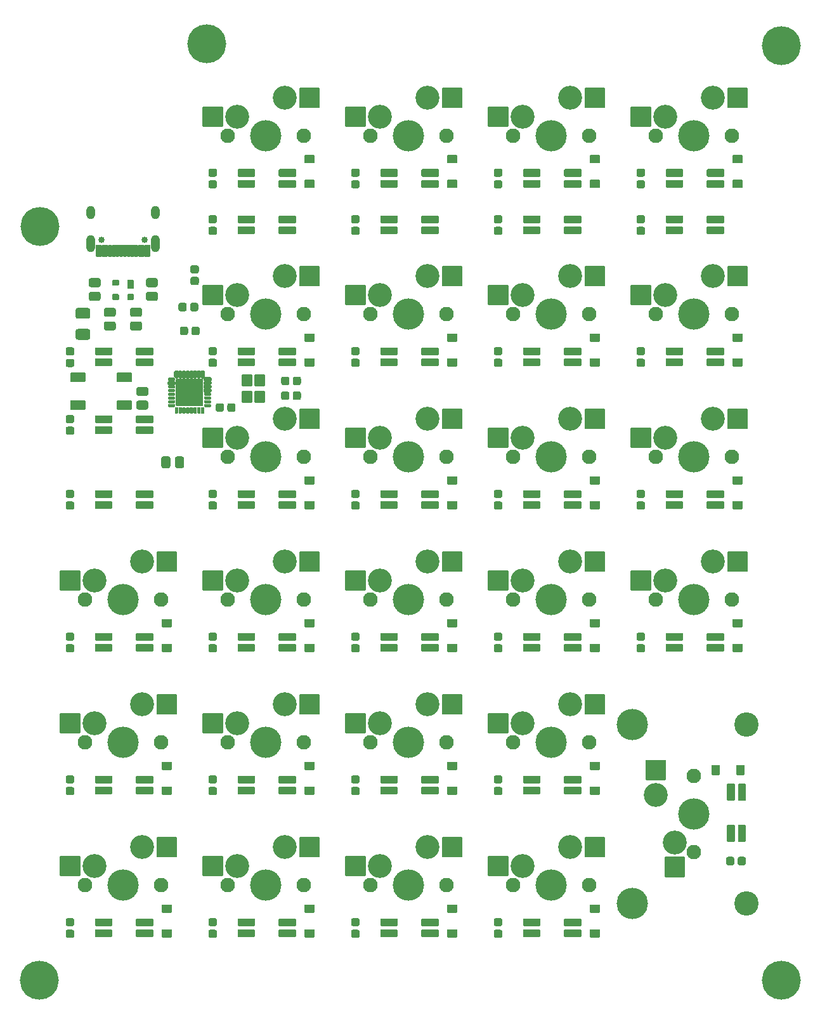
<source format=gbs>
%TF.GenerationSoftware,KiCad,Pcbnew,(5.1.7-0-10_14)*%
%TF.CreationDate,2020-11-09T22:57:48+09:00*%
%TF.ProjectId,contender,636f6e74-656e-4646-9572-2e6b69636164,rev?*%
%TF.SameCoordinates,Original*%
%TF.FileFunction,Soldermask,Bot*%
%TF.FilePolarity,Negative*%
%FSLAX46Y46*%
G04 Gerber Fmt 4.6, Leading zero omitted, Abs format (unit mm)*
G04 Created by KiCad (PCBNEW (5.1.7-0-10_14)) date 2020-11-09 22:57:48*
%MOMM*%
%LPD*%
G01*
G04 APERTURE LIST*
%ADD10C,5.200000*%
%ADD11C,1.950000*%
%ADD12C,3.200000*%
%ADD13C,4.187800*%
%ADD14C,3.248000*%
%ADD15C,0.850000*%
%ADD16O,1.200000X2.300000*%
%ADD17O,1.200000X1.800000*%
G04 APERTURE END LIST*
D10*
%TO.C,HOLE_M3*%
X25654000Y-147447000D03*
%TD*%
%TO.C,HOLE_M3*%
X25781000Y-46863000D03*
%TD*%
%TO.C,HOLE_M3*%
X48006000Y-22479000D03*
%TD*%
%TO.C,HOLE_M3*%
X124714000Y-22733000D03*
%TD*%
%TO.C,HOLE_M3*%
X124714000Y-147447000D03*
%TD*%
%TO.C,MX21*%
G36*
G01*
X60392720Y-130955600D02*
X60392720Y-128455600D01*
G75*
G02*
X60492720Y-128355600I100000J0D01*
G01*
X63042720Y-128355600D01*
G75*
G02*
X63142720Y-128455600I0J-100000D01*
G01*
X63142720Y-130955600D01*
G75*
G02*
X63042720Y-131055600I-100000J0D01*
G01*
X60492720Y-131055600D01*
G75*
G02*
X60392720Y-130955600I0J100000D01*
G01*
G37*
G36*
G01*
X47465720Y-133495600D02*
X47465720Y-130995600D01*
G75*
G02*
X47565720Y-130895600I100000J0D01*
G01*
X50115720Y-130895600D01*
G75*
G02*
X50215720Y-130995600I0J-100000D01*
G01*
X50215720Y-133495600D01*
G75*
G02*
X50115720Y-133595600I-100000J0D01*
G01*
X47565720Y-133595600D01*
G75*
G02*
X47465720Y-133495600I0J100000D01*
G01*
G37*
D11*
X61005720Y-134785600D03*
X50845720Y-134785600D03*
D12*
X52115720Y-132245600D03*
D13*
X55925720Y-134785600D03*
D12*
X58465720Y-129705600D03*
%TD*%
D13*
%TO.C,MX20*%
X104820720Y-137198600D03*
X104820720Y-113322600D03*
D14*
X120060720Y-137198600D03*
X120060720Y-113322600D03*
G36*
G01*
X109245720Y-120793600D02*
X106745720Y-120793600D01*
G75*
G02*
X106645720Y-120693600I0J100000D01*
G01*
X106645720Y-118143600D01*
G75*
G02*
X106745720Y-118043600I100000J0D01*
G01*
X109245720Y-118043600D01*
G75*
G02*
X109345720Y-118143600I0J-100000D01*
G01*
X109345720Y-120693600D01*
G75*
G02*
X109245720Y-120793600I-100000J0D01*
G01*
G37*
G36*
G01*
X111785720Y-133720600D02*
X109285720Y-133720600D01*
G75*
G02*
X109185720Y-133620600I0J100000D01*
G01*
X109185720Y-131070600D01*
G75*
G02*
X109285720Y-130970600I100000J0D01*
G01*
X111785720Y-130970600D01*
G75*
G02*
X111885720Y-131070600I0J-100000D01*
G01*
X111885720Y-133620600D01*
G75*
G02*
X111785720Y-133720600I-100000J0D01*
G01*
G37*
D11*
X113075720Y-120180600D03*
X113075720Y-130340600D03*
D12*
X110535720Y-129070600D03*
D13*
X113075720Y-125260600D03*
D12*
X107995720Y-122720600D03*
%TD*%
%TO.C,U1*%
G36*
G01*
X48705560Y-67141880D02*
X48705560Y-67391880D01*
G75*
G02*
X48505560Y-67591880I-200000J0D01*
G01*
X47805560Y-67591880D01*
G75*
G02*
X47605560Y-67391880I0J200000D01*
G01*
X47605560Y-67141880D01*
G75*
G02*
X47805560Y-66941880I200000J0D01*
G01*
X48505560Y-66941880D01*
G75*
G02*
X48705560Y-67141880I0J-200000D01*
G01*
G37*
G36*
G01*
X48705560Y-67641880D02*
X48705560Y-67891880D01*
G75*
G02*
X48505560Y-68091880I-200000J0D01*
G01*
X47805560Y-68091880D01*
G75*
G02*
X47605560Y-67891880I0J200000D01*
G01*
X47605560Y-67641880D01*
G75*
G02*
X47805560Y-67441880I200000J0D01*
G01*
X48505560Y-67441880D01*
G75*
G02*
X48705560Y-67641880I0J-200000D01*
G01*
G37*
G36*
G01*
X48705560Y-68141880D02*
X48705560Y-68391880D01*
G75*
G02*
X48505560Y-68591880I-200000J0D01*
G01*
X47805560Y-68591880D01*
G75*
G02*
X47605560Y-68391880I0J200000D01*
G01*
X47605560Y-68141880D01*
G75*
G02*
X47805560Y-67941880I200000J0D01*
G01*
X48505560Y-67941880D01*
G75*
G02*
X48705560Y-68141880I0J-200000D01*
G01*
G37*
G36*
G01*
X48705560Y-68641880D02*
X48705560Y-68891880D01*
G75*
G02*
X48505560Y-69091880I-200000J0D01*
G01*
X47805560Y-69091880D01*
G75*
G02*
X47605560Y-68891880I0J200000D01*
G01*
X47605560Y-68641880D01*
G75*
G02*
X47805560Y-68441880I200000J0D01*
G01*
X48505560Y-68441880D01*
G75*
G02*
X48705560Y-68641880I0J-200000D01*
G01*
G37*
G36*
G01*
X48605560Y-69141880D02*
X48605560Y-69391880D01*
G75*
G02*
X48505560Y-69491880I-100000J0D01*
G01*
X47805560Y-69491880D01*
G75*
G02*
X47705560Y-69391880I0J100000D01*
G01*
X47705560Y-69141880D01*
G75*
G02*
X47805560Y-69041880I100000J0D01*
G01*
X48505560Y-69041880D01*
G75*
G02*
X48605560Y-69141880I0J-100000D01*
G01*
G37*
G36*
G01*
X48605560Y-69641880D02*
X48605560Y-69891880D01*
G75*
G02*
X48505560Y-69991880I-100000J0D01*
G01*
X47805560Y-69991880D01*
G75*
G02*
X47705560Y-69891880I0J100000D01*
G01*
X47705560Y-69641880D01*
G75*
G02*
X47805560Y-69541880I100000J0D01*
G01*
X48505560Y-69541880D01*
G75*
G02*
X48605560Y-69641880I0J-100000D01*
G01*
G37*
G36*
G01*
X48605560Y-70141880D02*
X48605560Y-70391880D01*
G75*
G02*
X48505560Y-70491880I-100000J0D01*
G01*
X47805560Y-70491880D01*
G75*
G02*
X47705560Y-70391880I0J100000D01*
G01*
X47705560Y-70141880D01*
G75*
G02*
X47805560Y-70041880I100000J0D01*
G01*
X48505560Y-70041880D01*
G75*
G02*
X48605560Y-70141880I0J-100000D01*
G01*
G37*
G36*
G01*
X48605560Y-70641880D02*
X48605560Y-70891880D01*
G75*
G02*
X48505560Y-70991880I-100000J0D01*
G01*
X47805560Y-70991880D01*
G75*
G02*
X47705560Y-70891880I0J100000D01*
G01*
X47705560Y-70641880D01*
G75*
G02*
X47805560Y-70541880I100000J0D01*
G01*
X48505560Y-70541880D01*
G75*
G02*
X48605560Y-70641880I0J-100000D01*
G01*
G37*
G36*
G01*
X47630560Y-71866880D02*
X47380560Y-71866880D01*
G75*
G02*
X47280560Y-71766880I0J100000D01*
G01*
X47280560Y-71066880D01*
G75*
G02*
X47380560Y-70966880I100000J0D01*
G01*
X47630560Y-70966880D01*
G75*
G02*
X47730560Y-71066880I0J-100000D01*
G01*
X47730560Y-71766880D01*
G75*
G02*
X47630560Y-71866880I-100000J0D01*
G01*
G37*
G36*
G01*
X47130560Y-71866880D02*
X46880560Y-71866880D01*
G75*
G02*
X46780560Y-71766880I0J100000D01*
G01*
X46780560Y-71066880D01*
G75*
G02*
X46880560Y-70966880I100000J0D01*
G01*
X47130560Y-70966880D01*
G75*
G02*
X47230560Y-71066880I0J-100000D01*
G01*
X47230560Y-71766880D01*
G75*
G02*
X47130560Y-71866880I-100000J0D01*
G01*
G37*
G36*
G01*
X46630560Y-71866880D02*
X46380560Y-71866880D01*
G75*
G02*
X46280560Y-71766880I0J100000D01*
G01*
X46280560Y-71066880D01*
G75*
G02*
X46380560Y-70966880I100000J0D01*
G01*
X46630560Y-70966880D01*
G75*
G02*
X46730560Y-71066880I0J-100000D01*
G01*
X46730560Y-71766880D01*
G75*
G02*
X46630560Y-71866880I-100000J0D01*
G01*
G37*
G36*
G01*
X46130560Y-71866880D02*
X45880560Y-71866880D01*
G75*
G02*
X45780560Y-71766880I0J100000D01*
G01*
X45780560Y-71066880D01*
G75*
G02*
X45880560Y-70966880I100000J0D01*
G01*
X46130560Y-70966880D01*
G75*
G02*
X46230560Y-71066880I0J-100000D01*
G01*
X46230560Y-71766880D01*
G75*
G02*
X46130560Y-71866880I-100000J0D01*
G01*
G37*
G36*
G01*
X45630560Y-71866880D02*
X45380560Y-71866880D01*
G75*
G02*
X45280560Y-71766880I0J100000D01*
G01*
X45280560Y-71066880D01*
G75*
G02*
X45380560Y-70966880I100000J0D01*
G01*
X45630560Y-70966880D01*
G75*
G02*
X45730560Y-71066880I0J-100000D01*
G01*
X45730560Y-71766880D01*
G75*
G02*
X45630560Y-71866880I-100000J0D01*
G01*
G37*
G36*
G01*
X45130560Y-71866880D02*
X44880560Y-71866880D01*
G75*
G02*
X44780560Y-71766880I0J100000D01*
G01*
X44780560Y-71066880D01*
G75*
G02*
X44880560Y-70966880I100000J0D01*
G01*
X45130560Y-70966880D01*
G75*
G02*
X45230560Y-71066880I0J-100000D01*
G01*
X45230560Y-71766880D01*
G75*
G02*
X45130560Y-71866880I-100000J0D01*
G01*
G37*
G36*
G01*
X44630560Y-71866880D02*
X44380560Y-71866880D01*
G75*
G02*
X44280560Y-71766880I0J100000D01*
G01*
X44280560Y-71066880D01*
G75*
G02*
X44380560Y-70966880I100000J0D01*
G01*
X44630560Y-70966880D01*
G75*
G02*
X44730560Y-71066880I0J-100000D01*
G01*
X44730560Y-71766880D01*
G75*
G02*
X44630560Y-71866880I-100000J0D01*
G01*
G37*
G36*
G01*
X44130560Y-71866880D02*
X43880560Y-71866880D01*
G75*
G02*
X43780560Y-71766880I0J100000D01*
G01*
X43780560Y-71066880D01*
G75*
G02*
X43880560Y-70966880I100000J0D01*
G01*
X44130560Y-70966880D01*
G75*
G02*
X44230560Y-71066880I0J-100000D01*
G01*
X44230560Y-71766880D01*
G75*
G02*
X44130560Y-71866880I-100000J0D01*
G01*
G37*
G36*
G01*
X43805560Y-70641880D02*
X43805560Y-70891880D01*
G75*
G02*
X43705560Y-70991880I-100000J0D01*
G01*
X43005560Y-70991880D01*
G75*
G02*
X42905560Y-70891880I0J100000D01*
G01*
X42905560Y-70641880D01*
G75*
G02*
X43005560Y-70541880I100000J0D01*
G01*
X43705560Y-70541880D01*
G75*
G02*
X43805560Y-70641880I0J-100000D01*
G01*
G37*
G36*
G01*
X43805560Y-70141880D02*
X43805560Y-70391880D01*
G75*
G02*
X43705560Y-70491880I-100000J0D01*
G01*
X43005560Y-70491880D01*
G75*
G02*
X42905560Y-70391880I0J100000D01*
G01*
X42905560Y-70141880D01*
G75*
G02*
X43005560Y-70041880I100000J0D01*
G01*
X43705560Y-70041880D01*
G75*
G02*
X43805560Y-70141880I0J-100000D01*
G01*
G37*
G36*
G01*
X43805560Y-69641880D02*
X43805560Y-69891880D01*
G75*
G02*
X43705560Y-69991880I-100000J0D01*
G01*
X43005560Y-69991880D01*
G75*
G02*
X42905560Y-69891880I0J100000D01*
G01*
X42905560Y-69641880D01*
G75*
G02*
X43005560Y-69541880I100000J0D01*
G01*
X43705560Y-69541880D01*
G75*
G02*
X43805560Y-69641880I0J-100000D01*
G01*
G37*
G36*
G01*
X43805560Y-69141880D02*
X43805560Y-69391880D01*
G75*
G02*
X43705560Y-69491880I-100000J0D01*
G01*
X43005560Y-69491880D01*
G75*
G02*
X42905560Y-69391880I0J100000D01*
G01*
X42905560Y-69141880D01*
G75*
G02*
X43005560Y-69041880I100000J0D01*
G01*
X43705560Y-69041880D01*
G75*
G02*
X43805560Y-69141880I0J-100000D01*
G01*
G37*
G36*
G01*
X43805560Y-68641880D02*
X43805560Y-68891880D01*
G75*
G02*
X43705560Y-68991880I-100000J0D01*
G01*
X43005560Y-68991880D01*
G75*
G02*
X42905560Y-68891880I0J100000D01*
G01*
X42905560Y-68641880D01*
G75*
G02*
X43005560Y-68541880I100000J0D01*
G01*
X43705560Y-68541880D01*
G75*
G02*
X43805560Y-68641880I0J-100000D01*
G01*
G37*
G36*
G01*
X43805560Y-68141880D02*
X43805560Y-68391880D01*
G75*
G02*
X43705560Y-68491880I-100000J0D01*
G01*
X43005560Y-68491880D01*
G75*
G02*
X42905560Y-68391880I0J100000D01*
G01*
X42905560Y-68141880D01*
G75*
G02*
X43005560Y-68041880I100000J0D01*
G01*
X43705560Y-68041880D01*
G75*
G02*
X43805560Y-68141880I0J-100000D01*
G01*
G37*
G36*
G01*
X43905560Y-67641880D02*
X43905560Y-67891880D01*
G75*
G02*
X43705560Y-68091880I-200000J0D01*
G01*
X43005560Y-68091880D01*
G75*
G02*
X42805560Y-67891880I0J200000D01*
G01*
X42805560Y-67641880D01*
G75*
G02*
X43005560Y-67441880I200000J0D01*
G01*
X43705560Y-67441880D01*
G75*
G02*
X43905560Y-67641880I0J-200000D01*
G01*
G37*
G36*
G01*
X43805560Y-67141880D02*
X43805560Y-67391880D01*
G75*
G02*
X43705560Y-67491880I-100000J0D01*
G01*
X43005560Y-67491880D01*
G75*
G02*
X42905560Y-67391880I0J100000D01*
G01*
X42905560Y-67141880D01*
G75*
G02*
X43005560Y-67041880I100000J0D01*
G01*
X43705560Y-67041880D01*
G75*
G02*
X43805560Y-67141880I0J-100000D01*
G01*
G37*
G36*
G01*
X44130560Y-67166880D02*
X43880560Y-67166880D01*
G75*
G02*
X43680560Y-66966880I0J200000D01*
G01*
X43680560Y-66266880D01*
G75*
G02*
X43880560Y-66066880I200000J0D01*
G01*
X44130560Y-66066880D01*
G75*
G02*
X44330560Y-66266880I0J-200000D01*
G01*
X44330560Y-66966880D01*
G75*
G02*
X44130560Y-67166880I-200000J0D01*
G01*
G37*
G36*
G01*
X44630560Y-67166880D02*
X44380560Y-67166880D01*
G75*
G02*
X44180560Y-66966880I0J200000D01*
G01*
X44180560Y-66266880D01*
G75*
G02*
X44380560Y-66066880I200000J0D01*
G01*
X44630560Y-66066880D01*
G75*
G02*
X44830560Y-66266880I0J-200000D01*
G01*
X44830560Y-66966880D01*
G75*
G02*
X44630560Y-67166880I-200000J0D01*
G01*
G37*
G36*
G01*
X45130560Y-67166880D02*
X44880560Y-67166880D01*
G75*
G02*
X44680560Y-66966880I0J200000D01*
G01*
X44680560Y-66266880D01*
G75*
G02*
X44880560Y-66066880I200000J0D01*
G01*
X45130560Y-66066880D01*
G75*
G02*
X45330560Y-66266880I0J-200000D01*
G01*
X45330560Y-66966880D01*
G75*
G02*
X45130560Y-67166880I-200000J0D01*
G01*
G37*
G36*
G01*
X45630560Y-67166880D02*
X45380560Y-67166880D01*
G75*
G02*
X45180560Y-66966880I0J200000D01*
G01*
X45180560Y-66266880D01*
G75*
G02*
X45380560Y-66066880I200000J0D01*
G01*
X45630560Y-66066880D01*
G75*
G02*
X45830560Y-66266880I0J-200000D01*
G01*
X45830560Y-66966880D01*
G75*
G02*
X45630560Y-67166880I-200000J0D01*
G01*
G37*
G36*
G01*
X46130560Y-67166880D02*
X45880560Y-67166880D01*
G75*
G02*
X45680560Y-66966880I0J200000D01*
G01*
X45680560Y-66266880D01*
G75*
G02*
X45880560Y-66066880I200000J0D01*
G01*
X46130560Y-66066880D01*
G75*
G02*
X46330560Y-66266880I0J-200000D01*
G01*
X46330560Y-66966880D01*
G75*
G02*
X46130560Y-67166880I-200000J0D01*
G01*
G37*
G36*
G01*
X46630560Y-67166880D02*
X46380560Y-67166880D01*
G75*
G02*
X46180560Y-66966880I0J200000D01*
G01*
X46180560Y-66266880D01*
G75*
G02*
X46380560Y-66066880I200000J0D01*
G01*
X46630560Y-66066880D01*
G75*
G02*
X46830560Y-66266880I0J-200000D01*
G01*
X46830560Y-66966880D01*
G75*
G02*
X46630560Y-67166880I-200000J0D01*
G01*
G37*
G36*
G01*
X47130560Y-67166880D02*
X46880560Y-67166880D01*
G75*
G02*
X46680560Y-66966880I0J200000D01*
G01*
X46680560Y-66266880D01*
G75*
G02*
X46880560Y-66066880I200000J0D01*
G01*
X47130560Y-66066880D01*
G75*
G02*
X47330560Y-66266880I0J-200000D01*
G01*
X47330560Y-66966880D01*
G75*
G02*
X47130560Y-67166880I-200000J0D01*
G01*
G37*
G36*
G01*
X47630560Y-67166880D02*
X47380560Y-67166880D01*
G75*
G02*
X47180560Y-66966880I0J200000D01*
G01*
X47180560Y-66266880D01*
G75*
G02*
X47380560Y-66066880I200000J0D01*
G01*
X47630560Y-66066880D01*
G75*
G02*
X47830560Y-66266880I0J-200000D01*
G01*
X47830560Y-66966880D01*
G75*
G02*
X47630560Y-67166880I-200000J0D01*
G01*
G37*
G36*
G01*
X45855560Y-69016880D02*
X45855560Y-70741880D01*
G75*
G02*
X45755560Y-70841880I-100000J0D01*
G01*
X44030560Y-70841880D01*
G75*
G02*
X43930560Y-70741880I0J100000D01*
G01*
X43930560Y-69016880D01*
G75*
G02*
X44030560Y-68916880I100000J0D01*
G01*
X45755560Y-68916880D01*
G75*
G02*
X45855560Y-69016880I0J-100000D01*
G01*
G37*
G36*
G01*
X45855560Y-67291880D02*
X45855560Y-69016880D01*
G75*
G02*
X45755560Y-69116880I-100000J0D01*
G01*
X44030560Y-69116880D01*
G75*
G02*
X43930560Y-69016880I0J100000D01*
G01*
X43930560Y-67291880D01*
G75*
G02*
X44030560Y-67191880I100000J0D01*
G01*
X45755560Y-67191880D01*
G75*
G02*
X45855560Y-67291880I0J-100000D01*
G01*
G37*
G36*
G01*
X47580560Y-69016880D02*
X47580560Y-70741880D01*
G75*
G02*
X47480560Y-70841880I-100000J0D01*
G01*
X45755560Y-70841880D01*
G75*
G02*
X45655560Y-70741880I0J100000D01*
G01*
X45655560Y-69016880D01*
G75*
G02*
X45755560Y-68916880I100000J0D01*
G01*
X47480560Y-68916880D01*
G75*
G02*
X47580560Y-69016880I0J-100000D01*
G01*
G37*
G36*
G01*
X47580560Y-67291880D02*
X47580560Y-69016880D01*
G75*
G02*
X47480560Y-69116880I-100000J0D01*
G01*
X45755560Y-69116880D01*
G75*
G02*
X45655560Y-69016880I0J100000D01*
G01*
X45655560Y-67291880D01*
G75*
G02*
X45755560Y-67191880I100000J0D01*
G01*
X47480560Y-67191880D01*
G75*
G02*
X47580560Y-67291880I0J-100000D01*
G01*
G37*
%TD*%
%TO.C,Y1*%
G36*
G01*
X52804400Y-66593640D02*
X54004400Y-66593640D01*
G75*
G02*
X54104400Y-66693640I0J-100000D01*
G01*
X54104400Y-68093640D01*
G75*
G02*
X54004400Y-68193640I-100000J0D01*
G01*
X52804400Y-68193640D01*
G75*
G02*
X52704400Y-68093640I0J100000D01*
G01*
X52704400Y-66693640D01*
G75*
G02*
X52804400Y-66593640I100000J0D01*
G01*
G37*
G36*
G01*
X52804400Y-68793640D02*
X54004400Y-68793640D01*
G75*
G02*
X54104400Y-68893640I0J-100000D01*
G01*
X54104400Y-70293640D01*
G75*
G02*
X54004400Y-70393640I-100000J0D01*
G01*
X52804400Y-70393640D01*
G75*
G02*
X52704400Y-70293640I0J100000D01*
G01*
X52704400Y-68893640D01*
G75*
G02*
X52804400Y-68793640I100000J0D01*
G01*
G37*
G36*
G01*
X54504400Y-68793640D02*
X55704400Y-68793640D01*
G75*
G02*
X55804400Y-68893640I0J-100000D01*
G01*
X55804400Y-70293640D01*
G75*
G02*
X55704400Y-70393640I-100000J0D01*
G01*
X54504400Y-70393640D01*
G75*
G02*
X54404400Y-70293640I0J100000D01*
G01*
X54404400Y-68893640D01*
G75*
G02*
X54504400Y-68793640I100000J0D01*
G01*
G37*
G36*
G01*
X54504400Y-66593640D02*
X55704400Y-66593640D01*
G75*
G02*
X55804400Y-66693640I0J-100000D01*
G01*
X55804400Y-68093640D01*
G75*
G02*
X55704400Y-68193640I-100000J0D01*
G01*
X54504400Y-68193640D01*
G75*
G02*
X54404400Y-68093640I0J100000D01*
G01*
X54404400Y-66693640D01*
G75*
G02*
X54504400Y-66593640I100000J0D01*
G01*
G37*
%TD*%
%TO.C,USB1*%
G36*
G01*
X39700720Y-50843080D02*
X39700720Y-49393080D01*
G75*
G02*
X39800720Y-49293080I100000J0D01*
G01*
X40400720Y-49293080D01*
G75*
G02*
X40500720Y-49393080I0J-100000D01*
G01*
X40500720Y-50843080D01*
G75*
G02*
X40400720Y-50943080I-100000J0D01*
G01*
X39800720Y-50943080D01*
G75*
G02*
X39700720Y-50843080I0J100000D01*
G01*
G37*
G36*
G01*
X33250720Y-50843080D02*
X33250720Y-49393080D01*
G75*
G02*
X33350720Y-49293080I100000J0D01*
G01*
X33950720Y-49293080D01*
G75*
G02*
X34050720Y-49393080I0J-100000D01*
G01*
X34050720Y-50843080D01*
G75*
G02*
X33950720Y-50943080I-100000J0D01*
G01*
X33350720Y-50943080D01*
G75*
G02*
X33250720Y-50843080I0J100000D01*
G01*
G37*
G36*
G01*
X38925720Y-50843080D02*
X38925720Y-49393080D01*
G75*
G02*
X39025720Y-49293080I100000J0D01*
G01*
X39625720Y-49293080D01*
G75*
G02*
X39725720Y-49393080I0J-100000D01*
G01*
X39725720Y-50843080D01*
G75*
G02*
X39625720Y-50943080I-100000J0D01*
G01*
X39025720Y-50943080D01*
G75*
G02*
X38925720Y-50843080I0J100000D01*
G01*
G37*
G36*
G01*
X34025720Y-50843080D02*
X34025720Y-49393080D01*
G75*
G02*
X34125720Y-49293080I100000J0D01*
G01*
X34725720Y-49293080D01*
G75*
G02*
X34825720Y-49393080I0J-100000D01*
G01*
X34825720Y-50843080D01*
G75*
G02*
X34725720Y-50943080I-100000J0D01*
G01*
X34125720Y-50943080D01*
G75*
G02*
X34025720Y-50843080I0J100000D01*
G01*
G37*
G36*
G01*
X34875720Y-50843080D02*
X34875720Y-49393080D01*
G75*
G02*
X34975720Y-49293080I100000J0D01*
G01*
X35275720Y-49293080D01*
G75*
G02*
X35375720Y-49393080I0J-100000D01*
G01*
X35375720Y-50843080D01*
G75*
G02*
X35275720Y-50943080I-100000J0D01*
G01*
X34975720Y-50943080D01*
G75*
G02*
X34875720Y-50843080I0J100000D01*
G01*
G37*
G36*
G01*
X38375720Y-50843080D02*
X38375720Y-49393080D01*
G75*
G02*
X38475720Y-49293080I100000J0D01*
G01*
X38775720Y-49293080D01*
G75*
G02*
X38875720Y-49393080I0J-100000D01*
G01*
X38875720Y-50843080D01*
G75*
G02*
X38775720Y-50943080I-100000J0D01*
G01*
X38475720Y-50943080D01*
G75*
G02*
X38375720Y-50843080I0J100000D01*
G01*
G37*
G36*
G01*
X35375720Y-50843080D02*
X35375720Y-49393080D01*
G75*
G02*
X35475720Y-49293080I100000J0D01*
G01*
X35775720Y-49293080D01*
G75*
G02*
X35875720Y-49393080I0J-100000D01*
G01*
X35875720Y-50843080D01*
G75*
G02*
X35775720Y-50943080I-100000J0D01*
G01*
X35475720Y-50943080D01*
G75*
G02*
X35375720Y-50843080I0J100000D01*
G01*
G37*
G36*
G01*
X37875720Y-50843080D02*
X37875720Y-49393080D01*
G75*
G02*
X37975720Y-49293080I100000J0D01*
G01*
X38275720Y-49293080D01*
G75*
G02*
X38375720Y-49393080I0J-100000D01*
G01*
X38375720Y-50843080D01*
G75*
G02*
X38275720Y-50943080I-100000J0D01*
G01*
X37975720Y-50943080D01*
G75*
G02*
X37875720Y-50843080I0J100000D01*
G01*
G37*
G36*
G01*
X35875720Y-50843080D02*
X35875720Y-49393080D01*
G75*
G02*
X35975720Y-49293080I100000J0D01*
G01*
X36275720Y-49293080D01*
G75*
G02*
X36375720Y-49393080I0J-100000D01*
G01*
X36375720Y-50843080D01*
G75*
G02*
X36275720Y-50943080I-100000J0D01*
G01*
X35975720Y-50943080D01*
G75*
G02*
X35875720Y-50843080I0J100000D01*
G01*
G37*
G36*
G01*
X37375720Y-50843080D02*
X37375720Y-49393080D01*
G75*
G02*
X37475720Y-49293080I100000J0D01*
G01*
X37775720Y-49293080D01*
G75*
G02*
X37875720Y-49393080I0J-100000D01*
G01*
X37875720Y-50843080D01*
G75*
G02*
X37775720Y-50943080I-100000J0D01*
G01*
X37475720Y-50943080D01*
G75*
G02*
X37375720Y-50843080I0J100000D01*
G01*
G37*
G36*
G01*
X36875720Y-50843080D02*
X36875720Y-49393080D01*
G75*
G02*
X36975720Y-49293080I100000J0D01*
G01*
X37275720Y-49293080D01*
G75*
G02*
X37375720Y-49393080I0J-100000D01*
G01*
X37375720Y-50843080D01*
G75*
G02*
X37275720Y-50943080I-100000J0D01*
G01*
X36975720Y-50943080D01*
G75*
G02*
X36875720Y-50843080I0J100000D01*
G01*
G37*
G36*
G01*
X36375720Y-50843080D02*
X36375720Y-49393080D01*
G75*
G02*
X36475720Y-49293080I100000J0D01*
G01*
X36775720Y-49293080D01*
G75*
G02*
X36875720Y-49393080I0J-100000D01*
G01*
X36875720Y-50843080D01*
G75*
G02*
X36775720Y-50943080I-100000J0D01*
G01*
X36475720Y-50943080D01*
G75*
G02*
X36375720Y-50843080I0J100000D01*
G01*
G37*
D15*
X39765720Y-48673080D03*
X33985720Y-48673080D03*
D16*
X32555720Y-49203080D03*
X41195720Y-49203080D03*
D17*
X32555720Y-45023080D03*
X41195720Y-45023080D03*
%TD*%
%TO.C,U2*%
G36*
G01*
X37525720Y-53990760D02*
X38225720Y-53990760D01*
G75*
G02*
X38325720Y-54090760I0J-100000D01*
G01*
X38325720Y-55090760D01*
G75*
G02*
X38225720Y-55190760I-100000J0D01*
G01*
X37525720Y-55190760D01*
G75*
G02*
X37425720Y-55090760I0J100000D01*
G01*
X37425720Y-54090760D01*
G75*
G02*
X37525720Y-53990760I100000J0D01*
G01*
G37*
G36*
G01*
X35525720Y-53990760D02*
X36225720Y-53990760D01*
G75*
G02*
X36325720Y-54090760I0J-100000D01*
G01*
X36325720Y-54690760D01*
G75*
G02*
X36225720Y-54790760I-100000J0D01*
G01*
X35525720Y-54790760D01*
G75*
G02*
X35425720Y-54690760I0J100000D01*
G01*
X35425720Y-54090760D01*
G75*
G02*
X35525720Y-53990760I100000J0D01*
G01*
G37*
G36*
G01*
X37525720Y-55890760D02*
X38225720Y-55890760D01*
G75*
G02*
X38325720Y-55990760I0J-100000D01*
G01*
X38325720Y-56590760D01*
G75*
G02*
X38225720Y-56690760I-100000J0D01*
G01*
X37525720Y-56690760D01*
G75*
G02*
X37425720Y-56590760I0J100000D01*
G01*
X37425720Y-55990760D01*
G75*
G02*
X37525720Y-55890760I100000J0D01*
G01*
G37*
G36*
G01*
X35525720Y-55890760D02*
X36225720Y-55890760D01*
G75*
G02*
X36325720Y-55990760I0J-100000D01*
G01*
X36325720Y-56590760D01*
G75*
G02*
X36225720Y-56690760I-100000J0D01*
G01*
X35525720Y-56690760D01*
G75*
G02*
X35425720Y-56590760I0J100000D01*
G01*
X35425720Y-55990760D01*
G75*
G02*
X35525720Y-55890760I100000J0D01*
G01*
G37*
%TD*%
%TO.C,SW1*%
G36*
G01*
X38039480Y-70159400D02*
X38039480Y-71259400D01*
G75*
G02*
X37939480Y-71359400I-100000J0D01*
G01*
X36139480Y-71359400D01*
G75*
G02*
X36039480Y-71259400I0J100000D01*
G01*
X36039480Y-70159400D01*
G75*
G02*
X36139480Y-70059400I100000J0D01*
G01*
X37939480Y-70059400D01*
G75*
G02*
X38039480Y-70159400I0J-100000D01*
G01*
G37*
G36*
G01*
X31839480Y-66459400D02*
X31839480Y-67559400D01*
G75*
G02*
X31739480Y-67659400I-100000J0D01*
G01*
X29939480Y-67659400D01*
G75*
G02*
X29839480Y-67559400I0J100000D01*
G01*
X29839480Y-66459400D01*
G75*
G02*
X29939480Y-66359400I100000J0D01*
G01*
X31739480Y-66359400D01*
G75*
G02*
X31839480Y-66459400I0J-100000D01*
G01*
G37*
G36*
G01*
X38039480Y-66459400D02*
X38039480Y-67559400D01*
G75*
G02*
X37939480Y-67659400I-100000J0D01*
G01*
X36139480Y-67659400D01*
G75*
G02*
X36039480Y-67559400I0J100000D01*
G01*
X36039480Y-66459400D01*
G75*
G02*
X36139480Y-66359400I100000J0D01*
G01*
X37939480Y-66359400D01*
G75*
G02*
X38039480Y-66459400I0J-100000D01*
G01*
G37*
G36*
G01*
X31839480Y-70159400D02*
X31839480Y-71259400D01*
G75*
G02*
X31739480Y-71359400I-100000J0D01*
G01*
X29939480Y-71359400D01*
G75*
G02*
X29839480Y-71259400I0J100000D01*
G01*
X29839480Y-70159400D01*
G75*
G02*
X29939480Y-70059400I100000J0D01*
G01*
X31739480Y-70059400D01*
G75*
G02*
X31839480Y-70159400I0J-100000D01*
G01*
G37*
%TD*%
%TO.C,R6*%
G36*
G01*
X43805120Y-78844982D02*
X43805120Y-77842538D01*
G75*
G02*
X44103898Y-77543760I298778J0D01*
G01*
X44731342Y-77543760D01*
G75*
G02*
X45030120Y-77842538I0J-298778D01*
G01*
X45030120Y-78844982D01*
G75*
G02*
X44731342Y-79143760I-298778J0D01*
G01*
X44103898Y-79143760D01*
G75*
G02*
X43805120Y-78844982I0J298778D01*
G01*
G37*
G36*
G01*
X41980120Y-78844982D02*
X41980120Y-77842538D01*
G75*
G02*
X42278898Y-77543760I298778J0D01*
G01*
X42906342Y-77543760D01*
G75*
G02*
X43205120Y-77842538I0J-298778D01*
G01*
X43205120Y-78844982D01*
G75*
G02*
X42906342Y-79143760I-298778J0D01*
G01*
X42278898Y-79143760D01*
G75*
G02*
X41980120Y-78844982I0J298778D01*
G01*
G37*
%TD*%
%TO.C,R5*%
G36*
G01*
X38106778Y-59535980D02*
X39109222Y-59535980D01*
G75*
G02*
X39408000Y-59834758I0J-298778D01*
G01*
X39408000Y-60462202D01*
G75*
G02*
X39109222Y-60760980I-298778J0D01*
G01*
X38106778Y-60760980D01*
G75*
G02*
X37808000Y-60462202I0J298778D01*
G01*
X37808000Y-59834758D01*
G75*
G02*
X38106778Y-59535980I298778J0D01*
G01*
G37*
G36*
G01*
X38106778Y-57710980D02*
X39109222Y-57710980D01*
G75*
G02*
X39408000Y-58009758I0J-298778D01*
G01*
X39408000Y-58637202D01*
G75*
G02*
X39109222Y-58935980I-298778J0D01*
G01*
X38106778Y-58935980D01*
G75*
G02*
X37808000Y-58637202I0J298778D01*
G01*
X37808000Y-58009758D01*
G75*
G02*
X38106778Y-57710980I298778J0D01*
G01*
G37*
%TD*%
%TO.C,R4*%
G36*
G01*
X35614182Y-58935980D02*
X34611738Y-58935980D01*
G75*
G02*
X34312960Y-58637202I0J298778D01*
G01*
X34312960Y-58009758D01*
G75*
G02*
X34611738Y-57710980I298778J0D01*
G01*
X35614182Y-57710980D01*
G75*
G02*
X35912960Y-58009758I0J-298778D01*
G01*
X35912960Y-58637202D01*
G75*
G02*
X35614182Y-58935980I-298778J0D01*
G01*
G37*
G36*
G01*
X35614182Y-60760980D02*
X34611738Y-60760980D01*
G75*
G02*
X34312960Y-60462202I0J298778D01*
G01*
X34312960Y-59834758D01*
G75*
G02*
X34611738Y-59535980I298778J0D01*
G01*
X35614182Y-59535980D01*
G75*
G02*
X35912960Y-59834758I0J-298778D01*
G01*
X35912960Y-60462202D01*
G75*
G02*
X35614182Y-60760980I-298778J0D01*
G01*
G37*
%TD*%
%TO.C,R3*%
G36*
G01*
X32584818Y-55585640D02*
X33587262Y-55585640D01*
G75*
G02*
X33886040Y-55884418I0J-298778D01*
G01*
X33886040Y-56511862D01*
G75*
G02*
X33587262Y-56810640I-298778J0D01*
G01*
X32584818Y-56810640D01*
G75*
G02*
X32286040Y-56511862I0J298778D01*
G01*
X32286040Y-55884418D01*
G75*
G02*
X32584818Y-55585640I298778J0D01*
G01*
G37*
G36*
G01*
X32584818Y-53760640D02*
X33587262Y-53760640D01*
G75*
G02*
X33886040Y-54059418I0J-298778D01*
G01*
X33886040Y-54686862D01*
G75*
G02*
X33587262Y-54985640I-298778J0D01*
G01*
X32584818Y-54985640D01*
G75*
G02*
X32286040Y-54686862I0J298778D01*
G01*
X32286040Y-54059418D01*
G75*
G02*
X32584818Y-53760640I298778J0D01*
G01*
G37*
%TD*%
%TO.C,R2*%
G36*
G01*
X40228558Y-55585640D02*
X41231002Y-55585640D01*
G75*
G02*
X41529780Y-55884418I0J-298778D01*
G01*
X41529780Y-56511862D01*
G75*
G02*
X41231002Y-56810640I-298778J0D01*
G01*
X40228558Y-56810640D01*
G75*
G02*
X39929780Y-56511862I0J298778D01*
G01*
X39929780Y-55884418D01*
G75*
G02*
X40228558Y-55585640I298778J0D01*
G01*
G37*
G36*
G01*
X40228558Y-53760640D02*
X41231002Y-53760640D01*
G75*
G02*
X41529780Y-54059418I0J-298778D01*
G01*
X41529780Y-54686862D01*
G75*
G02*
X41231002Y-54985640I-298778J0D01*
G01*
X40228558Y-54985640D01*
G75*
G02*
X39929780Y-54686862I0J298778D01*
G01*
X39929780Y-54059418D01*
G75*
G02*
X40228558Y-53760640I298778J0D01*
G01*
G37*
%TD*%
%TO.C,R1*%
G36*
G01*
X39947422Y-69499200D02*
X38944978Y-69499200D01*
G75*
G02*
X38646200Y-69200422I0J298778D01*
G01*
X38646200Y-68572978D01*
G75*
G02*
X38944978Y-68274200I298778J0D01*
G01*
X39947422Y-68274200D01*
G75*
G02*
X40246200Y-68572978I0J-298778D01*
G01*
X40246200Y-69200422D01*
G75*
G02*
X39947422Y-69499200I-298778J0D01*
G01*
G37*
G36*
G01*
X39947422Y-71324200D02*
X38944978Y-71324200D01*
G75*
G02*
X38646200Y-71025422I0J298778D01*
G01*
X38646200Y-70397978D01*
G75*
G02*
X38944978Y-70099200I298778J0D01*
G01*
X39947422Y-70099200D01*
G75*
G02*
X40246200Y-70397978I0J-298778D01*
G01*
X40246200Y-71025422D01*
G75*
G02*
X39947422Y-71324200I-298778J0D01*
G01*
G37*
%TD*%
%TO.C,MX26*%
G36*
G01*
X41342720Y-130955600D02*
X41342720Y-128455600D01*
G75*
G02*
X41442720Y-128355600I100000J0D01*
G01*
X43992720Y-128355600D01*
G75*
G02*
X44092720Y-128455600I0J-100000D01*
G01*
X44092720Y-130955600D01*
G75*
G02*
X43992720Y-131055600I-100000J0D01*
G01*
X41442720Y-131055600D01*
G75*
G02*
X41342720Y-130955600I0J100000D01*
G01*
G37*
G36*
G01*
X28415720Y-133495600D02*
X28415720Y-130995600D01*
G75*
G02*
X28515720Y-130895600I100000J0D01*
G01*
X31065720Y-130895600D01*
G75*
G02*
X31165720Y-130995600I0J-100000D01*
G01*
X31165720Y-133495600D01*
G75*
G02*
X31065720Y-133595600I-100000J0D01*
G01*
X28515720Y-133595600D01*
G75*
G02*
X28415720Y-133495600I0J100000D01*
G01*
G37*
D11*
X41955720Y-134785600D03*
X31795720Y-134785600D03*
D12*
X33065720Y-132245600D03*
D13*
X36875720Y-134785600D03*
D12*
X39415720Y-129705600D03*
%TD*%
%TO.C,MX25*%
G36*
G01*
X41342720Y-111905600D02*
X41342720Y-109405600D01*
G75*
G02*
X41442720Y-109305600I100000J0D01*
G01*
X43992720Y-109305600D01*
G75*
G02*
X44092720Y-109405600I0J-100000D01*
G01*
X44092720Y-111905600D01*
G75*
G02*
X43992720Y-112005600I-100000J0D01*
G01*
X41442720Y-112005600D01*
G75*
G02*
X41342720Y-111905600I0J100000D01*
G01*
G37*
G36*
G01*
X28415720Y-114445600D02*
X28415720Y-111945600D01*
G75*
G02*
X28515720Y-111845600I100000J0D01*
G01*
X31065720Y-111845600D01*
G75*
G02*
X31165720Y-111945600I0J-100000D01*
G01*
X31165720Y-114445600D01*
G75*
G02*
X31065720Y-114545600I-100000J0D01*
G01*
X28515720Y-114545600D01*
G75*
G02*
X28415720Y-114445600I0J100000D01*
G01*
G37*
D11*
X41955720Y-115735600D03*
X31795720Y-115735600D03*
D12*
X33065720Y-113195600D03*
D13*
X36875720Y-115735600D03*
D12*
X39415720Y-110655600D03*
%TD*%
%TO.C,MX24*%
G36*
G01*
X41342720Y-92855600D02*
X41342720Y-90355600D01*
G75*
G02*
X41442720Y-90255600I100000J0D01*
G01*
X43992720Y-90255600D01*
G75*
G02*
X44092720Y-90355600I0J-100000D01*
G01*
X44092720Y-92855600D01*
G75*
G02*
X43992720Y-92955600I-100000J0D01*
G01*
X41442720Y-92955600D01*
G75*
G02*
X41342720Y-92855600I0J100000D01*
G01*
G37*
G36*
G01*
X28415720Y-95395600D02*
X28415720Y-92895600D01*
G75*
G02*
X28515720Y-92795600I100000J0D01*
G01*
X31065720Y-92795600D01*
G75*
G02*
X31165720Y-92895600I0J-100000D01*
G01*
X31165720Y-95395600D01*
G75*
G02*
X31065720Y-95495600I-100000J0D01*
G01*
X28515720Y-95495600D01*
G75*
G02*
X28415720Y-95395600I0J100000D01*
G01*
G37*
D11*
X41955720Y-96685600D03*
X31795720Y-96685600D03*
D12*
X33065720Y-94145600D03*
D13*
X36875720Y-96685600D03*
D12*
X39415720Y-91605600D03*
%TD*%
%TO.C,MX23*%
G36*
G01*
X98492720Y-130955600D02*
X98492720Y-128455600D01*
G75*
G02*
X98592720Y-128355600I100000J0D01*
G01*
X101142720Y-128355600D01*
G75*
G02*
X101242720Y-128455600I0J-100000D01*
G01*
X101242720Y-130955600D01*
G75*
G02*
X101142720Y-131055600I-100000J0D01*
G01*
X98592720Y-131055600D01*
G75*
G02*
X98492720Y-130955600I0J100000D01*
G01*
G37*
G36*
G01*
X85565720Y-133495600D02*
X85565720Y-130995600D01*
G75*
G02*
X85665720Y-130895600I100000J0D01*
G01*
X88215720Y-130895600D01*
G75*
G02*
X88315720Y-130995600I0J-100000D01*
G01*
X88315720Y-133495600D01*
G75*
G02*
X88215720Y-133595600I-100000J0D01*
G01*
X85665720Y-133595600D01*
G75*
G02*
X85565720Y-133495600I0J100000D01*
G01*
G37*
D11*
X99105720Y-134785600D03*
X88945720Y-134785600D03*
D12*
X90215720Y-132245600D03*
D13*
X94025720Y-134785600D03*
D12*
X96565720Y-129705600D03*
%TD*%
%TO.C,MX22*%
G36*
G01*
X79442720Y-130955600D02*
X79442720Y-128455600D01*
G75*
G02*
X79542720Y-128355600I100000J0D01*
G01*
X82092720Y-128355600D01*
G75*
G02*
X82192720Y-128455600I0J-100000D01*
G01*
X82192720Y-130955600D01*
G75*
G02*
X82092720Y-131055600I-100000J0D01*
G01*
X79542720Y-131055600D01*
G75*
G02*
X79442720Y-130955600I0J100000D01*
G01*
G37*
G36*
G01*
X66515720Y-133495600D02*
X66515720Y-130995600D01*
G75*
G02*
X66615720Y-130895600I100000J0D01*
G01*
X69165720Y-130895600D01*
G75*
G02*
X69265720Y-130995600I0J-100000D01*
G01*
X69265720Y-133495600D01*
G75*
G02*
X69165720Y-133595600I-100000J0D01*
G01*
X66615720Y-133595600D01*
G75*
G02*
X66515720Y-133495600I0J100000D01*
G01*
G37*
D11*
X80055720Y-134785600D03*
X69895720Y-134785600D03*
D12*
X71165720Y-132245600D03*
D13*
X74975720Y-134785600D03*
D12*
X77515720Y-129705600D03*
%TD*%
%TO.C,MX19*%
G36*
G01*
X98492720Y-111905600D02*
X98492720Y-109405600D01*
G75*
G02*
X98592720Y-109305600I100000J0D01*
G01*
X101142720Y-109305600D01*
G75*
G02*
X101242720Y-109405600I0J-100000D01*
G01*
X101242720Y-111905600D01*
G75*
G02*
X101142720Y-112005600I-100000J0D01*
G01*
X98592720Y-112005600D01*
G75*
G02*
X98492720Y-111905600I0J100000D01*
G01*
G37*
G36*
G01*
X85565720Y-114445600D02*
X85565720Y-111945600D01*
G75*
G02*
X85665720Y-111845600I100000J0D01*
G01*
X88215720Y-111845600D01*
G75*
G02*
X88315720Y-111945600I0J-100000D01*
G01*
X88315720Y-114445600D01*
G75*
G02*
X88215720Y-114545600I-100000J0D01*
G01*
X85665720Y-114545600D01*
G75*
G02*
X85565720Y-114445600I0J100000D01*
G01*
G37*
D11*
X99105720Y-115735600D03*
X88945720Y-115735600D03*
D12*
X90215720Y-113195600D03*
D13*
X94025720Y-115735600D03*
D12*
X96565720Y-110655600D03*
%TD*%
%TO.C,MX18*%
G36*
G01*
X79442720Y-111905600D02*
X79442720Y-109405600D01*
G75*
G02*
X79542720Y-109305600I100000J0D01*
G01*
X82092720Y-109305600D01*
G75*
G02*
X82192720Y-109405600I0J-100000D01*
G01*
X82192720Y-111905600D01*
G75*
G02*
X82092720Y-112005600I-100000J0D01*
G01*
X79542720Y-112005600D01*
G75*
G02*
X79442720Y-111905600I0J100000D01*
G01*
G37*
G36*
G01*
X66515720Y-114445600D02*
X66515720Y-111945600D01*
G75*
G02*
X66615720Y-111845600I100000J0D01*
G01*
X69165720Y-111845600D01*
G75*
G02*
X69265720Y-111945600I0J-100000D01*
G01*
X69265720Y-114445600D01*
G75*
G02*
X69165720Y-114545600I-100000J0D01*
G01*
X66615720Y-114545600D01*
G75*
G02*
X66515720Y-114445600I0J100000D01*
G01*
G37*
D11*
X80055720Y-115735600D03*
X69895720Y-115735600D03*
D12*
X71165720Y-113195600D03*
D13*
X74975720Y-115735600D03*
D12*
X77515720Y-110655600D03*
%TD*%
%TO.C,MX17*%
G36*
G01*
X60392720Y-111905600D02*
X60392720Y-109405600D01*
G75*
G02*
X60492720Y-109305600I100000J0D01*
G01*
X63042720Y-109305600D01*
G75*
G02*
X63142720Y-109405600I0J-100000D01*
G01*
X63142720Y-111905600D01*
G75*
G02*
X63042720Y-112005600I-100000J0D01*
G01*
X60492720Y-112005600D01*
G75*
G02*
X60392720Y-111905600I0J100000D01*
G01*
G37*
G36*
G01*
X47465720Y-114445600D02*
X47465720Y-111945600D01*
G75*
G02*
X47565720Y-111845600I100000J0D01*
G01*
X50115720Y-111845600D01*
G75*
G02*
X50215720Y-111945600I0J-100000D01*
G01*
X50215720Y-114445600D01*
G75*
G02*
X50115720Y-114545600I-100000J0D01*
G01*
X47565720Y-114545600D01*
G75*
G02*
X47465720Y-114445600I0J100000D01*
G01*
G37*
D11*
X61005720Y-115735600D03*
X50845720Y-115735600D03*
D12*
X52115720Y-113195600D03*
D13*
X55925720Y-115735600D03*
D12*
X58465720Y-110655600D03*
%TD*%
%TO.C,MX16*%
G36*
G01*
X117542720Y-92855600D02*
X117542720Y-90355600D01*
G75*
G02*
X117642720Y-90255600I100000J0D01*
G01*
X120192720Y-90255600D01*
G75*
G02*
X120292720Y-90355600I0J-100000D01*
G01*
X120292720Y-92855600D01*
G75*
G02*
X120192720Y-92955600I-100000J0D01*
G01*
X117642720Y-92955600D01*
G75*
G02*
X117542720Y-92855600I0J100000D01*
G01*
G37*
G36*
G01*
X104615720Y-95395600D02*
X104615720Y-92895600D01*
G75*
G02*
X104715720Y-92795600I100000J0D01*
G01*
X107265720Y-92795600D01*
G75*
G02*
X107365720Y-92895600I0J-100000D01*
G01*
X107365720Y-95395600D01*
G75*
G02*
X107265720Y-95495600I-100000J0D01*
G01*
X104715720Y-95495600D01*
G75*
G02*
X104615720Y-95395600I0J100000D01*
G01*
G37*
D11*
X118155720Y-96685600D03*
X107995720Y-96685600D03*
D12*
X109265720Y-94145600D03*
D13*
X113075720Y-96685600D03*
D12*
X115615720Y-91605600D03*
%TD*%
%TO.C,MX15*%
G36*
G01*
X98492720Y-92855600D02*
X98492720Y-90355600D01*
G75*
G02*
X98592720Y-90255600I100000J0D01*
G01*
X101142720Y-90255600D01*
G75*
G02*
X101242720Y-90355600I0J-100000D01*
G01*
X101242720Y-92855600D01*
G75*
G02*
X101142720Y-92955600I-100000J0D01*
G01*
X98592720Y-92955600D01*
G75*
G02*
X98492720Y-92855600I0J100000D01*
G01*
G37*
G36*
G01*
X85565720Y-95395600D02*
X85565720Y-92895600D01*
G75*
G02*
X85665720Y-92795600I100000J0D01*
G01*
X88215720Y-92795600D01*
G75*
G02*
X88315720Y-92895600I0J-100000D01*
G01*
X88315720Y-95395600D01*
G75*
G02*
X88215720Y-95495600I-100000J0D01*
G01*
X85665720Y-95495600D01*
G75*
G02*
X85565720Y-95395600I0J100000D01*
G01*
G37*
D11*
X99105720Y-96685600D03*
X88945720Y-96685600D03*
D12*
X90215720Y-94145600D03*
D13*
X94025720Y-96685600D03*
D12*
X96565720Y-91605600D03*
%TD*%
%TO.C,MX14*%
G36*
G01*
X79442720Y-92855600D02*
X79442720Y-90355600D01*
G75*
G02*
X79542720Y-90255600I100000J0D01*
G01*
X82092720Y-90255600D01*
G75*
G02*
X82192720Y-90355600I0J-100000D01*
G01*
X82192720Y-92855600D01*
G75*
G02*
X82092720Y-92955600I-100000J0D01*
G01*
X79542720Y-92955600D01*
G75*
G02*
X79442720Y-92855600I0J100000D01*
G01*
G37*
G36*
G01*
X66515720Y-95395600D02*
X66515720Y-92895600D01*
G75*
G02*
X66615720Y-92795600I100000J0D01*
G01*
X69165720Y-92795600D01*
G75*
G02*
X69265720Y-92895600I0J-100000D01*
G01*
X69265720Y-95395600D01*
G75*
G02*
X69165720Y-95495600I-100000J0D01*
G01*
X66615720Y-95495600D01*
G75*
G02*
X66515720Y-95395600I0J100000D01*
G01*
G37*
D11*
X80055720Y-96685600D03*
X69895720Y-96685600D03*
D12*
X71165720Y-94145600D03*
D13*
X74975720Y-96685600D03*
D12*
X77515720Y-91605600D03*
%TD*%
%TO.C,MX13*%
G36*
G01*
X60392720Y-92855600D02*
X60392720Y-90355600D01*
G75*
G02*
X60492720Y-90255600I100000J0D01*
G01*
X63042720Y-90255600D01*
G75*
G02*
X63142720Y-90355600I0J-100000D01*
G01*
X63142720Y-92855600D01*
G75*
G02*
X63042720Y-92955600I-100000J0D01*
G01*
X60492720Y-92955600D01*
G75*
G02*
X60392720Y-92855600I0J100000D01*
G01*
G37*
G36*
G01*
X47465720Y-95395600D02*
X47465720Y-92895600D01*
G75*
G02*
X47565720Y-92795600I100000J0D01*
G01*
X50115720Y-92795600D01*
G75*
G02*
X50215720Y-92895600I0J-100000D01*
G01*
X50215720Y-95395600D01*
G75*
G02*
X50115720Y-95495600I-100000J0D01*
G01*
X47565720Y-95495600D01*
G75*
G02*
X47465720Y-95395600I0J100000D01*
G01*
G37*
D11*
X61005720Y-96685600D03*
X50845720Y-96685600D03*
D12*
X52115720Y-94145600D03*
D13*
X55925720Y-96685600D03*
D12*
X58465720Y-91605600D03*
%TD*%
%TO.C,MX12*%
G36*
G01*
X117542720Y-73805600D02*
X117542720Y-71305600D01*
G75*
G02*
X117642720Y-71205600I100000J0D01*
G01*
X120192720Y-71205600D01*
G75*
G02*
X120292720Y-71305600I0J-100000D01*
G01*
X120292720Y-73805600D01*
G75*
G02*
X120192720Y-73905600I-100000J0D01*
G01*
X117642720Y-73905600D01*
G75*
G02*
X117542720Y-73805600I0J100000D01*
G01*
G37*
G36*
G01*
X104615720Y-76345600D02*
X104615720Y-73845600D01*
G75*
G02*
X104715720Y-73745600I100000J0D01*
G01*
X107265720Y-73745600D01*
G75*
G02*
X107365720Y-73845600I0J-100000D01*
G01*
X107365720Y-76345600D01*
G75*
G02*
X107265720Y-76445600I-100000J0D01*
G01*
X104715720Y-76445600D01*
G75*
G02*
X104615720Y-76345600I0J100000D01*
G01*
G37*
D11*
X118155720Y-77635600D03*
X107995720Y-77635600D03*
D12*
X109265720Y-75095600D03*
D13*
X113075720Y-77635600D03*
D12*
X115615720Y-72555600D03*
%TD*%
%TO.C,MX11*%
G36*
G01*
X98492720Y-73805600D02*
X98492720Y-71305600D01*
G75*
G02*
X98592720Y-71205600I100000J0D01*
G01*
X101142720Y-71205600D01*
G75*
G02*
X101242720Y-71305600I0J-100000D01*
G01*
X101242720Y-73805600D01*
G75*
G02*
X101142720Y-73905600I-100000J0D01*
G01*
X98592720Y-73905600D01*
G75*
G02*
X98492720Y-73805600I0J100000D01*
G01*
G37*
G36*
G01*
X85565720Y-76345600D02*
X85565720Y-73845600D01*
G75*
G02*
X85665720Y-73745600I100000J0D01*
G01*
X88215720Y-73745600D01*
G75*
G02*
X88315720Y-73845600I0J-100000D01*
G01*
X88315720Y-76345600D01*
G75*
G02*
X88215720Y-76445600I-100000J0D01*
G01*
X85665720Y-76445600D01*
G75*
G02*
X85565720Y-76345600I0J100000D01*
G01*
G37*
D11*
X99105720Y-77635600D03*
X88945720Y-77635600D03*
D12*
X90215720Y-75095600D03*
D13*
X94025720Y-77635600D03*
D12*
X96565720Y-72555600D03*
%TD*%
%TO.C,MX10*%
G36*
G01*
X79442720Y-73805600D02*
X79442720Y-71305600D01*
G75*
G02*
X79542720Y-71205600I100000J0D01*
G01*
X82092720Y-71205600D01*
G75*
G02*
X82192720Y-71305600I0J-100000D01*
G01*
X82192720Y-73805600D01*
G75*
G02*
X82092720Y-73905600I-100000J0D01*
G01*
X79542720Y-73905600D01*
G75*
G02*
X79442720Y-73805600I0J100000D01*
G01*
G37*
G36*
G01*
X66515720Y-76345600D02*
X66515720Y-73845600D01*
G75*
G02*
X66615720Y-73745600I100000J0D01*
G01*
X69165720Y-73745600D01*
G75*
G02*
X69265720Y-73845600I0J-100000D01*
G01*
X69265720Y-76345600D01*
G75*
G02*
X69165720Y-76445600I-100000J0D01*
G01*
X66615720Y-76445600D01*
G75*
G02*
X66515720Y-76345600I0J100000D01*
G01*
G37*
D11*
X80055720Y-77635600D03*
X69895720Y-77635600D03*
D12*
X71165720Y-75095600D03*
D13*
X74975720Y-77635600D03*
D12*
X77515720Y-72555600D03*
%TD*%
%TO.C,MX9*%
G36*
G01*
X60392720Y-73805600D02*
X60392720Y-71305600D01*
G75*
G02*
X60492720Y-71205600I100000J0D01*
G01*
X63042720Y-71205600D01*
G75*
G02*
X63142720Y-71305600I0J-100000D01*
G01*
X63142720Y-73805600D01*
G75*
G02*
X63042720Y-73905600I-100000J0D01*
G01*
X60492720Y-73905600D01*
G75*
G02*
X60392720Y-73805600I0J100000D01*
G01*
G37*
G36*
G01*
X47465720Y-76345600D02*
X47465720Y-73845600D01*
G75*
G02*
X47565720Y-73745600I100000J0D01*
G01*
X50115720Y-73745600D01*
G75*
G02*
X50215720Y-73845600I0J-100000D01*
G01*
X50215720Y-76345600D01*
G75*
G02*
X50115720Y-76445600I-100000J0D01*
G01*
X47565720Y-76445600D01*
G75*
G02*
X47465720Y-76345600I0J100000D01*
G01*
G37*
D11*
X61005720Y-77635600D03*
X50845720Y-77635600D03*
D12*
X52115720Y-75095600D03*
D13*
X55925720Y-77635600D03*
D12*
X58465720Y-72555600D03*
%TD*%
%TO.C,MX8*%
G36*
G01*
X117542720Y-54755600D02*
X117542720Y-52255600D01*
G75*
G02*
X117642720Y-52155600I100000J0D01*
G01*
X120192720Y-52155600D01*
G75*
G02*
X120292720Y-52255600I0J-100000D01*
G01*
X120292720Y-54755600D01*
G75*
G02*
X120192720Y-54855600I-100000J0D01*
G01*
X117642720Y-54855600D01*
G75*
G02*
X117542720Y-54755600I0J100000D01*
G01*
G37*
G36*
G01*
X104615720Y-57295600D02*
X104615720Y-54795600D01*
G75*
G02*
X104715720Y-54695600I100000J0D01*
G01*
X107265720Y-54695600D01*
G75*
G02*
X107365720Y-54795600I0J-100000D01*
G01*
X107365720Y-57295600D01*
G75*
G02*
X107265720Y-57395600I-100000J0D01*
G01*
X104715720Y-57395600D01*
G75*
G02*
X104615720Y-57295600I0J100000D01*
G01*
G37*
D11*
X118155720Y-58585600D03*
X107995720Y-58585600D03*
D12*
X109265720Y-56045600D03*
D13*
X113075720Y-58585600D03*
D12*
X115615720Y-53505600D03*
%TD*%
%TO.C,MX7*%
G36*
G01*
X98492720Y-54755600D02*
X98492720Y-52255600D01*
G75*
G02*
X98592720Y-52155600I100000J0D01*
G01*
X101142720Y-52155600D01*
G75*
G02*
X101242720Y-52255600I0J-100000D01*
G01*
X101242720Y-54755600D01*
G75*
G02*
X101142720Y-54855600I-100000J0D01*
G01*
X98592720Y-54855600D01*
G75*
G02*
X98492720Y-54755600I0J100000D01*
G01*
G37*
G36*
G01*
X85565720Y-57295600D02*
X85565720Y-54795600D01*
G75*
G02*
X85665720Y-54695600I100000J0D01*
G01*
X88215720Y-54695600D01*
G75*
G02*
X88315720Y-54795600I0J-100000D01*
G01*
X88315720Y-57295600D01*
G75*
G02*
X88215720Y-57395600I-100000J0D01*
G01*
X85665720Y-57395600D01*
G75*
G02*
X85565720Y-57295600I0J100000D01*
G01*
G37*
D11*
X99105720Y-58585600D03*
X88945720Y-58585600D03*
D12*
X90215720Y-56045600D03*
D13*
X94025720Y-58585600D03*
D12*
X96565720Y-53505600D03*
%TD*%
%TO.C,MX6*%
G36*
G01*
X79442720Y-54755600D02*
X79442720Y-52255600D01*
G75*
G02*
X79542720Y-52155600I100000J0D01*
G01*
X82092720Y-52155600D01*
G75*
G02*
X82192720Y-52255600I0J-100000D01*
G01*
X82192720Y-54755600D01*
G75*
G02*
X82092720Y-54855600I-100000J0D01*
G01*
X79542720Y-54855600D01*
G75*
G02*
X79442720Y-54755600I0J100000D01*
G01*
G37*
G36*
G01*
X66515720Y-57295600D02*
X66515720Y-54795600D01*
G75*
G02*
X66615720Y-54695600I100000J0D01*
G01*
X69165720Y-54695600D01*
G75*
G02*
X69265720Y-54795600I0J-100000D01*
G01*
X69265720Y-57295600D01*
G75*
G02*
X69165720Y-57395600I-100000J0D01*
G01*
X66615720Y-57395600D01*
G75*
G02*
X66515720Y-57295600I0J100000D01*
G01*
G37*
D11*
X80055720Y-58585600D03*
X69895720Y-58585600D03*
D12*
X71165720Y-56045600D03*
D13*
X74975720Y-58585600D03*
D12*
X77515720Y-53505600D03*
%TD*%
%TO.C,MX5*%
G36*
G01*
X60392720Y-54755600D02*
X60392720Y-52255600D01*
G75*
G02*
X60492720Y-52155600I100000J0D01*
G01*
X63042720Y-52155600D01*
G75*
G02*
X63142720Y-52255600I0J-100000D01*
G01*
X63142720Y-54755600D01*
G75*
G02*
X63042720Y-54855600I-100000J0D01*
G01*
X60492720Y-54855600D01*
G75*
G02*
X60392720Y-54755600I0J100000D01*
G01*
G37*
G36*
G01*
X47465720Y-57295600D02*
X47465720Y-54795600D01*
G75*
G02*
X47565720Y-54695600I100000J0D01*
G01*
X50115720Y-54695600D01*
G75*
G02*
X50215720Y-54795600I0J-100000D01*
G01*
X50215720Y-57295600D01*
G75*
G02*
X50115720Y-57395600I-100000J0D01*
G01*
X47565720Y-57395600D01*
G75*
G02*
X47465720Y-57295600I0J100000D01*
G01*
G37*
D11*
X61005720Y-58585600D03*
X50845720Y-58585600D03*
D12*
X52115720Y-56045600D03*
D13*
X55925720Y-58585600D03*
D12*
X58465720Y-53505600D03*
%TD*%
%TO.C,MX4*%
G36*
G01*
X117542720Y-30942600D02*
X117542720Y-28442600D01*
G75*
G02*
X117642720Y-28342600I100000J0D01*
G01*
X120192720Y-28342600D01*
G75*
G02*
X120292720Y-28442600I0J-100000D01*
G01*
X120292720Y-30942600D01*
G75*
G02*
X120192720Y-31042600I-100000J0D01*
G01*
X117642720Y-31042600D01*
G75*
G02*
X117542720Y-30942600I0J100000D01*
G01*
G37*
G36*
G01*
X104615720Y-33482600D02*
X104615720Y-30982600D01*
G75*
G02*
X104715720Y-30882600I100000J0D01*
G01*
X107265720Y-30882600D01*
G75*
G02*
X107365720Y-30982600I0J-100000D01*
G01*
X107365720Y-33482600D01*
G75*
G02*
X107265720Y-33582600I-100000J0D01*
G01*
X104715720Y-33582600D01*
G75*
G02*
X104615720Y-33482600I0J100000D01*
G01*
G37*
D11*
X118155720Y-34772600D03*
X107995720Y-34772600D03*
D12*
X109265720Y-32232600D03*
D13*
X113075720Y-34772600D03*
D12*
X115615720Y-29692600D03*
%TD*%
%TO.C,MX3*%
G36*
G01*
X98492720Y-30942600D02*
X98492720Y-28442600D01*
G75*
G02*
X98592720Y-28342600I100000J0D01*
G01*
X101142720Y-28342600D01*
G75*
G02*
X101242720Y-28442600I0J-100000D01*
G01*
X101242720Y-30942600D01*
G75*
G02*
X101142720Y-31042600I-100000J0D01*
G01*
X98592720Y-31042600D01*
G75*
G02*
X98492720Y-30942600I0J100000D01*
G01*
G37*
G36*
G01*
X85565720Y-33482600D02*
X85565720Y-30982600D01*
G75*
G02*
X85665720Y-30882600I100000J0D01*
G01*
X88215720Y-30882600D01*
G75*
G02*
X88315720Y-30982600I0J-100000D01*
G01*
X88315720Y-33482600D01*
G75*
G02*
X88215720Y-33582600I-100000J0D01*
G01*
X85665720Y-33582600D01*
G75*
G02*
X85565720Y-33482600I0J100000D01*
G01*
G37*
D11*
X99105720Y-34772600D03*
X88945720Y-34772600D03*
D12*
X90215720Y-32232600D03*
D13*
X94025720Y-34772600D03*
D12*
X96565720Y-29692600D03*
%TD*%
%TO.C,MX2*%
G36*
G01*
X79442720Y-30942600D02*
X79442720Y-28442600D01*
G75*
G02*
X79542720Y-28342600I100000J0D01*
G01*
X82092720Y-28342600D01*
G75*
G02*
X82192720Y-28442600I0J-100000D01*
G01*
X82192720Y-30942600D01*
G75*
G02*
X82092720Y-31042600I-100000J0D01*
G01*
X79542720Y-31042600D01*
G75*
G02*
X79442720Y-30942600I0J100000D01*
G01*
G37*
G36*
G01*
X66515720Y-33482600D02*
X66515720Y-30982600D01*
G75*
G02*
X66615720Y-30882600I100000J0D01*
G01*
X69165720Y-30882600D01*
G75*
G02*
X69265720Y-30982600I0J-100000D01*
G01*
X69265720Y-33482600D01*
G75*
G02*
X69165720Y-33582600I-100000J0D01*
G01*
X66615720Y-33582600D01*
G75*
G02*
X66515720Y-33482600I0J100000D01*
G01*
G37*
D11*
X80055720Y-34772600D03*
X69895720Y-34772600D03*
D12*
X71165720Y-32232600D03*
D13*
X74975720Y-34772600D03*
D12*
X77515720Y-29692600D03*
%TD*%
%TO.C,MX1*%
G36*
G01*
X60392720Y-30942600D02*
X60392720Y-28442600D01*
G75*
G02*
X60492720Y-28342600I100000J0D01*
G01*
X63042720Y-28342600D01*
G75*
G02*
X63142720Y-28442600I0J-100000D01*
G01*
X63142720Y-30942600D01*
G75*
G02*
X63042720Y-31042600I-100000J0D01*
G01*
X60492720Y-31042600D01*
G75*
G02*
X60392720Y-30942600I0J100000D01*
G01*
G37*
G36*
G01*
X47465720Y-33482600D02*
X47465720Y-30982600D01*
G75*
G02*
X47565720Y-30882600I100000J0D01*
G01*
X50115720Y-30882600D01*
G75*
G02*
X50215720Y-30982600I0J-100000D01*
G01*
X50215720Y-33482600D01*
G75*
G02*
X50115720Y-33582600I-100000J0D01*
G01*
X47565720Y-33582600D01*
G75*
G02*
X47465720Y-33482600I0J100000D01*
G01*
G37*
D11*
X61005720Y-34772600D03*
X50845720Y-34772600D03*
D12*
X52115720Y-32232600D03*
D13*
X55925720Y-34772600D03*
D12*
X58465720Y-29692600D03*
%TD*%
%TO.C,L33*%
G36*
G01*
X114802080Y-47788540D02*
X114802080Y-46958540D01*
G75*
G02*
X114902080Y-46858540I100000J0D01*
G01*
X117002080Y-46858540D01*
G75*
G02*
X117102080Y-46958540I0J-100000D01*
G01*
X117102080Y-47788540D01*
G75*
G02*
X117002080Y-47888540I-100000J0D01*
G01*
X114902080Y-47888540D01*
G75*
G02*
X114802080Y-47788540I0J100000D01*
G01*
G37*
G36*
G01*
X109323680Y-47788540D02*
X109323680Y-46958540D01*
G75*
G02*
X109423680Y-46858540I100000J0D01*
G01*
X111523680Y-46858540D01*
G75*
G02*
X111623680Y-46958540I0J-100000D01*
G01*
X111623680Y-47788540D01*
G75*
G02*
X111523680Y-47888540I-100000J0D01*
G01*
X109423680Y-47888540D01*
G75*
G02*
X109323680Y-47788540I0J100000D01*
G01*
G37*
G36*
G01*
X114807160Y-46330580D02*
X114807160Y-45500580D01*
G75*
G02*
X114907160Y-45400580I100000J0D01*
G01*
X117007160Y-45400580D01*
G75*
G02*
X117107160Y-45500580I0J-100000D01*
G01*
X117107160Y-46330580D01*
G75*
G02*
X117007160Y-46430580I-100000J0D01*
G01*
X114907160Y-46430580D01*
G75*
G02*
X114807160Y-46330580I0J100000D01*
G01*
G37*
G36*
G01*
X109323680Y-46330580D02*
X109323680Y-45500580D01*
G75*
G02*
X109423680Y-45400580I100000J0D01*
G01*
X111523680Y-45400580D01*
G75*
G02*
X111623680Y-45500580I0J-100000D01*
G01*
X111623680Y-46330580D01*
G75*
G02*
X111523680Y-46430580I-100000J0D01*
G01*
X109423680Y-46430580D01*
G75*
G02*
X109323680Y-46330580I0J100000D01*
G01*
G37*
%TD*%
%TO.C,L32*%
G36*
G01*
X95752080Y-47788540D02*
X95752080Y-46958540D01*
G75*
G02*
X95852080Y-46858540I100000J0D01*
G01*
X97952080Y-46858540D01*
G75*
G02*
X98052080Y-46958540I0J-100000D01*
G01*
X98052080Y-47788540D01*
G75*
G02*
X97952080Y-47888540I-100000J0D01*
G01*
X95852080Y-47888540D01*
G75*
G02*
X95752080Y-47788540I0J100000D01*
G01*
G37*
G36*
G01*
X90273680Y-47788540D02*
X90273680Y-46958540D01*
G75*
G02*
X90373680Y-46858540I100000J0D01*
G01*
X92473680Y-46858540D01*
G75*
G02*
X92573680Y-46958540I0J-100000D01*
G01*
X92573680Y-47788540D01*
G75*
G02*
X92473680Y-47888540I-100000J0D01*
G01*
X90373680Y-47888540D01*
G75*
G02*
X90273680Y-47788540I0J100000D01*
G01*
G37*
G36*
G01*
X95757160Y-46330580D02*
X95757160Y-45500580D01*
G75*
G02*
X95857160Y-45400580I100000J0D01*
G01*
X97957160Y-45400580D01*
G75*
G02*
X98057160Y-45500580I0J-100000D01*
G01*
X98057160Y-46330580D01*
G75*
G02*
X97957160Y-46430580I-100000J0D01*
G01*
X95857160Y-46430580D01*
G75*
G02*
X95757160Y-46330580I0J100000D01*
G01*
G37*
G36*
G01*
X90273680Y-46330580D02*
X90273680Y-45500580D01*
G75*
G02*
X90373680Y-45400580I100000J0D01*
G01*
X92473680Y-45400580D01*
G75*
G02*
X92573680Y-45500580I0J-100000D01*
G01*
X92573680Y-46330580D01*
G75*
G02*
X92473680Y-46430580I-100000J0D01*
G01*
X90373680Y-46430580D01*
G75*
G02*
X90273680Y-46330580I0J100000D01*
G01*
G37*
%TD*%
%TO.C,L31*%
G36*
G01*
X76702080Y-47788540D02*
X76702080Y-46958540D01*
G75*
G02*
X76802080Y-46858540I100000J0D01*
G01*
X78902080Y-46858540D01*
G75*
G02*
X79002080Y-46958540I0J-100000D01*
G01*
X79002080Y-47788540D01*
G75*
G02*
X78902080Y-47888540I-100000J0D01*
G01*
X76802080Y-47888540D01*
G75*
G02*
X76702080Y-47788540I0J100000D01*
G01*
G37*
G36*
G01*
X71223680Y-47788540D02*
X71223680Y-46958540D01*
G75*
G02*
X71323680Y-46858540I100000J0D01*
G01*
X73423680Y-46858540D01*
G75*
G02*
X73523680Y-46958540I0J-100000D01*
G01*
X73523680Y-47788540D01*
G75*
G02*
X73423680Y-47888540I-100000J0D01*
G01*
X71323680Y-47888540D01*
G75*
G02*
X71223680Y-47788540I0J100000D01*
G01*
G37*
G36*
G01*
X76707160Y-46330580D02*
X76707160Y-45500580D01*
G75*
G02*
X76807160Y-45400580I100000J0D01*
G01*
X78907160Y-45400580D01*
G75*
G02*
X79007160Y-45500580I0J-100000D01*
G01*
X79007160Y-46330580D01*
G75*
G02*
X78907160Y-46430580I-100000J0D01*
G01*
X76807160Y-46430580D01*
G75*
G02*
X76707160Y-46330580I0J100000D01*
G01*
G37*
G36*
G01*
X71223680Y-46330580D02*
X71223680Y-45500580D01*
G75*
G02*
X71323680Y-45400580I100000J0D01*
G01*
X73423680Y-45400580D01*
G75*
G02*
X73523680Y-45500580I0J-100000D01*
G01*
X73523680Y-46330580D01*
G75*
G02*
X73423680Y-46430580I-100000J0D01*
G01*
X71323680Y-46430580D01*
G75*
G02*
X71223680Y-46330580I0J100000D01*
G01*
G37*
%TD*%
%TO.C,L30*%
G36*
G01*
X57652080Y-47788540D02*
X57652080Y-46958540D01*
G75*
G02*
X57752080Y-46858540I100000J0D01*
G01*
X59852080Y-46858540D01*
G75*
G02*
X59952080Y-46958540I0J-100000D01*
G01*
X59952080Y-47788540D01*
G75*
G02*
X59852080Y-47888540I-100000J0D01*
G01*
X57752080Y-47888540D01*
G75*
G02*
X57652080Y-47788540I0J100000D01*
G01*
G37*
G36*
G01*
X52173680Y-47788540D02*
X52173680Y-46958540D01*
G75*
G02*
X52273680Y-46858540I100000J0D01*
G01*
X54373680Y-46858540D01*
G75*
G02*
X54473680Y-46958540I0J-100000D01*
G01*
X54473680Y-47788540D01*
G75*
G02*
X54373680Y-47888540I-100000J0D01*
G01*
X52273680Y-47888540D01*
G75*
G02*
X52173680Y-47788540I0J100000D01*
G01*
G37*
G36*
G01*
X57657160Y-46330580D02*
X57657160Y-45500580D01*
G75*
G02*
X57757160Y-45400580I100000J0D01*
G01*
X59857160Y-45400580D01*
G75*
G02*
X59957160Y-45500580I0J-100000D01*
G01*
X59957160Y-46330580D01*
G75*
G02*
X59857160Y-46430580I-100000J0D01*
G01*
X57757160Y-46430580D01*
G75*
G02*
X57657160Y-46330580I0J100000D01*
G01*
G37*
G36*
G01*
X52173680Y-46330580D02*
X52173680Y-45500580D01*
G75*
G02*
X52273680Y-45400580I100000J0D01*
G01*
X54373680Y-45400580D01*
G75*
G02*
X54473680Y-45500580I0J-100000D01*
G01*
X54473680Y-46330580D01*
G75*
G02*
X54373680Y-46430580I-100000J0D01*
G01*
X52273680Y-46430580D01*
G75*
G02*
X52173680Y-46330580I0J100000D01*
G01*
G37*
%TD*%
%TO.C,L29*%
G36*
G01*
X38602080Y-65408860D02*
X38602080Y-64578860D01*
G75*
G02*
X38702080Y-64478860I100000J0D01*
G01*
X40802080Y-64478860D01*
G75*
G02*
X40902080Y-64578860I0J-100000D01*
G01*
X40902080Y-65408860D01*
G75*
G02*
X40802080Y-65508860I-100000J0D01*
G01*
X38702080Y-65508860D01*
G75*
G02*
X38602080Y-65408860I0J100000D01*
G01*
G37*
G36*
G01*
X33123680Y-65408860D02*
X33123680Y-64578860D01*
G75*
G02*
X33223680Y-64478860I100000J0D01*
G01*
X35323680Y-64478860D01*
G75*
G02*
X35423680Y-64578860I0J-100000D01*
G01*
X35423680Y-65408860D01*
G75*
G02*
X35323680Y-65508860I-100000J0D01*
G01*
X33223680Y-65508860D01*
G75*
G02*
X33123680Y-65408860I0J100000D01*
G01*
G37*
G36*
G01*
X38607160Y-63950900D02*
X38607160Y-63120900D01*
G75*
G02*
X38707160Y-63020900I100000J0D01*
G01*
X40807160Y-63020900D01*
G75*
G02*
X40907160Y-63120900I0J-100000D01*
G01*
X40907160Y-63950900D01*
G75*
G02*
X40807160Y-64050900I-100000J0D01*
G01*
X38707160Y-64050900D01*
G75*
G02*
X38607160Y-63950900I0J100000D01*
G01*
G37*
G36*
G01*
X33123680Y-63950900D02*
X33123680Y-63120900D01*
G75*
G02*
X33223680Y-63020900I100000J0D01*
G01*
X35323680Y-63020900D01*
G75*
G02*
X35423680Y-63120900I0J-100000D01*
G01*
X35423680Y-63950900D01*
G75*
G02*
X35323680Y-64050900I-100000J0D01*
G01*
X33223680Y-64050900D01*
G75*
G02*
X33123680Y-63950900I0J100000D01*
G01*
G37*
%TD*%
%TO.C,L28*%
G36*
G01*
X38602080Y-74458860D02*
X38602080Y-73628860D01*
G75*
G02*
X38702080Y-73528860I100000J0D01*
G01*
X40802080Y-73528860D01*
G75*
G02*
X40902080Y-73628860I0J-100000D01*
G01*
X40902080Y-74458860D01*
G75*
G02*
X40802080Y-74558860I-100000J0D01*
G01*
X38702080Y-74558860D01*
G75*
G02*
X38602080Y-74458860I0J100000D01*
G01*
G37*
G36*
G01*
X33123680Y-74458860D02*
X33123680Y-73628860D01*
G75*
G02*
X33223680Y-73528860I100000J0D01*
G01*
X35323680Y-73528860D01*
G75*
G02*
X35423680Y-73628860I0J-100000D01*
G01*
X35423680Y-74458860D01*
G75*
G02*
X35323680Y-74558860I-100000J0D01*
G01*
X33223680Y-74558860D01*
G75*
G02*
X33123680Y-74458860I0J100000D01*
G01*
G37*
G36*
G01*
X38607160Y-73000900D02*
X38607160Y-72170900D01*
G75*
G02*
X38707160Y-72070900I100000J0D01*
G01*
X40807160Y-72070900D01*
G75*
G02*
X40907160Y-72170900I0J-100000D01*
G01*
X40907160Y-73000900D01*
G75*
G02*
X40807160Y-73100900I-100000J0D01*
G01*
X38707160Y-73100900D01*
G75*
G02*
X38607160Y-73000900I0J100000D01*
G01*
G37*
G36*
G01*
X33123680Y-73000900D02*
X33123680Y-72170900D01*
G75*
G02*
X33223680Y-72070900I100000J0D01*
G01*
X35323680Y-72070900D01*
G75*
G02*
X35423680Y-72170900I0J-100000D01*
G01*
X35423680Y-73000900D01*
G75*
G02*
X35323680Y-73100900I-100000J0D01*
G01*
X33223680Y-73100900D01*
G75*
G02*
X33123680Y-73000900I0J100000D01*
G01*
G37*
%TD*%
%TO.C,L27*%
G36*
G01*
X38602080Y-84458860D02*
X38602080Y-83628860D01*
G75*
G02*
X38702080Y-83528860I100000J0D01*
G01*
X40802080Y-83528860D01*
G75*
G02*
X40902080Y-83628860I0J-100000D01*
G01*
X40902080Y-84458860D01*
G75*
G02*
X40802080Y-84558860I-100000J0D01*
G01*
X38702080Y-84558860D01*
G75*
G02*
X38602080Y-84458860I0J100000D01*
G01*
G37*
G36*
G01*
X33123680Y-84458860D02*
X33123680Y-83628860D01*
G75*
G02*
X33223680Y-83528860I100000J0D01*
G01*
X35323680Y-83528860D01*
G75*
G02*
X35423680Y-83628860I0J-100000D01*
G01*
X35423680Y-84458860D01*
G75*
G02*
X35323680Y-84558860I-100000J0D01*
G01*
X33223680Y-84558860D01*
G75*
G02*
X33123680Y-84458860I0J100000D01*
G01*
G37*
G36*
G01*
X38607160Y-83000900D02*
X38607160Y-82170900D01*
G75*
G02*
X38707160Y-82070900I100000J0D01*
G01*
X40807160Y-82070900D01*
G75*
G02*
X40907160Y-82170900I0J-100000D01*
G01*
X40907160Y-83000900D01*
G75*
G02*
X40807160Y-83100900I-100000J0D01*
G01*
X38707160Y-83100900D01*
G75*
G02*
X38607160Y-83000900I0J100000D01*
G01*
G37*
G36*
G01*
X33123680Y-83000900D02*
X33123680Y-82170900D01*
G75*
G02*
X33223680Y-82070900I100000J0D01*
G01*
X35323680Y-82070900D01*
G75*
G02*
X35423680Y-82170900I0J-100000D01*
G01*
X35423680Y-83000900D01*
G75*
G02*
X35323680Y-83100900I-100000J0D01*
G01*
X33223680Y-83100900D01*
G75*
G02*
X33123680Y-83000900I0J100000D01*
G01*
G37*
%TD*%
%TO.C,L26*%
G36*
G01*
X38602080Y-141608860D02*
X38602080Y-140778860D01*
G75*
G02*
X38702080Y-140678860I100000J0D01*
G01*
X40802080Y-140678860D01*
G75*
G02*
X40902080Y-140778860I0J-100000D01*
G01*
X40902080Y-141608860D01*
G75*
G02*
X40802080Y-141708860I-100000J0D01*
G01*
X38702080Y-141708860D01*
G75*
G02*
X38602080Y-141608860I0J100000D01*
G01*
G37*
G36*
G01*
X33123680Y-141608860D02*
X33123680Y-140778860D01*
G75*
G02*
X33223680Y-140678860I100000J0D01*
G01*
X35323680Y-140678860D01*
G75*
G02*
X35423680Y-140778860I0J-100000D01*
G01*
X35423680Y-141608860D01*
G75*
G02*
X35323680Y-141708860I-100000J0D01*
G01*
X33223680Y-141708860D01*
G75*
G02*
X33123680Y-141608860I0J100000D01*
G01*
G37*
G36*
G01*
X38607160Y-140150900D02*
X38607160Y-139320900D01*
G75*
G02*
X38707160Y-139220900I100000J0D01*
G01*
X40807160Y-139220900D01*
G75*
G02*
X40907160Y-139320900I0J-100000D01*
G01*
X40907160Y-140150900D01*
G75*
G02*
X40807160Y-140250900I-100000J0D01*
G01*
X38707160Y-140250900D01*
G75*
G02*
X38607160Y-140150900I0J100000D01*
G01*
G37*
G36*
G01*
X33123680Y-140150900D02*
X33123680Y-139320900D01*
G75*
G02*
X33223680Y-139220900I100000J0D01*
G01*
X35323680Y-139220900D01*
G75*
G02*
X35423680Y-139320900I0J-100000D01*
G01*
X35423680Y-140150900D01*
G75*
G02*
X35323680Y-140250900I-100000J0D01*
G01*
X33223680Y-140250900D01*
G75*
G02*
X33123680Y-140150900I0J100000D01*
G01*
G37*
%TD*%
%TO.C,L25*%
G36*
G01*
X38602080Y-122558860D02*
X38602080Y-121728860D01*
G75*
G02*
X38702080Y-121628860I100000J0D01*
G01*
X40802080Y-121628860D01*
G75*
G02*
X40902080Y-121728860I0J-100000D01*
G01*
X40902080Y-122558860D01*
G75*
G02*
X40802080Y-122658860I-100000J0D01*
G01*
X38702080Y-122658860D01*
G75*
G02*
X38602080Y-122558860I0J100000D01*
G01*
G37*
G36*
G01*
X33123680Y-122558860D02*
X33123680Y-121728860D01*
G75*
G02*
X33223680Y-121628860I100000J0D01*
G01*
X35323680Y-121628860D01*
G75*
G02*
X35423680Y-121728860I0J-100000D01*
G01*
X35423680Y-122558860D01*
G75*
G02*
X35323680Y-122658860I-100000J0D01*
G01*
X33223680Y-122658860D01*
G75*
G02*
X33123680Y-122558860I0J100000D01*
G01*
G37*
G36*
G01*
X38607160Y-121100900D02*
X38607160Y-120270900D01*
G75*
G02*
X38707160Y-120170900I100000J0D01*
G01*
X40807160Y-120170900D01*
G75*
G02*
X40907160Y-120270900I0J-100000D01*
G01*
X40907160Y-121100900D01*
G75*
G02*
X40807160Y-121200900I-100000J0D01*
G01*
X38707160Y-121200900D01*
G75*
G02*
X38607160Y-121100900I0J100000D01*
G01*
G37*
G36*
G01*
X33123680Y-121100900D02*
X33123680Y-120270900D01*
G75*
G02*
X33223680Y-120170900I100000J0D01*
G01*
X35323680Y-120170900D01*
G75*
G02*
X35423680Y-120270900I0J-100000D01*
G01*
X35423680Y-121100900D01*
G75*
G02*
X35323680Y-121200900I-100000J0D01*
G01*
X33223680Y-121200900D01*
G75*
G02*
X33123680Y-121100900I0J100000D01*
G01*
G37*
%TD*%
%TO.C,L24*%
G36*
G01*
X38602080Y-103508860D02*
X38602080Y-102678860D01*
G75*
G02*
X38702080Y-102578860I100000J0D01*
G01*
X40802080Y-102578860D01*
G75*
G02*
X40902080Y-102678860I0J-100000D01*
G01*
X40902080Y-103508860D01*
G75*
G02*
X40802080Y-103608860I-100000J0D01*
G01*
X38702080Y-103608860D01*
G75*
G02*
X38602080Y-103508860I0J100000D01*
G01*
G37*
G36*
G01*
X33123680Y-103508860D02*
X33123680Y-102678860D01*
G75*
G02*
X33223680Y-102578860I100000J0D01*
G01*
X35323680Y-102578860D01*
G75*
G02*
X35423680Y-102678860I0J-100000D01*
G01*
X35423680Y-103508860D01*
G75*
G02*
X35323680Y-103608860I-100000J0D01*
G01*
X33223680Y-103608860D01*
G75*
G02*
X33123680Y-103508860I0J100000D01*
G01*
G37*
G36*
G01*
X38607160Y-102050900D02*
X38607160Y-101220900D01*
G75*
G02*
X38707160Y-101120900I100000J0D01*
G01*
X40807160Y-101120900D01*
G75*
G02*
X40907160Y-101220900I0J-100000D01*
G01*
X40907160Y-102050900D01*
G75*
G02*
X40807160Y-102150900I-100000J0D01*
G01*
X38707160Y-102150900D01*
G75*
G02*
X38607160Y-102050900I0J100000D01*
G01*
G37*
G36*
G01*
X33123680Y-102050900D02*
X33123680Y-101220900D01*
G75*
G02*
X33223680Y-101120900I100000J0D01*
G01*
X35323680Y-101120900D01*
G75*
G02*
X35423680Y-101220900I0J-100000D01*
G01*
X35423680Y-102050900D01*
G75*
G02*
X35323680Y-102150900I-100000J0D01*
G01*
X33223680Y-102150900D01*
G75*
G02*
X33123680Y-102050900I0J100000D01*
G01*
G37*
%TD*%
%TO.C,L23*%
G36*
G01*
X95752080Y-141608860D02*
X95752080Y-140778860D01*
G75*
G02*
X95852080Y-140678860I100000J0D01*
G01*
X97952080Y-140678860D01*
G75*
G02*
X98052080Y-140778860I0J-100000D01*
G01*
X98052080Y-141608860D01*
G75*
G02*
X97952080Y-141708860I-100000J0D01*
G01*
X95852080Y-141708860D01*
G75*
G02*
X95752080Y-141608860I0J100000D01*
G01*
G37*
G36*
G01*
X90273680Y-141608860D02*
X90273680Y-140778860D01*
G75*
G02*
X90373680Y-140678860I100000J0D01*
G01*
X92473680Y-140678860D01*
G75*
G02*
X92573680Y-140778860I0J-100000D01*
G01*
X92573680Y-141608860D01*
G75*
G02*
X92473680Y-141708860I-100000J0D01*
G01*
X90373680Y-141708860D01*
G75*
G02*
X90273680Y-141608860I0J100000D01*
G01*
G37*
G36*
G01*
X95757160Y-140150900D02*
X95757160Y-139320900D01*
G75*
G02*
X95857160Y-139220900I100000J0D01*
G01*
X97957160Y-139220900D01*
G75*
G02*
X98057160Y-139320900I0J-100000D01*
G01*
X98057160Y-140150900D01*
G75*
G02*
X97957160Y-140250900I-100000J0D01*
G01*
X95857160Y-140250900D01*
G75*
G02*
X95757160Y-140150900I0J100000D01*
G01*
G37*
G36*
G01*
X90273680Y-140150900D02*
X90273680Y-139320900D01*
G75*
G02*
X90373680Y-139220900I100000J0D01*
G01*
X92473680Y-139220900D01*
G75*
G02*
X92573680Y-139320900I0J-100000D01*
G01*
X92573680Y-140150900D01*
G75*
G02*
X92473680Y-140250900I-100000J0D01*
G01*
X90373680Y-140250900D01*
G75*
G02*
X90273680Y-140150900I0J100000D01*
G01*
G37*
%TD*%
%TO.C,L22*%
G36*
G01*
X76702080Y-141608860D02*
X76702080Y-140778860D01*
G75*
G02*
X76802080Y-140678860I100000J0D01*
G01*
X78902080Y-140678860D01*
G75*
G02*
X79002080Y-140778860I0J-100000D01*
G01*
X79002080Y-141608860D01*
G75*
G02*
X78902080Y-141708860I-100000J0D01*
G01*
X76802080Y-141708860D01*
G75*
G02*
X76702080Y-141608860I0J100000D01*
G01*
G37*
G36*
G01*
X71223680Y-141608860D02*
X71223680Y-140778860D01*
G75*
G02*
X71323680Y-140678860I100000J0D01*
G01*
X73423680Y-140678860D01*
G75*
G02*
X73523680Y-140778860I0J-100000D01*
G01*
X73523680Y-141608860D01*
G75*
G02*
X73423680Y-141708860I-100000J0D01*
G01*
X71323680Y-141708860D01*
G75*
G02*
X71223680Y-141608860I0J100000D01*
G01*
G37*
G36*
G01*
X76707160Y-140150900D02*
X76707160Y-139320900D01*
G75*
G02*
X76807160Y-139220900I100000J0D01*
G01*
X78907160Y-139220900D01*
G75*
G02*
X79007160Y-139320900I0J-100000D01*
G01*
X79007160Y-140150900D01*
G75*
G02*
X78907160Y-140250900I-100000J0D01*
G01*
X76807160Y-140250900D01*
G75*
G02*
X76707160Y-140150900I0J100000D01*
G01*
G37*
G36*
G01*
X71223680Y-140150900D02*
X71223680Y-139320900D01*
G75*
G02*
X71323680Y-139220900I100000J0D01*
G01*
X73423680Y-139220900D01*
G75*
G02*
X73523680Y-139320900I0J-100000D01*
G01*
X73523680Y-140150900D01*
G75*
G02*
X73423680Y-140250900I-100000J0D01*
G01*
X71323680Y-140250900D01*
G75*
G02*
X71223680Y-140150900I0J100000D01*
G01*
G37*
%TD*%
%TO.C,L21*%
G36*
G01*
X57652080Y-141608860D02*
X57652080Y-140778860D01*
G75*
G02*
X57752080Y-140678860I100000J0D01*
G01*
X59852080Y-140678860D01*
G75*
G02*
X59952080Y-140778860I0J-100000D01*
G01*
X59952080Y-141608860D01*
G75*
G02*
X59852080Y-141708860I-100000J0D01*
G01*
X57752080Y-141708860D01*
G75*
G02*
X57652080Y-141608860I0J100000D01*
G01*
G37*
G36*
G01*
X52173680Y-141608860D02*
X52173680Y-140778860D01*
G75*
G02*
X52273680Y-140678860I100000J0D01*
G01*
X54373680Y-140678860D01*
G75*
G02*
X54473680Y-140778860I0J-100000D01*
G01*
X54473680Y-141608860D01*
G75*
G02*
X54373680Y-141708860I-100000J0D01*
G01*
X52273680Y-141708860D01*
G75*
G02*
X52173680Y-141608860I0J100000D01*
G01*
G37*
G36*
G01*
X57657160Y-140150900D02*
X57657160Y-139320900D01*
G75*
G02*
X57757160Y-139220900I100000J0D01*
G01*
X59857160Y-139220900D01*
G75*
G02*
X59957160Y-139320900I0J-100000D01*
G01*
X59957160Y-140150900D01*
G75*
G02*
X59857160Y-140250900I-100000J0D01*
G01*
X57757160Y-140250900D01*
G75*
G02*
X57657160Y-140150900I0J100000D01*
G01*
G37*
G36*
G01*
X52173680Y-140150900D02*
X52173680Y-139320900D01*
G75*
G02*
X52273680Y-139220900I100000J0D01*
G01*
X54373680Y-139220900D01*
G75*
G02*
X54473680Y-139320900I0J-100000D01*
G01*
X54473680Y-140150900D01*
G75*
G02*
X54373680Y-140250900I-100000J0D01*
G01*
X52273680Y-140250900D01*
G75*
G02*
X52173680Y-140150900I0J100000D01*
G01*
G37*
%TD*%
%TO.C,L20*%
G36*
G01*
X119898980Y-123534240D02*
X119068980Y-123534240D01*
G75*
G02*
X118968980Y-123434240I0J100000D01*
G01*
X118968980Y-121334240D01*
G75*
G02*
X119068980Y-121234240I100000J0D01*
G01*
X119898980Y-121234240D01*
G75*
G02*
X119998980Y-121334240I0J-100000D01*
G01*
X119998980Y-123434240D01*
G75*
G02*
X119898980Y-123534240I-100000J0D01*
G01*
G37*
G36*
G01*
X119898980Y-129012640D02*
X119068980Y-129012640D01*
G75*
G02*
X118968980Y-128912640I0J100000D01*
G01*
X118968980Y-126812640D01*
G75*
G02*
X119068980Y-126712640I100000J0D01*
G01*
X119898980Y-126712640D01*
G75*
G02*
X119998980Y-126812640I0J-100000D01*
G01*
X119998980Y-128912640D01*
G75*
G02*
X119898980Y-129012640I-100000J0D01*
G01*
G37*
G36*
G01*
X118441020Y-123529160D02*
X117611020Y-123529160D01*
G75*
G02*
X117511020Y-123429160I0J100000D01*
G01*
X117511020Y-121329160D01*
G75*
G02*
X117611020Y-121229160I100000J0D01*
G01*
X118441020Y-121229160D01*
G75*
G02*
X118541020Y-121329160I0J-100000D01*
G01*
X118541020Y-123429160D01*
G75*
G02*
X118441020Y-123529160I-100000J0D01*
G01*
G37*
G36*
G01*
X118441020Y-129012640D02*
X117611020Y-129012640D01*
G75*
G02*
X117511020Y-128912640I0J100000D01*
G01*
X117511020Y-126812640D01*
G75*
G02*
X117611020Y-126712640I100000J0D01*
G01*
X118441020Y-126712640D01*
G75*
G02*
X118541020Y-126812640I0J-100000D01*
G01*
X118541020Y-128912640D01*
G75*
G02*
X118441020Y-129012640I-100000J0D01*
G01*
G37*
%TD*%
%TO.C,L19*%
G36*
G01*
X95752080Y-122558860D02*
X95752080Y-121728860D01*
G75*
G02*
X95852080Y-121628860I100000J0D01*
G01*
X97952080Y-121628860D01*
G75*
G02*
X98052080Y-121728860I0J-100000D01*
G01*
X98052080Y-122558860D01*
G75*
G02*
X97952080Y-122658860I-100000J0D01*
G01*
X95852080Y-122658860D01*
G75*
G02*
X95752080Y-122558860I0J100000D01*
G01*
G37*
G36*
G01*
X90273680Y-122558860D02*
X90273680Y-121728860D01*
G75*
G02*
X90373680Y-121628860I100000J0D01*
G01*
X92473680Y-121628860D01*
G75*
G02*
X92573680Y-121728860I0J-100000D01*
G01*
X92573680Y-122558860D01*
G75*
G02*
X92473680Y-122658860I-100000J0D01*
G01*
X90373680Y-122658860D01*
G75*
G02*
X90273680Y-122558860I0J100000D01*
G01*
G37*
G36*
G01*
X95757160Y-121100900D02*
X95757160Y-120270900D01*
G75*
G02*
X95857160Y-120170900I100000J0D01*
G01*
X97957160Y-120170900D01*
G75*
G02*
X98057160Y-120270900I0J-100000D01*
G01*
X98057160Y-121100900D01*
G75*
G02*
X97957160Y-121200900I-100000J0D01*
G01*
X95857160Y-121200900D01*
G75*
G02*
X95757160Y-121100900I0J100000D01*
G01*
G37*
G36*
G01*
X90273680Y-121100900D02*
X90273680Y-120270900D01*
G75*
G02*
X90373680Y-120170900I100000J0D01*
G01*
X92473680Y-120170900D01*
G75*
G02*
X92573680Y-120270900I0J-100000D01*
G01*
X92573680Y-121100900D01*
G75*
G02*
X92473680Y-121200900I-100000J0D01*
G01*
X90373680Y-121200900D01*
G75*
G02*
X90273680Y-121100900I0J100000D01*
G01*
G37*
%TD*%
%TO.C,L18*%
G36*
G01*
X76702080Y-122558860D02*
X76702080Y-121728860D01*
G75*
G02*
X76802080Y-121628860I100000J0D01*
G01*
X78902080Y-121628860D01*
G75*
G02*
X79002080Y-121728860I0J-100000D01*
G01*
X79002080Y-122558860D01*
G75*
G02*
X78902080Y-122658860I-100000J0D01*
G01*
X76802080Y-122658860D01*
G75*
G02*
X76702080Y-122558860I0J100000D01*
G01*
G37*
G36*
G01*
X71223680Y-122558860D02*
X71223680Y-121728860D01*
G75*
G02*
X71323680Y-121628860I100000J0D01*
G01*
X73423680Y-121628860D01*
G75*
G02*
X73523680Y-121728860I0J-100000D01*
G01*
X73523680Y-122558860D01*
G75*
G02*
X73423680Y-122658860I-100000J0D01*
G01*
X71323680Y-122658860D01*
G75*
G02*
X71223680Y-122558860I0J100000D01*
G01*
G37*
G36*
G01*
X76707160Y-121100900D02*
X76707160Y-120270900D01*
G75*
G02*
X76807160Y-120170900I100000J0D01*
G01*
X78907160Y-120170900D01*
G75*
G02*
X79007160Y-120270900I0J-100000D01*
G01*
X79007160Y-121100900D01*
G75*
G02*
X78907160Y-121200900I-100000J0D01*
G01*
X76807160Y-121200900D01*
G75*
G02*
X76707160Y-121100900I0J100000D01*
G01*
G37*
G36*
G01*
X71223680Y-121100900D02*
X71223680Y-120270900D01*
G75*
G02*
X71323680Y-120170900I100000J0D01*
G01*
X73423680Y-120170900D01*
G75*
G02*
X73523680Y-120270900I0J-100000D01*
G01*
X73523680Y-121100900D01*
G75*
G02*
X73423680Y-121200900I-100000J0D01*
G01*
X71323680Y-121200900D01*
G75*
G02*
X71223680Y-121100900I0J100000D01*
G01*
G37*
%TD*%
%TO.C,L17*%
G36*
G01*
X57652080Y-122558860D02*
X57652080Y-121728860D01*
G75*
G02*
X57752080Y-121628860I100000J0D01*
G01*
X59852080Y-121628860D01*
G75*
G02*
X59952080Y-121728860I0J-100000D01*
G01*
X59952080Y-122558860D01*
G75*
G02*
X59852080Y-122658860I-100000J0D01*
G01*
X57752080Y-122658860D01*
G75*
G02*
X57652080Y-122558860I0J100000D01*
G01*
G37*
G36*
G01*
X52173680Y-122558860D02*
X52173680Y-121728860D01*
G75*
G02*
X52273680Y-121628860I100000J0D01*
G01*
X54373680Y-121628860D01*
G75*
G02*
X54473680Y-121728860I0J-100000D01*
G01*
X54473680Y-122558860D01*
G75*
G02*
X54373680Y-122658860I-100000J0D01*
G01*
X52273680Y-122658860D01*
G75*
G02*
X52173680Y-122558860I0J100000D01*
G01*
G37*
G36*
G01*
X57657160Y-121100900D02*
X57657160Y-120270900D01*
G75*
G02*
X57757160Y-120170900I100000J0D01*
G01*
X59857160Y-120170900D01*
G75*
G02*
X59957160Y-120270900I0J-100000D01*
G01*
X59957160Y-121100900D01*
G75*
G02*
X59857160Y-121200900I-100000J0D01*
G01*
X57757160Y-121200900D01*
G75*
G02*
X57657160Y-121100900I0J100000D01*
G01*
G37*
G36*
G01*
X52173680Y-121100900D02*
X52173680Y-120270900D01*
G75*
G02*
X52273680Y-120170900I100000J0D01*
G01*
X54373680Y-120170900D01*
G75*
G02*
X54473680Y-120270900I0J-100000D01*
G01*
X54473680Y-121100900D01*
G75*
G02*
X54373680Y-121200900I-100000J0D01*
G01*
X52273680Y-121200900D01*
G75*
G02*
X52173680Y-121100900I0J100000D01*
G01*
G37*
%TD*%
%TO.C,L16*%
G36*
G01*
X114802080Y-103508860D02*
X114802080Y-102678860D01*
G75*
G02*
X114902080Y-102578860I100000J0D01*
G01*
X117002080Y-102578860D01*
G75*
G02*
X117102080Y-102678860I0J-100000D01*
G01*
X117102080Y-103508860D01*
G75*
G02*
X117002080Y-103608860I-100000J0D01*
G01*
X114902080Y-103608860D01*
G75*
G02*
X114802080Y-103508860I0J100000D01*
G01*
G37*
G36*
G01*
X109323680Y-103508860D02*
X109323680Y-102678860D01*
G75*
G02*
X109423680Y-102578860I100000J0D01*
G01*
X111523680Y-102578860D01*
G75*
G02*
X111623680Y-102678860I0J-100000D01*
G01*
X111623680Y-103508860D01*
G75*
G02*
X111523680Y-103608860I-100000J0D01*
G01*
X109423680Y-103608860D01*
G75*
G02*
X109323680Y-103508860I0J100000D01*
G01*
G37*
G36*
G01*
X114807160Y-102050900D02*
X114807160Y-101220900D01*
G75*
G02*
X114907160Y-101120900I100000J0D01*
G01*
X117007160Y-101120900D01*
G75*
G02*
X117107160Y-101220900I0J-100000D01*
G01*
X117107160Y-102050900D01*
G75*
G02*
X117007160Y-102150900I-100000J0D01*
G01*
X114907160Y-102150900D01*
G75*
G02*
X114807160Y-102050900I0J100000D01*
G01*
G37*
G36*
G01*
X109323680Y-102050900D02*
X109323680Y-101220900D01*
G75*
G02*
X109423680Y-101120900I100000J0D01*
G01*
X111523680Y-101120900D01*
G75*
G02*
X111623680Y-101220900I0J-100000D01*
G01*
X111623680Y-102050900D01*
G75*
G02*
X111523680Y-102150900I-100000J0D01*
G01*
X109423680Y-102150900D01*
G75*
G02*
X109323680Y-102050900I0J100000D01*
G01*
G37*
%TD*%
%TO.C,L15*%
G36*
G01*
X95752080Y-103508860D02*
X95752080Y-102678860D01*
G75*
G02*
X95852080Y-102578860I100000J0D01*
G01*
X97952080Y-102578860D01*
G75*
G02*
X98052080Y-102678860I0J-100000D01*
G01*
X98052080Y-103508860D01*
G75*
G02*
X97952080Y-103608860I-100000J0D01*
G01*
X95852080Y-103608860D01*
G75*
G02*
X95752080Y-103508860I0J100000D01*
G01*
G37*
G36*
G01*
X90273680Y-103508860D02*
X90273680Y-102678860D01*
G75*
G02*
X90373680Y-102578860I100000J0D01*
G01*
X92473680Y-102578860D01*
G75*
G02*
X92573680Y-102678860I0J-100000D01*
G01*
X92573680Y-103508860D01*
G75*
G02*
X92473680Y-103608860I-100000J0D01*
G01*
X90373680Y-103608860D01*
G75*
G02*
X90273680Y-103508860I0J100000D01*
G01*
G37*
G36*
G01*
X95757160Y-102050900D02*
X95757160Y-101220900D01*
G75*
G02*
X95857160Y-101120900I100000J0D01*
G01*
X97957160Y-101120900D01*
G75*
G02*
X98057160Y-101220900I0J-100000D01*
G01*
X98057160Y-102050900D01*
G75*
G02*
X97957160Y-102150900I-100000J0D01*
G01*
X95857160Y-102150900D01*
G75*
G02*
X95757160Y-102050900I0J100000D01*
G01*
G37*
G36*
G01*
X90273680Y-102050900D02*
X90273680Y-101220900D01*
G75*
G02*
X90373680Y-101120900I100000J0D01*
G01*
X92473680Y-101120900D01*
G75*
G02*
X92573680Y-101220900I0J-100000D01*
G01*
X92573680Y-102050900D01*
G75*
G02*
X92473680Y-102150900I-100000J0D01*
G01*
X90373680Y-102150900D01*
G75*
G02*
X90273680Y-102050900I0J100000D01*
G01*
G37*
%TD*%
%TO.C,L14*%
G36*
G01*
X76702080Y-103508860D02*
X76702080Y-102678860D01*
G75*
G02*
X76802080Y-102578860I100000J0D01*
G01*
X78902080Y-102578860D01*
G75*
G02*
X79002080Y-102678860I0J-100000D01*
G01*
X79002080Y-103508860D01*
G75*
G02*
X78902080Y-103608860I-100000J0D01*
G01*
X76802080Y-103608860D01*
G75*
G02*
X76702080Y-103508860I0J100000D01*
G01*
G37*
G36*
G01*
X71223680Y-103508860D02*
X71223680Y-102678860D01*
G75*
G02*
X71323680Y-102578860I100000J0D01*
G01*
X73423680Y-102578860D01*
G75*
G02*
X73523680Y-102678860I0J-100000D01*
G01*
X73523680Y-103508860D01*
G75*
G02*
X73423680Y-103608860I-100000J0D01*
G01*
X71323680Y-103608860D01*
G75*
G02*
X71223680Y-103508860I0J100000D01*
G01*
G37*
G36*
G01*
X76707160Y-102050900D02*
X76707160Y-101220900D01*
G75*
G02*
X76807160Y-101120900I100000J0D01*
G01*
X78907160Y-101120900D01*
G75*
G02*
X79007160Y-101220900I0J-100000D01*
G01*
X79007160Y-102050900D01*
G75*
G02*
X78907160Y-102150900I-100000J0D01*
G01*
X76807160Y-102150900D01*
G75*
G02*
X76707160Y-102050900I0J100000D01*
G01*
G37*
G36*
G01*
X71223680Y-102050900D02*
X71223680Y-101220900D01*
G75*
G02*
X71323680Y-101120900I100000J0D01*
G01*
X73423680Y-101120900D01*
G75*
G02*
X73523680Y-101220900I0J-100000D01*
G01*
X73523680Y-102050900D01*
G75*
G02*
X73423680Y-102150900I-100000J0D01*
G01*
X71323680Y-102150900D01*
G75*
G02*
X71223680Y-102050900I0J100000D01*
G01*
G37*
%TD*%
%TO.C,L13*%
G36*
G01*
X57652080Y-103508860D02*
X57652080Y-102678860D01*
G75*
G02*
X57752080Y-102578860I100000J0D01*
G01*
X59852080Y-102578860D01*
G75*
G02*
X59952080Y-102678860I0J-100000D01*
G01*
X59952080Y-103508860D01*
G75*
G02*
X59852080Y-103608860I-100000J0D01*
G01*
X57752080Y-103608860D01*
G75*
G02*
X57652080Y-103508860I0J100000D01*
G01*
G37*
G36*
G01*
X52173680Y-103508860D02*
X52173680Y-102678860D01*
G75*
G02*
X52273680Y-102578860I100000J0D01*
G01*
X54373680Y-102578860D01*
G75*
G02*
X54473680Y-102678860I0J-100000D01*
G01*
X54473680Y-103508860D01*
G75*
G02*
X54373680Y-103608860I-100000J0D01*
G01*
X52273680Y-103608860D01*
G75*
G02*
X52173680Y-103508860I0J100000D01*
G01*
G37*
G36*
G01*
X57657160Y-102050900D02*
X57657160Y-101220900D01*
G75*
G02*
X57757160Y-101120900I100000J0D01*
G01*
X59857160Y-101120900D01*
G75*
G02*
X59957160Y-101220900I0J-100000D01*
G01*
X59957160Y-102050900D01*
G75*
G02*
X59857160Y-102150900I-100000J0D01*
G01*
X57757160Y-102150900D01*
G75*
G02*
X57657160Y-102050900I0J100000D01*
G01*
G37*
G36*
G01*
X52173680Y-102050900D02*
X52173680Y-101220900D01*
G75*
G02*
X52273680Y-101120900I100000J0D01*
G01*
X54373680Y-101120900D01*
G75*
G02*
X54473680Y-101220900I0J-100000D01*
G01*
X54473680Y-102050900D01*
G75*
G02*
X54373680Y-102150900I-100000J0D01*
G01*
X52273680Y-102150900D01*
G75*
G02*
X52173680Y-102050900I0J100000D01*
G01*
G37*
%TD*%
%TO.C,L12*%
G36*
G01*
X114802080Y-84458860D02*
X114802080Y-83628860D01*
G75*
G02*
X114902080Y-83528860I100000J0D01*
G01*
X117002080Y-83528860D01*
G75*
G02*
X117102080Y-83628860I0J-100000D01*
G01*
X117102080Y-84458860D01*
G75*
G02*
X117002080Y-84558860I-100000J0D01*
G01*
X114902080Y-84558860D01*
G75*
G02*
X114802080Y-84458860I0J100000D01*
G01*
G37*
G36*
G01*
X109323680Y-84458860D02*
X109323680Y-83628860D01*
G75*
G02*
X109423680Y-83528860I100000J0D01*
G01*
X111523680Y-83528860D01*
G75*
G02*
X111623680Y-83628860I0J-100000D01*
G01*
X111623680Y-84458860D01*
G75*
G02*
X111523680Y-84558860I-100000J0D01*
G01*
X109423680Y-84558860D01*
G75*
G02*
X109323680Y-84458860I0J100000D01*
G01*
G37*
G36*
G01*
X114807160Y-83000900D02*
X114807160Y-82170900D01*
G75*
G02*
X114907160Y-82070900I100000J0D01*
G01*
X117007160Y-82070900D01*
G75*
G02*
X117107160Y-82170900I0J-100000D01*
G01*
X117107160Y-83000900D01*
G75*
G02*
X117007160Y-83100900I-100000J0D01*
G01*
X114907160Y-83100900D01*
G75*
G02*
X114807160Y-83000900I0J100000D01*
G01*
G37*
G36*
G01*
X109323680Y-83000900D02*
X109323680Y-82170900D01*
G75*
G02*
X109423680Y-82070900I100000J0D01*
G01*
X111523680Y-82070900D01*
G75*
G02*
X111623680Y-82170900I0J-100000D01*
G01*
X111623680Y-83000900D01*
G75*
G02*
X111523680Y-83100900I-100000J0D01*
G01*
X109423680Y-83100900D01*
G75*
G02*
X109323680Y-83000900I0J100000D01*
G01*
G37*
%TD*%
%TO.C,L11*%
G36*
G01*
X95752080Y-84458860D02*
X95752080Y-83628860D01*
G75*
G02*
X95852080Y-83528860I100000J0D01*
G01*
X97952080Y-83528860D01*
G75*
G02*
X98052080Y-83628860I0J-100000D01*
G01*
X98052080Y-84458860D01*
G75*
G02*
X97952080Y-84558860I-100000J0D01*
G01*
X95852080Y-84558860D01*
G75*
G02*
X95752080Y-84458860I0J100000D01*
G01*
G37*
G36*
G01*
X90273680Y-84458860D02*
X90273680Y-83628860D01*
G75*
G02*
X90373680Y-83528860I100000J0D01*
G01*
X92473680Y-83528860D01*
G75*
G02*
X92573680Y-83628860I0J-100000D01*
G01*
X92573680Y-84458860D01*
G75*
G02*
X92473680Y-84558860I-100000J0D01*
G01*
X90373680Y-84558860D01*
G75*
G02*
X90273680Y-84458860I0J100000D01*
G01*
G37*
G36*
G01*
X95757160Y-83000900D02*
X95757160Y-82170900D01*
G75*
G02*
X95857160Y-82070900I100000J0D01*
G01*
X97957160Y-82070900D01*
G75*
G02*
X98057160Y-82170900I0J-100000D01*
G01*
X98057160Y-83000900D01*
G75*
G02*
X97957160Y-83100900I-100000J0D01*
G01*
X95857160Y-83100900D01*
G75*
G02*
X95757160Y-83000900I0J100000D01*
G01*
G37*
G36*
G01*
X90273680Y-83000900D02*
X90273680Y-82170900D01*
G75*
G02*
X90373680Y-82070900I100000J0D01*
G01*
X92473680Y-82070900D01*
G75*
G02*
X92573680Y-82170900I0J-100000D01*
G01*
X92573680Y-83000900D01*
G75*
G02*
X92473680Y-83100900I-100000J0D01*
G01*
X90373680Y-83100900D01*
G75*
G02*
X90273680Y-83000900I0J100000D01*
G01*
G37*
%TD*%
%TO.C,L10*%
G36*
G01*
X76702080Y-84458860D02*
X76702080Y-83628860D01*
G75*
G02*
X76802080Y-83528860I100000J0D01*
G01*
X78902080Y-83528860D01*
G75*
G02*
X79002080Y-83628860I0J-100000D01*
G01*
X79002080Y-84458860D01*
G75*
G02*
X78902080Y-84558860I-100000J0D01*
G01*
X76802080Y-84558860D01*
G75*
G02*
X76702080Y-84458860I0J100000D01*
G01*
G37*
G36*
G01*
X71223680Y-84458860D02*
X71223680Y-83628860D01*
G75*
G02*
X71323680Y-83528860I100000J0D01*
G01*
X73423680Y-83528860D01*
G75*
G02*
X73523680Y-83628860I0J-100000D01*
G01*
X73523680Y-84458860D01*
G75*
G02*
X73423680Y-84558860I-100000J0D01*
G01*
X71323680Y-84558860D01*
G75*
G02*
X71223680Y-84458860I0J100000D01*
G01*
G37*
G36*
G01*
X76707160Y-83000900D02*
X76707160Y-82170900D01*
G75*
G02*
X76807160Y-82070900I100000J0D01*
G01*
X78907160Y-82070900D01*
G75*
G02*
X79007160Y-82170900I0J-100000D01*
G01*
X79007160Y-83000900D01*
G75*
G02*
X78907160Y-83100900I-100000J0D01*
G01*
X76807160Y-83100900D01*
G75*
G02*
X76707160Y-83000900I0J100000D01*
G01*
G37*
G36*
G01*
X71223680Y-83000900D02*
X71223680Y-82170900D01*
G75*
G02*
X71323680Y-82070900I100000J0D01*
G01*
X73423680Y-82070900D01*
G75*
G02*
X73523680Y-82170900I0J-100000D01*
G01*
X73523680Y-83000900D01*
G75*
G02*
X73423680Y-83100900I-100000J0D01*
G01*
X71323680Y-83100900D01*
G75*
G02*
X71223680Y-83000900I0J100000D01*
G01*
G37*
%TD*%
%TO.C,L9*%
G36*
G01*
X57652080Y-84458860D02*
X57652080Y-83628860D01*
G75*
G02*
X57752080Y-83528860I100000J0D01*
G01*
X59852080Y-83528860D01*
G75*
G02*
X59952080Y-83628860I0J-100000D01*
G01*
X59952080Y-84458860D01*
G75*
G02*
X59852080Y-84558860I-100000J0D01*
G01*
X57752080Y-84558860D01*
G75*
G02*
X57652080Y-84458860I0J100000D01*
G01*
G37*
G36*
G01*
X52173680Y-84458860D02*
X52173680Y-83628860D01*
G75*
G02*
X52273680Y-83528860I100000J0D01*
G01*
X54373680Y-83528860D01*
G75*
G02*
X54473680Y-83628860I0J-100000D01*
G01*
X54473680Y-84458860D01*
G75*
G02*
X54373680Y-84558860I-100000J0D01*
G01*
X52273680Y-84558860D01*
G75*
G02*
X52173680Y-84458860I0J100000D01*
G01*
G37*
G36*
G01*
X57657160Y-83000900D02*
X57657160Y-82170900D01*
G75*
G02*
X57757160Y-82070900I100000J0D01*
G01*
X59857160Y-82070900D01*
G75*
G02*
X59957160Y-82170900I0J-100000D01*
G01*
X59957160Y-83000900D01*
G75*
G02*
X59857160Y-83100900I-100000J0D01*
G01*
X57757160Y-83100900D01*
G75*
G02*
X57657160Y-83000900I0J100000D01*
G01*
G37*
G36*
G01*
X52173680Y-83000900D02*
X52173680Y-82170900D01*
G75*
G02*
X52273680Y-82070900I100000J0D01*
G01*
X54373680Y-82070900D01*
G75*
G02*
X54473680Y-82170900I0J-100000D01*
G01*
X54473680Y-83000900D01*
G75*
G02*
X54373680Y-83100900I-100000J0D01*
G01*
X52273680Y-83100900D01*
G75*
G02*
X52173680Y-83000900I0J100000D01*
G01*
G37*
%TD*%
%TO.C,L8*%
G36*
G01*
X114802080Y-65408860D02*
X114802080Y-64578860D01*
G75*
G02*
X114902080Y-64478860I100000J0D01*
G01*
X117002080Y-64478860D01*
G75*
G02*
X117102080Y-64578860I0J-100000D01*
G01*
X117102080Y-65408860D01*
G75*
G02*
X117002080Y-65508860I-100000J0D01*
G01*
X114902080Y-65508860D01*
G75*
G02*
X114802080Y-65408860I0J100000D01*
G01*
G37*
G36*
G01*
X109323680Y-65408860D02*
X109323680Y-64578860D01*
G75*
G02*
X109423680Y-64478860I100000J0D01*
G01*
X111523680Y-64478860D01*
G75*
G02*
X111623680Y-64578860I0J-100000D01*
G01*
X111623680Y-65408860D01*
G75*
G02*
X111523680Y-65508860I-100000J0D01*
G01*
X109423680Y-65508860D01*
G75*
G02*
X109323680Y-65408860I0J100000D01*
G01*
G37*
G36*
G01*
X114807160Y-63950900D02*
X114807160Y-63120900D01*
G75*
G02*
X114907160Y-63020900I100000J0D01*
G01*
X117007160Y-63020900D01*
G75*
G02*
X117107160Y-63120900I0J-100000D01*
G01*
X117107160Y-63950900D01*
G75*
G02*
X117007160Y-64050900I-100000J0D01*
G01*
X114907160Y-64050900D01*
G75*
G02*
X114807160Y-63950900I0J100000D01*
G01*
G37*
G36*
G01*
X109323680Y-63950900D02*
X109323680Y-63120900D01*
G75*
G02*
X109423680Y-63020900I100000J0D01*
G01*
X111523680Y-63020900D01*
G75*
G02*
X111623680Y-63120900I0J-100000D01*
G01*
X111623680Y-63950900D01*
G75*
G02*
X111523680Y-64050900I-100000J0D01*
G01*
X109423680Y-64050900D01*
G75*
G02*
X109323680Y-63950900I0J100000D01*
G01*
G37*
%TD*%
%TO.C,L7*%
G36*
G01*
X95752080Y-65408860D02*
X95752080Y-64578860D01*
G75*
G02*
X95852080Y-64478860I100000J0D01*
G01*
X97952080Y-64478860D01*
G75*
G02*
X98052080Y-64578860I0J-100000D01*
G01*
X98052080Y-65408860D01*
G75*
G02*
X97952080Y-65508860I-100000J0D01*
G01*
X95852080Y-65508860D01*
G75*
G02*
X95752080Y-65408860I0J100000D01*
G01*
G37*
G36*
G01*
X90273680Y-65408860D02*
X90273680Y-64578860D01*
G75*
G02*
X90373680Y-64478860I100000J0D01*
G01*
X92473680Y-64478860D01*
G75*
G02*
X92573680Y-64578860I0J-100000D01*
G01*
X92573680Y-65408860D01*
G75*
G02*
X92473680Y-65508860I-100000J0D01*
G01*
X90373680Y-65508860D01*
G75*
G02*
X90273680Y-65408860I0J100000D01*
G01*
G37*
G36*
G01*
X95757160Y-63950900D02*
X95757160Y-63120900D01*
G75*
G02*
X95857160Y-63020900I100000J0D01*
G01*
X97957160Y-63020900D01*
G75*
G02*
X98057160Y-63120900I0J-100000D01*
G01*
X98057160Y-63950900D01*
G75*
G02*
X97957160Y-64050900I-100000J0D01*
G01*
X95857160Y-64050900D01*
G75*
G02*
X95757160Y-63950900I0J100000D01*
G01*
G37*
G36*
G01*
X90273680Y-63950900D02*
X90273680Y-63120900D01*
G75*
G02*
X90373680Y-63020900I100000J0D01*
G01*
X92473680Y-63020900D01*
G75*
G02*
X92573680Y-63120900I0J-100000D01*
G01*
X92573680Y-63950900D01*
G75*
G02*
X92473680Y-64050900I-100000J0D01*
G01*
X90373680Y-64050900D01*
G75*
G02*
X90273680Y-63950900I0J100000D01*
G01*
G37*
%TD*%
%TO.C,L6*%
G36*
G01*
X76702080Y-65408860D02*
X76702080Y-64578860D01*
G75*
G02*
X76802080Y-64478860I100000J0D01*
G01*
X78902080Y-64478860D01*
G75*
G02*
X79002080Y-64578860I0J-100000D01*
G01*
X79002080Y-65408860D01*
G75*
G02*
X78902080Y-65508860I-100000J0D01*
G01*
X76802080Y-65508860D01*
G75*
G02*
X76702080Y-65408860I0J100000D01*
G01*
G37*
G36*
G01*
X71223680Y-65408860D02*
X71223680Y-64578860D01*
G75*
G02*
X71323680Y-64478860I100000J0D01*
G01*
X73423680Y-64478860D01*
G75*
G02*
X73523680Y-64578860I0J-100000D01*
G01*
X73523680Y-65408860D01*
G75*
G02*
X73423680Y-65508860I-100000J0D01*
G01*
X71323680Y-65508860D01*
G75*
G02*
X71223680Y-65408860I0J100000D01*
G01*
G37*
G36*
G01*
X76707160Y-63950900D02*
X76707160Y-63120900D01*
G75*
G02*
X76807160Y-63020900I100000J0D01*
G01*
X78907160Y-63020900D01*
G75*
G02*
X79007160Y-63120900I0J-100000D01*
G01*
X79007160Y-63950900D01*
G75*
G02*
X78907160Y-64050900I-100000J0D01*
G01*
X76807160Y-64050900D01*
G75*
G02*
X76707160Y-63950900I0J100000D01*
G01*
G37*
G36*
G01*
X71223680Y-63950900D02*
X71223680Y-63120900D01*
G75*
G02*
X71323680Y-63020900I100000J0D01*
G01*
X73423680Y-63020900D01*
G75*
G02*
X73523680Y-63120900I0J-100000D01*
G01*
X73523680Y-63950900D01*
G75*
G02*
X73423680Y-64050900I-100000J0D01*
G01*
X71323680Y-64050900D01*
G75*
G02*
X71223680Y-63950900I0J100000D01*
G01*
G37*
%TD*%
%TO.C,L5*%
G36*
G01*
X57652080Y-65408860D02*
X57652080Y-64578860D01*
G75*
G02*
X57752080Y-64478860I100000J0D01*
G01*
X59852080Y-64478860D01*
G75*
G02*
X59952080Y-64578860I0J-100000D01*
G01*
X59952080Y-65408860D01*
G75*
G02*
X59852080Y-65508860I-100000J0D01*
G01*
X57752080Y-65508860D01*
G75*
G02*
X57652080Y-65408860I0J100000D01*
G01*
G37*
G36*
G01*
X52173680Y-65408860D02*
X52173680Y-64578860D01*
G75*
G02*
X52273680Y-64478860I100000J0D01*
G01*
X54373680Y-64478860D01*
G75*
G02*
X54473680Y-64578860I0J-100000D01*
G01*
X54473680Y-65408860D01*
G75*
G02*
X54373680Y-65508860I-100000J0D01*
G01*
X52273680Y-65508860D01*
G75*
G02*
X52173680Y-65408860I0J100000D01*
G01*
G37*
G36*
G01*
X57657160Y-63950900D02*
X57657160Y-63120900D01*
G75*
G02*
X57757160Y-63020900I100000J0D01*
G01*
X59857160Y-63020900D01*
G75*
G02*
X59957160Y-63120900I0J-100000D01*
G01*
X59957160Y-63950900D01*
G75*
G02*
X59857160Y-64050900I-100000J0D01*
G01*
X57757160Y-64050900D01*
G75*
G02*
X57657160Y-63950900I0J100000D01*
G01*
G37*
G36*
G01*
X52173680Y-63950900D02*
X52173680Y-63120900D01*
G75*
G02*
X52273680Y-63020900I100000J0D01*
G01*
X54373680Y-63020900D01*
G75*
G02*
X54473680Y-63120900I0J-100000D01*
G01*
X54473680Y-63950900D01*
G75*
G02*
X54373680Y-64050900I-100000J0D01*
G01*
X52273680Y-64050900D01*
G75*
G02*
X52173680Y-63950900I0J100000D01*
G01*
G37*
%TD*%
%TO.C,L4*%
G36*
G01*
X114802080Y-41595860D02*
X114802080Y-40765860D01*
G75*
G02*
X114902080Y-40665860I100000J0D01*
G01*
X117002080Y-40665860D01*
G75*
G02*
X117102080Y-40765860I0J-100000D01*
G01*
X117102080Y-41595860D01*
G75*
G02*
X117002080Y-41695860I-100000J0D01*
G01*
X114902080Y-41695860D01*
G75*
G02*
X114802080Y-41595860I0J100000D01*
G01*
G37*
G36*
G01*
X109323680Y-41595860D02*
X109323680Y-40765860D01*
G75*
G02*
X109423680Y-40665860I100000J0D01*
G01*
X111523680Y-40665860D01*
G75*
G02*
X111623680Y-40765860I0J-100000D01*
G01*
X111623680Y-41595860D01*
G75*
G02*
X111523680Y-41695860I-100000J0D01*
G01*
X109423680Y-41695860D01*
G75*
G02*
X109323680Y-41595860I0J100000D01*
G01*
G37*
G36*
G01*
X114807160Y-40137900D02*
X114807160Y-39307900D01*
G75*
G02*
X114907160Y-39207900I100000J0D01*
G01*
X117007160Y-39207900D01*
G75*
G02*
X117107160Y-39307900I0J-100000D01*
G01*
X117107160Y-40137900D01*
G75*
G02*
X117007160Y-40237900I-100000J0D01*
G01*
X114907160Y-40237900D01*
G75*
G02*
X114807160Y-40137900I0J100000D01*
G01*
G37*
G36*
G01*
X109323680Y-40137900D02*
X109323680Y-39307900D01*
G75*
G02*
X109423680Y-39207900I100000J0D01*
G01*
X111523680Y-39207900D01*
G75*
G02*
X111623680Y-39307900I0J-100000D01*
G01*
X111623680Y-40137900D01*
G75*
G02*
X111523680Y-40237900I-100000J0D01*
G01*
X109423680Y-40237900D01*
G75*
G02*
X109323680Y-40137900I0J100000D01*
G01*
G37*
%TD*%
%TO.C,L3*%
G36*
G01*
X95752080Y-41595860D02*
X95752080Y-40765860D01*
G75*
G02*
X95852080Y-40665860I100000J0D01*
G01*
X97952080Y-40665860D01*
G75*
G02*
X98052080Y-40765860I0J-100000D01*
G01*
X98052080Y-41595860D01*
G75*
G02*
X97952080Y-41695860I-100000J0D01*
G01*
X95852080Y-41695860D01*
G75*
G02*
X95752080Y-41595860I0J100000D01*
G01*
G37*
G36*
G01*
X90273680Y-41595860D02*
X90273680Y-40765860D01*
G75*
G02*
X90373680Y-40665860I100000J0D01*
G01*
X92473680Y-40665860D01*
G75*
G02*
X92573680Y-40765860I0J-100000D01*
G01*
X92573680Y-41595860D01*
G75*
G02*
X92473680Y-41695860I-100000J0D01*
G01*
X90373680Y-41695860D01*
G75*
G02*
X90273680Y-41595860I0J100000D01*
G01*
G37*
G36*
G01*
X95757160Y-40137900D02*
X95757160Y-39307900D01*
G75*
G02*
X95857160Y-39207900I100000J0D01*
G01*
X97957160Y-39207900D01*
G75*
G02*
X98057160Y-39307900I0J-100000D01*
G01*
X98057160Y-40137900D01*
G75*
G02*
X97957160Y-40237900I-100000J0D01*
G01*
X95857160Y-40237900D01*
G75*
G02*
X95757160Y-40137900I0J100000D01*
G01*
G37*
G36*
G01*
X90273680Y-40137900D02*
X90273680Y-39307900D01*
G75*
G02*
X90373680Y-39207900I100000J0D01*
G01*
X92473680Y-39207900D01*
G75*
G02*
X92573680Y-39307900I0J-100000D01*
G01*
X92573680Y-40137900D01*
G75*
G02*
X92473680Y-40237900I-100000J0D01*
G01*
X90373680Y-40237900D01*
G75*
G02*
X90273680Y-40137900I0J100000D01*
G01*
G37*
%TD*%
%TO.C,L2*%
G36*
G01*
X76702080Y-41595860D02*
X76702080Y-40765860D01*
G75*
G02*
X76802080Y-40665860I100000J0D01*
G01*
X78902080Y-40665860D01*
G75*
G02*
X79002080Y-40765860I0J-100000D01*
G01*
X79002080Y-41595860D01*
G75*
G02*
X78902080Y-41695860I-100000J0D01*
G01*
X76802080Y-41695860D01*
G75*
G02*
X76702080Y-41595860I0J100000D01*
G01*
G37*
G36*
G01*
X71223680Y-41595860D02*
X71223680Y-40765860D01*
G75*
G02*
X71323680Y-40665860I100000J0D01*
G01*
X73423680Y-40665860D01*
G75*
G02*
X73523680Y-40765860I0J-100000D01*
G01*
X73523680Y-41595860D01*
G75*
G02*
X73423680Y-41695860I-100000J0D01*
G01*
X71323680Y-41695860D01*
G75*
G02*
X71223680Y-41595860I0J100000D01*
G01*
G37*
G36*
G01*
X76707160Y-40137900D02*
X76707160Y-39307900D01*
G75*
G02*
X76807160Y-39207900I100000J0D01*
G01*
X78907160Y-39207900D01*
G75*
G02*
X79007160Y-39307900I0J-100000D01*
G01*
X79007160Y-40137900D01*
G75*
G02*
X78907160Y-40237900I-100000J0D01*
G01*
X76807160Y-40237900D01*
G75*
G02*
X76707160Y-40137900I0J100000D01*
G01*
G37*
G36*
G01*
X71223680Y-40137900D02*
X71223680Y-39307900D01*
G75*
G02*
X71323680Y-39207900I100000J0D01*
G01*
X73423680Y-39207900D01*
G75*
G02*
X73523680Y-39307900I0J-100000D01*
G01*
X73523680Y-40137900D01*
G75*
G02*
X73423680Y-40237900I-100000J0D01*
G01*
X71323680Y-40237900D01*
G75*
G02*
X71223680Y-40137900I0J100000D01*
G01*
G37*
%TD*%
%TO.C,L1*%
G36*
G01*
X57652080Y-41595860D02*
X57652080Y-40765860D01*
G75*
G02*
X57752080Y-40665860I100000J0D01*
G01*
X59852080Y-40665860D01*
G75*
G02*
X59952080Y-40765860I0J-100000D01*
G01*
X59952080Y-41595860D01*
G75*
G02*
X59852080Y-41695860I-100000J0D01*
G01*
X57752080Y-41695860D01*
G75*
G02*
X57652080Y-41595860I0J100000D01*
G01*
G37*
G36*
G01*
X52173680Y-41595860D02*
X52173680Y-40765860D01*
G75*
G02*
X52273680Y-40665860I100000J0D01*
G01*
X54373680Y-40665860D01*
G75*
G02*
X54473680Y-40765860I0J-100000D01*
G01*
X54473680Y-41595860D01*
G75*
G02*
X54373680Y-41695860I-100000J0D01*
G01*
X52273680Y-41695860D01*
G75*
G02*
X52173680Y-41595860I0J100000D01*
G01*
G37*
G36*
G01*
X57657160Y-40137900D02*
X57657160Y-39307900D01*
G75*
G02*
X57757160Y-39207900I100000J0D01*
G01*
X59857160Y-39207900D01*
G75*
G02*
X59957160Y-39307900I0J-100000D01*
G01*
X59957160Y-40137900D01*
G75*
G02*
X59857160Y-40237900I-100000J0D01*
G01*
X57757160Y-40237900D01*
G75*
G02*
X57657160Y-40137900I0J100000D01*
G01*
G37*
G36*
G01*
X52173680Y-40137900D02*
X52173680Y-39307900D01*
G75*
G02*
X52273680Y-39207900I100000J0D01*
G01*
X54373680Y-39207900D01*
G75*
G02*
X54473680Y-39307900I0J-100000D01*
G01*
X54473680Y-40137900D01*
G75*
G02*
X54373680Y-40237900I-100000J0D01*
G01*
X52273680Y-40237900D01*
G75*
G02*
X52173680Y-40137900I0J100000D01*
G01*
G37*
%TD*%
%TO.C,F1*%
G36*
G01*
X32206400Y-59192800D02*
X30836400Y-59192800D01*
G75*
G02*
X30546400Y-58902800I0J290000D01*
G01*
X30546400Y-58032800D01*
G75*
G02*
X30836400Y-57742800I290000J0D01*
G01*
X32206400Y-57742800D01*
G75*
G02*
X32496400Y-58032800I0J-290000D01*
G01*
X32496400Y-58902800D01*
G75*
G02*
X32206400Y-59192800I-290000J0D01*
G01*
G37*
G36*
G01*
X32206400Y-61992800D02*
X30836400Y-61992800D01*
G75*
G02*
X30546400Y-61702800I0J290000D01*
G01*
X30546400Y-60832800D01*
G75*
G02*
X30836400Y-60542800I290000J0D01*
G01*
X32206400Y-60542800D01*
G75*
G02*
X32496400Y-60832800I0J-290000D01*
G01*
X32496400Y-61702800D01*
G75*
G02*
X32206400Y-61992800I-290000J0D01*
G01*
G37*
%TD*%
%TO.C,D26*%
G36*
G01*
X43317720Y-138448100D02*
X42117720Y-138448100D01*
G75*
G02*
X42017720Y-138348100I0J100000D01*
G01*
X42017720Y-137448100D01*
G75*
G02*
X42117720Y-137348100I100000J0D01*
G01*
X43317720Y-137348100D01*
G75*
G02*
X43417720Y-137448100I0J-100000D01*
G01*
X43417720Y-138348100D01*
G75*
G02*
X43317720Y-138448100I-100000J0D01*
G01*
G37*
G36*
G01*
X43317720Y-141748100D02*
X42117720Y-141748100D01*
G75*
G02*
X42017720Y-141648100I0J100000D01*
G01*
X42017720Y-140748100D01*
G75*
G02*
X42117720Y-140648100I100000J0D01*
G01*
X43317720Y-140648100D01*
G75*
G02*
X43417720Y-140748100I0J-100000D01*
G01*
X43417720Y-141648100D01*
G75*
G02*
X43317720Y-141748100I-100000J0D01*
G01*
G37*
%TD*%
%TO.C,D25*%
G36*
G01*
X43317720Y-119398100D02*
X42117720Y-119398100D01*
G75*
G02*
X42017720Y-119298100I0J100000D01*
G01*
X42017720Y-118398100D01*
G75*
G02*
X42117720Y-118298100I100000J0D01*
G01*
X43317720Y-118298100D01*
G75*
G02*
X43417720Y-118398100I0J-100000D01*
G01*
X43417720Y-119298100D01*
G75*
G02*
X43317720Y-119398100I-100000J0D01*
G01*
G37*
G36*
G01*
X43317720Y-122698100D02*
X42117720Y-122698100D01*
G75*
G02*
X42017720Y-122598100I0J100000D01*
G01*
X42017720Y-121698100D01*
G75*
G02*
X42117720Y-121598100I100000J0D01*
G01*
X43317720Y-121598100D01*
G75*
G02*
X43417720Y-121698100I0J-100000D01*
G01*
X43417720Y-122598100D01*
G75*
G02*
X43317720Y-122698100I-100000J0D01*
G01*
G37*
%TD*%
%TO.C,D24*%
G36*
G01*
X43317720Y-100348100D02*
X42117720Y-100348100D01*
G75*
G02*
X42017720Y-100248100I0J100000D01*
G01*
X42017720Y-99348100D01*
G75*
G02*
X42117720Y-99248100I100000J0D01*
G01*
X43317720Y-99248100D01*
G75*
G02*
X43417720Y-99348100I0J-100000D01*
G01*
X43417720Y-100248100D01*
G75*
G02*
X43317720Y-100348100I-100000J0D01*
G01*
G37*
G36*
G01*
X43317720Y-103648100D02*
X42117720Y-103648100D01*
G75*
G02*
X42017720Y-103548100I0J100000D01*
G01*
X42017720Y-102648100D01*
G75*
G02*
X42117720Y-102548100I100000J0D01*
G01*
X43317720Y-102548100D01*
G75*
G02*
X43417720Y-102648100I0J-100000D01*
G01*
X43417720Y-103548100D01*
G75*
G02*
X43317720Y-103648100I-100000J0D01*
G01*
G37*
%TD*%
%TO.C,D23*%
G36*
G01*
X100467720Y-138448100D02*
X99267720Y-138448100D01*
G75*
G02*
X99167720Y-138348100I0J100000D01*
G01*
X99167720Y-137448100D01*
G75*
G02*
X99267720Y-137348100I100000J0D01*
G01*
X100467720Y-137348100D01*
G75*
G02*
X100567720Y-137448100I0J-100000D01*
G01*
X100567720Y-138348100D01*
G75*
G02*
X100467720Y-138448100I-100000J0D01*
G01*
G37*
G36*
G01*
X100467720Y-141748100D02*
X99267720Y-141748100D01*
G75*
G02*
X99167720Y-141648100I0J100000D01*
G01*
X99167720Y-140748100D01*
G75*
G02*
X99267720Y-140648100I100000J0D01*
G01*
X100467720Y-140648100D01*
G75*
G02*
X100567720Y-140748100I0J-100000D01*
G01*
X100567720Y-141648100D01*
G75*
G02*
X100467720Y-141748100I-100000J0D01*
G01*
G37*
%TD*%
%TO.C,D22*%
G36*
G01*
X81417720Y-138448100D02*
X80217720Y-138448100D01*
G75*
G02*
X80117720Y-138348100I0J100000D01*
G01*
X80117720Y-137448100D01*
G75*
G02*
X80217720Y-137348100I100000J0D01*
G01*
X81417720Y-137348100D01*
G75*
G02*
X81517720Y-137448100I0J-100000D01*
G01*
X81517720Y-138348100D01*
G75*
G02*
X81417720Y-138448100I-100000J0D01*
G01*
G37*
G36*
G01*
X81417720Y-141748100D02*
X80217720Y-141748100D01*
G75*
G02*
X80117720Y-141648100I0J100000D01*
G01*
X80117720Y-140748100D01*
G75*
G02*
X80217720Y-140648100I100000J0D01*
G01*
X81417720Y-140648100D01*
G75*
G02*
X81517720Y-140748100I0J-100000D01*
G01*
X81517720Y-141648100D01*
G75*
G02*
X81417720Y-141748100I-100000J0D01*
G01*
G37*
%TD*%
%TO.C,D21*%
G36*
G01*
X62367720Y-138448100D02*
X61167720Y-138448100D01*
G75*
G02*
X61067720Y-138348100I0J100000D01*
G01*
X61067720Y-137448100D01*
G75*
G02*
X61167720Y-137348100I100000J0D01*
G01*
X62367720Y-137348100D01*
G75*
G02*
X62467720Y-137448100I0J-100000D01*
G01*
X62467720Y-138348100D01*
G75*
G02*
X62367720Y-138448100I-100000J0D01*
G01*
G37*
G36*
G01*
X62367720Y-141748100D02*
X61167720Y-141748100D01*
G75*
G02*
X61067720Y-141648100I0J100000D01*
G01*
X61067720Y-140748100D01*
G75*
G02*
X61167720Y-140648100I100000J0D01*
G01*
X62367720Y-140648100D01*
G75*
G02*
X62467720Y-140748100I0J-100000D01*
G01*
X62467720Y-141648100D01*
G75*
G02*
X62367720Y-141748100I-100000J0D01*
G01*
G37*
%TD*%
%TO.C,D20*%
G36*
G01*
X116550720Y-118818600D02*
X116550720Y-120018600D01*
G75*
G02*
X116450720Y-120118600I-100000J0D01*
G01*
X115550720Y-120118600D01*
G75*
G02*
X115450720Y-120018600I0J100000D01*
G01*
X115450720Y-118818600D01*
G75*
G02*
X115550720Y-118718600I100000J0D01*
G01*
X116450720Y-118718600D01*
G75*
G02*
X116550720Y-118818600I0J-100000D01*
G01*
G37*
G36*
G01*
X119850720Y-118818600D02*
X119850720Y-120018600D01*
G75*
G02*
X119750720Y-120118600I-100000J0D01*
G01*
X118850720Y-120118600D01*
G75*
G02*
X118750720Y-120018600I0J100000D01*
G01*
X118750720Y-118818600D01*
G75*
G02*
X118850720Y-118718600I100000J0D01*
G01*
X119750720Y-118718600D01*
G75*
G02*
X119850720Y-118818600I0J-100000D01*
G01*
G37*
%TD*%
%TO.C,D19*%
G36*
G01*
X100467720Y-119398100D02*
X99267720Y-119398100D01*
G75*
G02*
X99167720Y-119298100I0J100000D01*
G01*
X99167720Y-118398100D01*
G75*
G02*
X99267720Y-118298100I100000J0D01*
G01*
X100467720Y-118298100D01*
G75*
G02*
X100567720Y-118398100I0J-100000D01*
G01*
X100567720Y-119298100D01*
G75*
G02*
X100467720Y-119398100I-100000J0D01*
G01*
G37*
G36*
G01*
X100467720Y-122698100D02*
X99267720Y-122698100D01*
G75*
G02*
X99167720Y-122598100I0J100000D01*
G01*
X99167720Y-121698100D01*
G75*
G02*
X99267720Y-121598100I100000J0D01*
G01*
X100467720Y-121598100D01*
G75*
G02*
X100567720Y-121698100I0J-100000D01*
G01*
X100567720Y-122598100D01*
G75*
G02*
X100467720Y-122698100I-100000J0D01*
G01*
G37*
%TD*%
%TO.C,D18*%
G36*
G01*
X81417720Y-119398100D02*
X80217720Y-119398100D01*
G75*
G02*
X80117720Y-119298100I0J100000D01*
G01*
X80117720Y-118398100D01*
G75*
G02*
X80217720Y-118298100I100000J0D01*
G01*
X81417720Y-118298100D01*
G75*
G02*
X81517720Y-118398100I0J-100000D01*
G01*
X81517720Y-119298100D01*
G75*
G02*
X81417720Y-119398100I-100000J0D01*
G01*
G37*
G36*
G01*
X81417720Y-122698100D02*
X80217720Y-122698100D01*
G75*
G02*
X80117720Y-122598100I0J100000D01*
G01*
X80117720Y-121698100D01*
G75*
G02*
X80217720Y-121598100I100000J0D01*
G01*
X81417720Y-121598100D01*
G75*
G02*
X81517720Y-121698100I0J-100000D01*
G01*
X81517720Y-122598100D01*
G75*
G02*
X81417720Y-122698100I-100000J0D01*
G01*
G37*
%TD*%
%TO.C,D17*%
G36*
G01*
X62367720Y-119398100D02*
X61167720Y-119398100D01*
G75*
G02*
X61067720Y-119298100I0J100000D01*
G01*
X61067720Y-118398100D01*
G75*
G02*
X61167720Y-118298100I100000J0D01*
G01*
X62367720Y-118298100D01*
G75*
G02*
X62467720Y-118398100I0J-100000D01*
G01*
X62467720Y-119298100D01*
G75*
G02*
X62367720Y-119398100I-100000J0D01*
G01*
G37*
G36*
G01*
X62367720Y-122698100D02*
X61167720Y-122698100D01*
G75*
G02*
X61067720Y-122598100I0J100000D01*
G01*
X61067720Y-121698100D01*
G75*
G02*
X61167720Y-121598100I100000J0D01*
G01*
X62367720Y-121598100D01*
G75*
G02*
X62467720Y-121698100I0J-100000D01*
G01*
X62467720Y-122598100D01*
G75*
G02*
X62367720Y-122698100I-100000J0D01*
G01*
G37*
%TD*%
%TO.C,D16*%
G36*
G01*
X119517720Y-100348100D02*
X118317720Y-100348100D01*
G75*
G02*
X118217720Y-100248100I0J100000D01*
G01*
X118217720Y-99348100D01*
G75*
G02*
X118317720Y-99248100I100000J0D01*
G01*
X119517720Y-99248100D01*
G75*
G02*
X119617720Y-99348100I0J-100000D01*
G01*
X119617720Y-100248100D01*
G75*
G02*
X119517720Y-100348100I-100000J0D01*
G01*
G37*
G36*
G01*
X119517720Y-103648100D02*
X118317720Y-103648100D01*
G75*
G02*
X118217720Y-103548100I0J100000D01*
G01*
X118217720Y-102648100D01*
G75*
G02*
X118317720Y-102548100I100000J0D01*
G01*
X119517720Y-102548100D01*
G75*
G02*
X119617720Y-102648100I0J-100000D01*
G01*
X119617720Y-103548100D01*
G75*
G02*
X119517720Y-103648100I-100000J0D01*
G01*
G37*
%TD*%
%TO.C,D15*%
G36*
G01*
X100467720Y-100348100D02*
X99267720Y-100348100D01*
G75*
G02*
X99167720Y-100248100I0J100000D01*
G01*
X99167720Y-99348100D01*
G75*
G02*
X99267720Y-99248100I100000J0D01*
G01*
X100467720Y-99248100D01*
G75*
G02*
X100567720Y-99348100I0J-100000D01*
G01*
X100567720Y-100248100D01*
G75*
G02*
X100467720Y-100348100I-100000J0D01*
G01*
G37*
G36*
G01*
X100467720Y-103648100D02*
X99267720Y-103648100D01*
G75*
G02*
X99167720Y-103548100I0J100000D01*
G01*
X99167720Y-102648100D01*
G75*
G02*
X99267720Y-102548100I100000J0D01*
G01*
X100467720Y-102548100D01*
G75*
G02*
X100567720Y-102648100I0J-100000D01*
G01*
X100567720Y-103548100D01*
G75*
G02*
X100467720Y-103648100I-100000J0D01*
G01*
G37*
%TD*%
%TO.C,D14*%
G36*
G01*
X81417720Y-100348100D02*
X80217720Y-100348100D01*
G75*
G02*
X80117720Y-100248100I0J100000D01*
G01*
X80117720Y-99348100D01*
G75*
G02*
X80217720Y-99248100I100000J0D01*
G01*
X81417720Y-99248100D01*
G75*
G02*
X81517720Y-99348100I0J-100000D01*
G01*
X81517720Y-100248100D01*
G75*
G02*
X81417720Y-100348100I-100000J0D01*
G01*
G37*
G36*
G01*
X81417720Y-103648100D02*
X80217720Y-103648100D01*
G75*
G02*
X80117720Y-103548100I0J100000D01*
G01*
X80117720Y-102648100D01*
G75*
G02*
X80217720Y-102548100I100000J0D01*
G01*
X81417720Y-102548100D01*
G75*
G02*
X81517720Y-102648100I0J-100000D01*
G01*
X81517720Y-103548100D01*
G75*
G02*
X81417720Y-103648100I-100000J0D01*
G01*
G37*
%TD*%
%TO.C,D13*%
G36*
G01*
X62367720Y-100348100D02*
X61167720Y-100348100D01*
G75*
G02*
X61067720Y-100248100I0J100000D01*
G01*
X61067720Y-99348100D01*
G75*
G02*
X61167720Y-99248100I100000J0D01*
G01*
X62367720Y-99248100D01*
G75*
G02*
X62467720Y-99348100I0J-100000D01*
G01*
X62467720Y-100248100D01*
G75*
G02*
X62367720Y-100348100I-100000J0D01*
G01*
G37*
G36*
G01*
X62367720Y-103648100D02*
X61167720Y-103648100D01*
G75*
G02*
X61067720Y-103548100I0J100000D01*
G01*
X61067720Y-102648100D01*
G75*
G02*
X61167720Y-102548100I100000J0D01*
G01*
X62367720Y-102548100D01*
G75*
G02*
X62467720Y-102648100I0J-100000D01*
G01*
X62467720Y-103548100D01*
G75*
G02*
X62367720Y-103648100I-100000J0D01*
G01*
G37*
%TD*%
%TO.C,D12*%
G36*
G01*
X119517720Y-81298100D02*
X118317720Y-81298100D01*
G75*
G02*
X118217720Y-81198100I0J100000D01*
G01*
X118217720Y-80298100D01*
G75*
G02*
X118317720Y-80198100I100000J0D01*
G01*
X119517720Y-80198100D01*
G75*
G02*
X119617720Y-80298100I0J-100000D01*
G01*
X119617720Y-81198100D01*
G75*
G02*
X119517720Y-81298100I-100000J0D01*
G01*
G37*
G36*
G01*
X119517720Y-84598100D02*
X118317720Y-84598100D01*
G75*
G02*
X118217720Y-84498100I0J100000D01*
G01*
X118217720Y-83598100D01*
G75*
G02*
X118317720Y-83498100I100000J0D01*
G01*
X119517720Y-83498100D01*
G75*
G02*
X119617720Y-83598100I0J-100000D01*
G01*
X119617720Y-84498100D01*
G75*
G02*
X119517720Y-84598100I-100000J0D01*
G01*
G37*
%TD*%
%TO.C,D11*%
G36*
G01*
X100467720Y-81298100D02*
X99267720Y-81298100D01*
G75*
G02*
X99167720Y-81198100I0J100000D01*
G01*
X99167720Y-80298100D01*
G75*
G02*
X99267720Y-80198100I100000J0D01*
G01*
X100467720Y-80198100D01*
G75*
G02*
X100567720Y-80298100I0J-100000D01*
G01*
X100567720Y-81198100D01*
G75*
G02*
X100467720Y-81298100I-100000J0D01*
G01*
G37*
G36*
G01*
X100467720Y-84598100D02*
X99267720Y-84598100D01*
G75*
G02*
X99167720Y-84498100I0J100000D01*
G01*
X99167720Y-83598100D01*
G75*
G02*
X99267720Y-83498100I100000J0D01*
G01*
X100467720Y-83498100D01*
G75*
G02*
X100567720Y-83598100I0J-100000D01*
G01*
X100567720Y-84498100D01*
G75*
G02*
X100467720Y-84598100I-100000J0D01*
G01*
G37*
%TD*%
%TO.C,D10*%
G36*
G01*
X81417720Y-81298100D02*
X80217720Y-81298100D01*
G75*
G02*
X80117720Y-81198100I0J100000D01*
G01*
X80117720Y-80298100D01*
G75*
G02*
X80217720Y-80198100I100000J0D01*
G01*
X81417720Y-80198100D01*
G75*
G02*
X81517720Y-80298100I0J-100000D01*
G01*
X81517720Y-81198100D01*
G75*
G02*
X81417720Y-81298100I-100000J0D01*
G01*
G37*
G36*
G01*
X81417720Y-84598100D02*
X80217720Y-84598100D01*
G75*
G02*
X80117720Y-84498100I0J100000D01*
G01*
X80117720Y-83598100D01*
G75*
G02*
X80217720Y-83498100I100000J0D01*
G01*
X81417720Y-83498100D01*
G75*
G02*
X81517720Y-83598100I0J-100000D01*
G01*
X81517720Y-84498100D01*
G75*
G02*
X81417720Y-84598100I-100000J0D01*
G01*
G37*
%TD*%
%TO.C,D9*%
G36*
G01*
X62367720Y-81298100D02*
X61167720Y-81298100D01*
G75*
G02*
X61067720Y-81198100I0J100000D01*
G01*
X61067720Y-80298100D01*
G75*
G02*
X61167720Y-80198100I100000J0D01*
G01*
X62367720Y-80198100D01*
G75*
G02*
X62467720Y-80298100I0J-100000D01*
G01*
X62467720Y-81198100D01*
G75*
G02*
X62367720Y-81298100I-100000J0D01*
G01*
G37*
G36*
G01*
X62367720Y-84598100D02*
X61167720Y-84598100D01*
G75*
G02*
X61067720Y-84498100I0J100000D01*
G01*
X61067720Y-83598100D01*
G75*
G02*
X61167720Y-83498100I100000J0D01*
G01*
X62367720Y-83498100D01*
G75*
G02*
X62467720Y-83598100I0J-100000D01*
G01*
X62467720Y-84498100D01*
G75*
G02*
X62367720Y-84598100I-100000J0D01*
G01*
G37*
%TD*%
%TO.C,D8*%
G36*
G01*
X119517720Y-62248100D02*
X118317720Y-62248100D01*
G75*
G02*
X118217720Y-62148100I0J100000D01*
G01*
X118217720Y-61248100D01*
G75*
G02*
X118317720Y-61148100I100000J0D01*
G01*
X119517720Y-61148100D01*
G75*
G02*
X119617720Y-61248100I0J-100000D01*
G01*
X119617720Y-62148100D01*
G75*
G02*
X119517720Y-62248100I-100000J0D01*
G01*
G37*
G36*
G01*
X119517720Y-65548100D02*
X118317720Y-65548100D01*
G75*
G02*
X118217720Y-65448100I0J100000D01*
G01*
X118217720Y-64548100D01*
G75*
G02*
X118317720Y-64448100I100000J0D01*
G01*
X119517720Y-64448100D01*
G75*
G02*
X119617720Y-64548100I0J-100000D01*
G01*
X119617720Y-65448100D01*
G75*
G02*
X119517720Y-65548100I-100000J0D01*
G01*
G37*
%TD*%
%TO.C,D7*%
G36*
G01*
X100467720Y-62248100D02*
X99267720Y-62248100D01*
G75*
G02*
X99167720Y-62148100I0J100000D01*
G01*
X99167720Y-61248100D01*
G75*
G02*
X99267720Y-61148100I100000J0D01*
G01*
X100467720Y-61148100D01*
G75*
G02*
X100567720Y-61248100I0J-100000D01*
G01*
X100567720Y-62148100D01*
G75*
G02*
X100467720Y-62248100I-100000J0D01*
G01*
G37*
G36*
G01*
X100467720Y-65548100D02*
X99267720Y-65548100D01*
G75*
G02*
X99167720Y-65448100I0J100000D01*
G01*
X99167720Y-64548100D01*
G75*
G02*
X99267720Y-64448100I100000J0D01*
G01*
X100467720Y-64448100D01*
G75*
G02*
X100567720Y-64548100I0J-100000D01*
G01*
X100567720Y-65448100D01*
G75*
G02*
X100467720Y-65548100I-100000J0D01*
G01*
G37*
%TD*%
%TO.C,D6*%
G36*
G01*
X81417720Y-62248100D02*
X80217720Y-62248100D01*
G75*
G02*
X80117720Y-62148100I0J100000D01*
G01*
X80117720Y-61248100D01*
G75*
G02*
X80217720Y-61148100I100000J0D01*
G01*
X81417720Y-61148100D01*
G75*
G02*
X81517720Y-61248100I0J-100000D01*
G01*
X81517720Y-62148100D01*
G75*
G02*
X81417720Y-62248100I-100000J0D01*
G01*
G37*
G36*
G01*
X81417720Y-65548100D02*
X80217720Y-65548100D01*
G75*
G02*
X80117720Y-65448100I0J100000D01*
G01*
X80117720Y-64548100D01*
G75*
G02*
X80217720Y-64448100I100000J0D01*
G01*
X81417720Y-64448100D01*
G75*
G02*
X81517720Y-64548100I0J-100000D01*
G01*
X81517720Y-65448100D01*
G75*
G02*
X81417720Y-65548100I-100000J0D01*
G01*
G37*
%TD*%
%TO.C,D5*%
G36*
G01*
X62367720Y-62248100D02*
X61167720Y-62248100D01*
G75*
G02*
X61067720Y-62148100I0J100000D01*
G01*
X61067720Y-61248100D01*
G75*
G02*
X61167720Y-61148100I100000J0D01*
G01*
X62367720Y-61148100D01*
G75*
G02*
X62467720Y-61248100I0J-100000D01*
G01*
X62467720Y-62148100D01*
G75*
G02*
X62367720Y-62248100I-100000J0D01*
G01*
G37*
G36*
G01*
X62367720Y-65548100D02*
X61167720Y-65548100D01*
G75*
G02*
X61067720Y-65448100I0J100000D01*
G01*
X61067720Y-64548100D01*
G75*
G02*
X61167720Y-64448100I100000J0D01*
G01*
X62367720Y-64448100D01*
G75*
G02*
X62467720Y-64548100I0J-100000D01*
G01*
X62467720Y-65448100D01*
G75*
G02*
X62367720Y-65548100I-100000J0D01*
G01*
G37*
%TD*%
%TO.C,D4*%
G36*
G01*
X119517720Y-38435100D02*
X118317720Y-38435100D01*
G75*
G02*
X118217720Y-38335100I0J100000D01*
G01*
X118217720Y-37435100D01*
G75*
G02*
X118317720Y-37335100I100000J0D01*
G01*
X119517720Y-37335100D01*
G75*
G02*
X119617720Y-37435100I0J-100000D01*
G01*
X119617720Y-38335100D01*
G75*
G02*
X119517720Y-38435100I-100000J0D01*
G01*
G37*
G36*
G01*
X119517720Y-41735100D02*
X118317720Y-41735100D01*
G75*
G02*
X118217720Y-41635100I0J100000D01*
G01*
X118217720Y-40735100D01*
G75*
G02*
X118317720Y-40635100I100000J0D01*
G01*
X119517720Y-40635100D01*
G75*
G02*
X119617720Y-40735100I0J-100000D01*
G01*
X119617720Y-41635100D01*
G75*
G02*
X119517720Y-41735100I-100000J0D01*
G01*
G37*
%TD*%
%TO.C,D3*%
G36*
G01*
X100467720Y-38435100D02*
X99267720Y-38435100D01*
G75*
G02*
X99167720Y-38335100I0J100000D01*
G01*
X99167720Y-37435100D01*
G75*
G02*
X99267720Y-37335100I100000J0D01*
G01*
X100467720Y-37335100D01*
G75*
G02*
X100567720Y-37435100I0J-100000D01*
G01*
X100567720Y-38335100D01*
G75*
G02*
X100467720Y-38435100I-100000J0D01*
G01*
G37*
G36*
G01*
X100467720Y-41735100D02*
X99267720Y-41735100D01*
G75*
G02*
X99167720Y-41635100I0J100000D01*
G01*
X99167720Y-40735100D01*
G75*
G02*
X99267720Y-40635100I100000J0D01*
G01*
X100467720Y-40635100D01*
G75*
G02*
X100567720Y-40735100I0J-100000D01*
G01*
X100567720Y-41635100D01*
G75*
G02*
X100467720Y-41735100I-100000J0D01*
G01*
G37*
%TD*%
%TO.C,D2*%
G36*
G01*
X81417720Y-38435100D02*
X80217720Y-38435100D01*
G75*
G02*
X80117720Y-38335100I0J100000D01*
G01*
X80117720Y-37435100D01*
G75*
G02*
X80217720Y-37335100I100000J0D01*
G01*
X81417720Y-37335100D01*
G75*
G02*
X81517720Y-37435100I0J-100000D01*
G01*
X81517720Y-38335100D01*
G75*
G02*
X81417720Y-38435100I-100000J0D01*
G01*
G37*
G36*
G01*
X81417720Y-41735100D02*
X80217720Y-41735100D01*
G75*
G02*
X80117720Y-41635100I0J100000D01*
G01*
X80117720Y-40735100D01*
G75*
G02*
X80217720Y-40635100I100000J0D01*
G01*
X81417720Y-40635100D01*
G75*
G02*
X81517720Y-40735100I0J-100000D01*
G01*
X81517720Y-41635100D01*
G75*
G02*
X81417720Y-41735100I-100000J0D01*
G01*
G37*
%TD*%
%TO.C,D1*%
G36*
G01*
X62367720Y-38435100D02*
X61167720Y-38435100D01*
G75*
G02*
X61067720Y-38335100I0J100000D01*
G01*
X61067720Y-37435100D01*
G75*
G02*
X61167720Y-37335100I100000J0D01*
G01*
X62367720Y-37335100D01*
G75*
G02*
X62467720Y-37435100I0J-100000D01*
G01*
X62467720Y-38335100D01*
G75*
G02*
X62367720Y-38435100I-100000J0D01*
G01*
G37*
G36*
G01*
X62367720Y-41735100D02*
X61167720Y-41735100D01*
G75*
G02*
X61067720Y-41635100I0J100000D01*
G01*
X61067720Y-40735100D01*
G75*
G02*
X61167720Y-40635100I100000J0D01*
G01*
X62367720Y-40635100D01*
G75*
G02*
X62467720Y-40735100I0J-100000D01*
G01*
X62467720Y-41635100D01*
G75*
G02*
X62367720Y-41735100I-100000J0D01*
G01*
G37*
%TD*%
%TO.C,CR33*%
G36*
G01*
X105690720Y-46915280D02*
X106290720Y-46915280D01*
G75*
G02*
X106565720Y-47190280I0J-275000D01*
G01*
X106565720Y-47740280D01*
G75*
G02*
X106290720Y-48015280I-275000J0D01*
G01*
X105690720Y-48015280D01*
G75*
G02*
X105415720Y-47740280I0J275000D01*
G01*
X105415720Y-47190280D01*
G75*
G02*
X105690720Y-46915280I275000J0D01*
G01*
G37*
G36*
G01*
X105690720Y-45365280D02*
X106290720Y-45365280D01*
G75*
G02*
X106565720Y-45640280I0J-275000D01*
G01*
X106565720Y-46190280D01*
G75*
G02*
X106290720Y-46465280I-275000J0D01*
G01*
X105690720Y-46465280D01*
G75*
G02*
X105415720Y-46190280I0J275000D01*
G01*
X105415720Y-45640280D01*
G75*
G02*
X105690720Y-45365280I275000J0D01*
G01*
G37*
%TD*%
%TO.C,CR32*%
G36*
G01*
X86640720Y-46915280D02*
X87240720Y-46915280D01*
G75*
G02*
X87515720Y-47190280I0J-275000D01*
G01*
X87515720Y-47740280D01*
G75*
G02*
X87240720Y-48015280I-275000J0D01*
G01*
X86640720Y-48015280D01*
G75*
G02*
X86365720Y-47740280I0J275000D01*
G01*
X86365720Y-47190280D01*
G75*
G02*
X86640720Y-46915280I275000J0D01*
G01*
G37*
G36*
G01*
X86640720Y-45365280D02*
X87240720Y-45365280D01*
G75*
G02*
X87515720Y-45640280I0J-275000D01*
G01*
X87515720Y-46190280D01*
G75*
G02*
X87240720Y-46465280I-275000J0D01*
G01*
X86640720Y-46465280D01*
G75*
G02*
X86365720Y-46190280I0J275000D01*
G01*
X86365720Y-45640280D01*
G75*
G02*
X86640720Y-45365280I275000J0D01*
G01*
G37*
%TD*%
%TO.C,CR31*%
G36*
G01*
X67590720Y-46915280D02*
X68190720Y-46915280D01*
G75*
G02*
X68465720Y-47190280I0J-275000D01*
G01*
X68465720Y-47740280D01*
G75*
G02*
X68190720Y-48015280I-275000J0D01*
G01*
X67590720Y-48015280D01*
G75*
G02*
X67315720Y-47740280I0J275000D01*
G01*
X67315720Y-47190280D01*
G75*
G02*
X67590720Y-46915280I275000J0D01*
G01*
G37*
G36*
G01*
X67590720Y-45365280D02*
X68190720Y-45365280D01*
G75*
G02*
X68465720Y-45640280I0J-275000D01*
G01*
X68465720Y-46190280D01*
G75*
G02*
X68190720Y-46465280I-275000J0D01*
G01*
X67590720Y-46465280D01*
G75*
G02*
X67315720Y-46190280I0J275000D01*
G01*
X67315720Y-45640280D01*
G75*
G02*
X67590720Y-45365280I275000J0D01*
G01*
G37*
%TD*%
%TO.C,CR30*%
G36*
G01*
X48540720Y-46915280D02*
X49140720Y-46915280D01*
G75*
G02*
X49415720Y-47190280I0J-275000D01*
G01*
X49415720Y-47740280D01*
G75*
G02*
X49140720Y-48015280I-275000J0D01*
G01*
X48540720Y-48015280D01*
G75*
G02*
X48265720Y-47740280I0J275000D01*
G01*
X48265720Y-47190280D01*
G75*
G02*
X48540720Y-46915280I275000J0D01*
G01*
G37*
G36*
G01*
X48540720Y-45365280D02*
X49140720Y-45365280D01*
G75*
G02*
X49415720Y-45640280I0J-275000D01*
G01*
X49415720Y-46190280D01*
G75*
G02*
X49140720Y-46465280I-275000J0D01*
G01*
X48540720Y-46465280D01*
G75*
G02*
X48265720Y-46190280I0J275000D01*
G01*
X48265720Y-45640280D01*
G75*
G02*
X48540720Y-45365280I275000J0D01*
G01*
G37*
%TD*%
%TO.C,CR29*%
G36*
G01*
X29490720Y-64535600D02*
X30090720Y-64535600D01*
G75*
G02*
X30365720Y-64810600I0J-275000D01*
G01*
X30365720Y-65360600D01*
G75*
G02*
X30090720Y-65635600I-275000J0D01*
G01*
X29490720Y-65635600D01*
G75*
G02*
X29215720Y-65360600I0J275000D01*
G01*
X29215720Y-64810600D01*
G75*
G02*
X29490720Y-64535600I275000J0D01*
G01*
G37*
G36*
G01*
X29490720Y-62985600D02*
X30090720Y-62985600D01*
G75*
G02*
X30365720Y-63260600I0J-275000D01*
G01*
X30365720Y-63810600D01*
G75*
G02*
X30090720Y-64085600I-275000J0D01*
G01*
X29490720Y-64085600D01*
G75*
G02*
X29215720Y-63810600I0J275000D01*
G01*
X29215720Y-63260600D01*
G75*
G02*
X29490720Y-62985600I275000J0D01*
G01*
G37*
%TD*%
%TO.C,CR28*%
G36*
G01*
X29490720Y-73585600D02*
X30090720Y-73585600D01*
G75*
G02*
X30365720Y-73860600I0J-275000D01*
G01*
X30365720Y-74410600D01*
G75*
G02*
X30090720Y-74685600I-275000J0D01*
G01*
X29490720Y-74685600D01*
G75*
G02*
X29215720Y-74410600I0J275000D01*
G01*
X29215720Y-73860600D01*
G75*
G02*
X29490720Y-73585600I275000J0D01*
G01*
G37*
G36*
G01*
X29490720Y-72035600D02*
X30090720Y-72035600D01*
G75*
G02*
X30365720Y-72310600I0J-275000D01*
G01*
X30365720Y-72860600D01*
G75*
G02*
X30090720Y-73135600I-275000J0D01*
G01*
X29490720Y-73135600D01*
G75*
G02*
X29215720Y-72860600I0J275000D01*
G01*
X29215720Y-72310600D01*
G75*
G02*
X29490720Y-72035600I275000J0D01*
G01*
G37*
%TD*%
%TO.C,CR27*%
G36*
G01*
X29490720Y-83560360D02*
X30090720Y-83560360D01*
G75*
G02*
X30365720Y-83835360I0J-275000D01*
G01*
X30365720Y-84385360D01*
G75*
G02*
X30090720Y-84660360I-275000J0D01*
G01*
X29490720Y-84660360D01*
G75*
G02*
X29215720Y-84385360I0J275000D01*
G01*
X29215720Y-83835360D01*
G75*
G02*
X29490720Y-83560360I275000J0D01*
G01*
G37*
G36*
G01*
X29490720Y-82010360D02*
X30090720Y-82010360D01*
G75*
G02*
X30365720Y-82285360I0J-275000D01*
G01*
X30365720Y-82835360D01*
G75*
G02*
X30090720Y-83110360I-275000J0D01*
G01*
X29490720Y-83110360D01*
G75*
G02*
X29215720Y-82835360I0J275000D01*
G01*
X29215720Y-82285360D01*
G75*
G02*
X29490720Y-82010360I275000J0D01*
G01*
G37*
%TD*%
%TO.C,CR26*%
G36*
G01*
X29490720Y-140710360D02*
X30090720Y-140710360D01*
G75*
G02*
X30365720Y-140985360I0J-275000D01*
G01*
X30365720Y-141535360D01*
G75*
G02*
X30090720Y-141810360I-275000J0D01*
G01*
X29490720Y-141810360D01*
G75*
G02*
X29215720Y-141535360I0J275000D01*
G01*
X29215720Y-140985360D01*
G75*
G02*
X29490720Y-140710360I275000J0D01*
G01*
G37*
G36*
G01*
X29490720Y-139160360D02*
X30090720Y-139160360D01*
G75*
G02*
X30365720Y-139435360I0J-275000D01*
G01*
X30365720Y-139985360D01*
G75*
G02*
X30090720Y-140260360I-275000J0D01*
G01*
X29490720Y-140260360D01*
G75*
G02*
X29215720Y-139985360I0J275000D01*
G01*
X29215720Y-139435360D01*
G75*
G02*
X29490720Y-139160360I275000J0D01*
G01*
G37*
%TD*%
%TO.C,CR25*%
G36*
G01*
X29490720Y-121660360D02*
X30090720Y-121660360D01*
G75*
G02*
X30365720Y-121935360I0J-275000D01*
G01*
X30365720Y-122485360D01*
G75*
G02*
X30090720Y-122760360I-275000J0D01*
G01*
X29490720Y-122760360D01*
G75*
G02*
X29215720Y-122485360I0J275000D01*
G01*
X29215720Y-121935360D01*
G75*
G02*
X29490720Y-121660360I275000J0D01*
G01*
G37*
G36*
G01*
X29490720Y-120110360D02*
X30090720Y-120110360D01*
G75*
G02*
X30365720Y-120385360I0J-275000D01*
G01*
X30365720Y-120935360D01*
G75*
G02*
X30090720Y-121210360I-275000J0D01*
G01*
X29490720Y-121210360D01*
G75*
G02*
X29215720Y-120935360I0J275000D01*
G01*
X29215720Y-120385360D01*
G75*
G02*
X29490720Y-120110360I275000J0D01*
G01*
G37*
%TD*%
%TO.C,CR24*%
G36*
G01*
X29490720Y-102610360D02*
X30090720Y-102610360D01*
G75*
G02*
X30365720Y-102885360I0J-275000D01*
G01*
X30365720Y-103435360D01*
G75*
G02*
X30090720Y-103710360I-275000J0D01*
G01*
X29490720Y-103710360D01*
G75*
G02*
X29215720Y-103435360I0J275000D01*
G01*
X29215720Y-102885360D01*
G75*
G02*
X29490720Y-102610360I275000J0D01*
G01*
G37*
G36*
G01*
X29490720Y-101060360D02*
X30090720Y-101060360D01*
G75*
G02*
X30365720Y-101335360I0J-275000D01*
G01*
X30365720Y-101885360D01*
G75*
G02*
X30090720Y-102160360I-275000J0D01*
G01*
X29490720Y-102160360D01*
G75*
G02*
X29215720Y-101885360I0J275000D01*
G01*
X29215720Y-101335360D01*
G75*
G02*
X29490720Y-101060360I275000J0D01*
G01*
G37*
%TD*%
%TO.C,CR23*%
G36*
G01*
X86640720Y-140710360D02*
X87240720Y-140710360D01*
G75*
G02*
X87515720Y-140985360I0J-275000D01*
G01*
X87515720Y-141535360D01*
G75*
G02*
X87240720Y-141810360I-275000J0D01*
G01*
X86640720Y-141810360D01*
G75*
G02*
X86365720Y-141535360I0J275000D01*
G01*
X86365720Y-140985360D01*
G75*
G02*
X86640720Y-140710360I275000J0D01*
G01*
G37*
G36*
G01*
X86640720Y-139160360D02*
X87240720Y-139160360D01*
G75*
G02*
X87515720Y-139435360I0J-275000D01*
G01*
X87515720Y-139985360D01*
G75*
G02*
X87240720Y-140260360I-275000J0D01*
G01*
X86640720Y-140260360D01*
G75*
G02*
X86365720Y-139985360I0J275000D01*
G01*
X86365720Y-139435360D01*
G75*
G02*
X86640720Y-139160360I275000J0D01*
G01*
G37*
%TD*%
%TO.C,CR22*%
G36*
G01*
X67590720Y-140710360D02*
X68190720Y-140710360D01*
G75*
G02*
X68465720Y-140985360I0J-275000D01*
G01*
X68465720Y-141535360D01*
G75*
G02*
X68190720Y-141810360I-275000J0D01*
G01*
X67590720Y-141810360D01*
G75*
G02*
X67315720Y-141535360I0J275000D01*
G01*
X67315720Y-140985360D01*
G75*
G02*
X67590720Y-140710360I275000J0D01*
G01*
G37*
G36*
G01*
X67590720Y-139160360D02*
X68190720Y-139160360D01*
G75*
G02*
X68465720Y-139435360I0J-275000D01*
G01*
X68465720Y-139985360D01*
G75*
G02*
X68190720Y-140260360I-275000J0D01*
G01*
X67590720Y-140260360D01*
G75*
G02*
X67315720Y-139985360I0J275000D01*
G01*
X67315720Y-139435360D01*
G75*
G02*
X67590720Y-139160360I275000J0D01*
G01*
G37*
%TD*%
%TO.C,CR21*%
G36*
G01*
X48540720Y-140710360D02*
X49140720Y-140710360D01*
G75*
G02*
X49415720Y-140985360I0J-275000D01*
G01*
X49415720Y-141535360D01*
G75*
G02*
X49140720Y-141810360I-275000J0D01*
G01*
X48540720Y-141810360D01*
G75*
G02*
X48265720Y-141535360I0J275000D01*
G01*
X48265720Y-140985360D01*
G75*
G02*
X48540720Y-140710360I275000J0D01*
G01*
G37*
G36*
G01*
X48540720Y-139160360D02*
X49140720Y-139160360D01*
G75*
G02*
X49415720Y-139435360I0J-275000D01*
G01*
X49415720Y-139985360D01*
G75*
G02*
X49140720Y-140260360I-275000J0D01*
G01*
X48540720Y-140260360D01*
G75*
G02*
X48265720Y-139985360I0J275000D01*
G01*
X48265720Y-139435360D01*
G75*
G02*
X48540720Y-139160360I275000J0D01*
G01*
G37*
%TD*%
%TO.C,CR20*%
G36*
G01*
X118929360Y-131866920D02*
X118929360Y-131266920D01*
G75*
G02*
X119204360Y-130991920I275000J0D01*
G01*
X119754360Y-130991920D01*
G75*
G02*
X120029360Y-131266920I0J-275000D01*
G01*
X120029360Y-131866920D01*
G75*
G02*
X119754360Y-132141920I-275000J0D01*
G01*
X119204360Y-132141920D01*
G75*
G02*
X118929360Y-131866920I0J275000D01*
G01*
G37*
G36*
G01*
X117379360Y-131866920D02*
X117379360Y-131266920D01*
G75*
G02*
X117654360Y-130991920I275000J0D01*
G01*
X118204360Y-130991920D01*
G75*
G02*
X118479360Y-131266920I0J-275000D01*
G01*
X118479360Y-131866920D01*
G75*
G02*
X118204360Y-132141920I-275000J0D01*
G01*
X117654360Y-132141920D01*
G75*
G02*
X117379360Y-131866920I0J275000D01*
G01*
G37*
%TD*%
%TO.C,CR19*%
G36*
G01*
X86640720Y-121660360D02*
X87240720Y-121660360D01*
G75*
G02*
X87515720Y-121935360I0J-275000D01*
G01*
X87515720Y-122485360D01*
G75*
G02*
X87240720Y-122760360I-275000J0D01*
G01*
X86640720Y-122760360D01*
G75*
G02*
X86365720Y-122485360I0J275000D01*
G01*
X86365720Y-121935360D01*
G75*
G02*
X86640720Y-121660360I275000J0D01*
G01*
G37*
G36*
G01*
X86640720Y-120110360D02*
X87240720Y-120110360D01*
G75*
G02*
X87515720Y-120385360I0J-275000D01*
G01*
X87515720Y-120935360D01*
G75*
G02*
X87240720Y-121210360I-275000J0D01*
G01*
X86640720Y-121210360D01*
G75*
G02*
X86365720Y-120935360I0J275000D01*
G01*
X86365720Y-120385360D01*
G75*
G02*
X86640720Y-120110360I275000J0D01*
G01*
G37*
%TD*%
%TO.C,CR18*%
G36*
G01*
X67590720Y-121660360D02*
X68190720Y-121660360D01*
G75*
G02*
X68465720Y-121935360I0J-275000D01*
G01*
X68465720Y-122485360D01*
G75*
G02*
X68190720Y-122760360I-275000J0D01*
G01*
X67590720Y-122760360D01*
G75*
G02*
X67315720Y-122485360I0J275000D01*
G01*
X67315720Y-121935360D01*
G75*
G02*
X67590720Y-121660360I275000J0D01*
G01*
G37*
G36*
G01*
X67590720Y-120110360D02*
X68190720Y-120110360D01*
G75*
G02*
X68465720Y-120385360I0J-275000D01*
G01*
X68465720Y-120935360D01*
G75*
G02*
X68190720Y-121210360I-275000J0D01*
G01*
X67590720Y-121210360D01*
G75*
G02*
X67315720Y-120935360I0J275000D01*
G01*
X67315720Y-120385360D01*
G75*
G02*
X67590720Y-120110360I275000J0D01*
G01*
G37*
%TD*%
%TO.C,CR17*%
G36*
G01*
X48540720Y-121660360D02*
X49140720Y-121660360D01*
G75*
G02*
X49415720Y-121935360I0J-275000D01*
G01*
X49415720Y-122485360D01*
G75*
G02*
X49140720Y-122760360I-275000J0D01*
G01*
X48540720Y-122760360D01*
G75*
G02*
X48265720Y-122485360I0J275000D01*
G01*
X48265720Y-121935360D01*
G75*
G02*
X48540720Y-121660360I275000J0D01*
G01*
G37*
G36*
G01*
X48540720Y-120110360D02*
X49140720Y-120110360D01*
G75*
G02*
X49415720Y-120385360I0J-275000D01*
G01*
X49415720Y-120935360D01*
G75*
G02*
X49140720Y-121210360I-275000J0D01*
G01*
X48540720Y-121210360D01*
G75*
G02*
X48265720Y-120935360I0J275000D01*
G01*
X48265720Y-120385360D01*
G75*
G02*
X48540720Y-120110360I275000J0D01*
G01*
G37*
%TD*%
%TO.C,CR16*%
G36*
G01*
X105690720Y-102610360D02*
X106290720Y-102610360D01*
G75*
G02*
X106565720Y-102885360I0J-275000D01*
G01*
X106565720Y-103435360D01*
G75*
G02*
X106290720Y-103710360I-275000J0D01*
G01*
X105690720Y-103710360D01*
G75*
G02*
X105415720Y-103435360I0J275000D01*
G01*
X105415720Y-102885360D01*
G75*
G02*
X105690720Y-102610360I275000J0D01*
G01*
G37*
G36*
G01*
X105690720Y-101060360D02*
X106290720Y-101060360D01*
G75*
G02*
X106565720Y-101335360I0J-275000D01*
G01*
X106565720Y-101885360D01*
G75*
G02*
X106290720Y-102160360I-275000J0D01*
G01*
X105690720Y-102160360D01*
G75*
G02*
X105415720Y-101885360I0J275000D01*
G01*
X105415720Y-101335360D01*
G75*
G02*
X105690720Y-101060360I275000J0D01*
G01*
G37*
%TD*%
%TO.C,CR15*%
G36*
G01*
X86640720Y-102610360D02*
X87240720Y-102610360D01*
G75*
G02*
X87515720Y-102885360I0J-275000D01*
G01*
X87515720Y-103435360D01*
G75*
G02*
X87240720Y-103710360I-275000J0D01*
G01*
X86640720Y-103710360D01*
G75*
G02*
X86365720Y-103435360I0J275000D01*
G01*
X86365720Y-102885360D01*
G75*
G02*
X86640720Y-102610360I275000J0D01*
G01*
G37*
G36*
G01*
X86640720Y-101060360D02*
X87240720Y-101060360D01*
G75*
G02*
X87515720Y-101335360I0J-275000D01*
G01*
X87515720Y-101885360D01*
G75*
G02*
X87240720Y-102160360I-275000J0D01*
G01*
X86640720Y-102160360D01*
G75*
G02*
X86365720Y-101885360I0J275000D01*
G01*
X86365720Y-101335360D01*
G75*
G02*
X86640720Y-101060360I275000J0D01*
G01*
G37*
%TD*%
%TO.C,CR14*%
G36*
G01*
X67590720Y-102610360D02*
X68190720Y-102610360D01*
G75*
G02*
X68465720Y-102885360I0J-275000D01*
G01*
X68465720Y-103435360D01*
G75*
G02*
X68190720Y-103710360I-275000J0D01*
G01*
X67590720Y-103710360D01*
G75*
G02*
X67315720Y-103435360I0J275000D01*
G01*
X67315720Y-102885360D01*
G75*
G02*
X67590720Y-102610360I275000J0D01*
G01*
G37*
G36*
G01*
X67590720Y-101060360D02*
X68190720Y-101060360D01*
G75*
G02*
X68465720Y-101335360I0J-275000D01*
G01*
X68465720Y-101885360D01*
G75*
G02*
X68190720Y-102160360I-275000J0D01*
G01*
X67590720Y-102160360D01*
G75*
G02*
X67315720Y-101885360I0J275000D01*
G01*
X67315720Y-101335360D01*
G75*
G02*
X67590720Y-101060360I275000J0D01*
G01*
G37*
%TD*%
%TO.C,CR13*%
G36*
G01*
X48540720Y-102610360D02*
X49140720Y-102610360D01*
G75*
G02*
X49415720Y-102885360I0J-275000D01*
G01*
X49415720Y-103435360D01*
G75*
G02*
X49140720Y-103710360I-275000J0D01*
G01*
X48540720Y-103710360D01*
G75*
G02*
X48265720Y-103435360I0J275000D01*
G01*
X48265720Y-102885360D01*
G75*
G02*
X48540720Y-102610360I275000J0D01*
G01*
G37*
G36*
G01*
X48540720Y-101060360D02*
X49140720Y-101060360D01*
G75*
G02*
X49415720Y-101335360I0J-275000D01*
G01*
X49415720Y-101885360D01*
G75*
G02*
X49140720Y-102160360I-275000J0D01*
G01*
X48540720Y-102160360D01*
G75*
G02*
X48265720Y-101885360I0J275000D01*
G01*
X48265720Y-101335360D01*
G75*
G02*
X48540720Y-101060360I275000J0D01*
G01*
G37*
%TD*%
%TO.C,CR12*%
G36*
G01*
X105690720Y-83560360D02*
X106290720Y-83560360D01*
G75*
G02*
X106565720Y-83835360I0J-275000D01*
G01*
X106565720Y-84385360D01*
G75*
G02*
X106290720Y-84660360I-275000J0D01*
G01*
X105690720Y-84660360D01*
G75*
G02*
X105415720Y-84385360I0J275000D01*
G01*
X105415720Y-83835360D01*
G75*
G02*
X105690720Y-83560360I275000J0D01*
G01*
G37*
G36*
G01*
X105690720Y-82010360D02*
X106290720Y-82010360D01*
G75*
G02*
X106565720Y-82285360I0J-275000D01*
G01*
X106565720Y-82835360D01*
G75*
G02*
X106290720Y-83110360I-275000J0D01*
G01*
X105690720Y-83110360D01*
G75*
G02*
X105415720Y-82835360I0J275000D01*
G01*
X105415720Y-82285360D01*
G75*
G02*
X105690720Y-82010360I275000J0D01*
G01*
G37*
%TD*%
%TO.C,CR11*%
G36*
G01*
X86640720Y-83560360D02*
X87240720Y-83560360D01*
G75*
G02*
X87515720Y-83835360I0J-275000D01*
G01*
X87515720Y-84385360D01*
G75*
G02*
X87240720Y-84660360I-275000J0D01*
G01*
X86640720Y-84660360D01*
G75*
G02*
X86365720Y-84385360I0J275000D01*
G01*
X86365720Y-83835360D01*
G75*
G02*
X86640720Y-83560360I275000J0D01*
G01*
G37*
G36*
G01*
X86640720Y-82010360D02*
X87240720Y-82010360D01*
G75*
G02*
X87515720Y-82285360I0J-275000D01*
G01*
X87515720Y-82835360D01*
G75*
G02*
X87240720Y-83110360I-275000J0D01*
G01*
X86640720Y-83110360D01*
G75*
G02*
X86365720Y-82835360I0J275000D01*
G01*
X86365720Y-82285360D01*
G75*
G02*
X86640720Y-82010360I275000J0D01*
G01*
G37*
%TD*%
%TO.C,CR10*%
G36*
G01*
X67590720Y-83560360D02*
X68190720Y-83560360D01*
G75*
G02*
X68465720Y-83835360I0J-275000D01*
G01*
X68465720Y-84385360D01*
G75*
G02*
X68190720Y-84660360I-275000J0D01*
G01*
X67590720Y-84660360D01*
G75*
G02*
X67315720Y-84385360I0J275000D01*
G01*
X67315720Y-83835360D01*
G75*
G02*
X67590720Y-83560360I275000J0D01*
G01*
G37*
G36*
G01*
X67590720Y-82010360D02*
X68190720Y-82010360D01*
G75*
G02*
X68465720Y-82285360I0J-275000D01*
G01*
X68465720Y-82835360D01*
G75*
G02*
X68190720Y-83110360I-275000J0D01*
G01*
X67590720Y-83110360D01*
G75*
G02*
X67315720Y-82835360I0J275000D01*
G01*
X67315720Y-82285360D01*
G75*
G02*
X67590720Y-82010360I275000J0D01*
G01*
G37*
%TD*%
%TO.C,CR9*%
G36*
G01*
X48540720Y-83560360D02*
X49140720Y-83560360D01*
G75*
G02*
X49415720Y-83835360I0J-275000D01*
G01*
X49415720Y-84385360D01*
G75*
G02*
X49140720Y-84660360I-275000J0D01*
G01*
X48540720Y-84660360D01*
G75*
G02*
X48265720Y-84385360I0J275000D01*
G01*
X48265720Y-83835360D01*
G75*
G02*
X48540720Y-83560360I275000J0D01*
G01*
G37*
G36*
G01*
X48540720Y-82010360D02*
X49140720Y-82010360D01*
G75*
G02*
X49415720Y-82285360I0J-275000D01*
G01*
X49415720Y-82835360D01*
G75*
G02*
X49140720Y-83110360I-275000J0D01*
G01*
X48540720Y-83110360D01*
G75*
G02*
X48265720Y-82835360I0J275000D01*
G01*
X48265720Y-82285360D01*
G75*
G02*
X48540720Y-82010360I275000J0D01*
G01*
G37*
%TD*%
%TO.C,CR8*%
G36*
G01*
X105690720Y-64510360D02*
X106290720Y-64510360D01*
G75*
G02*
X106565720Y-64785360I0J-275000D01*
G01*
X106565720Y-65335360D01*
G75*
G02*
X106290720Y-65610360I-275000J0D01*
G01*
X105690720Y-65610360D01*
G75*
G02*
X105415720Y-65335360I0J275000D01*
G01*
X105415720Y-64785360D01*
G75*
G02*
X105690720Y-64510360I275000J0D01*
G01*
G37*
G36*
G01*
X105690720Y-62960360D02*
X106290720Y-62960360D01*
G75*
G02*
X106565720Y-63235360I0J-275000D01*
G01*
X106565720Y-63785360D01*
G75*
G02*
X106290720Y-64060360I-275000J0D01*
G01*
X105690720Y-64060360D01*
G75*
G02*
X105415720Y-63785360I0J275000D01*
G01*
X105415720Y-63235360D01*
G75*
G02*
X105690720Y-62960360I275000J0D01*
G01*
G37*
%TD*%
%TO.C,CR7*%
G36*
G01*
X86640720Y-64510360D02*
X87240720Y-64510360D01*
G75*
G02*
X87515720Y-64785360I0J-275000D01*
G01*
X87515720Y-65335360D01*
G75*
G02*
X87240720Y-65610360I-275000J0D01*
G01*
X86640720Y-65610360D01*
G75*
G02*
X86365720Y-65335360I0J275000D01*
G01*
X86365720Y-64785360D01*
G75*
G02*
X86640720Y-64510360I275000J0D01*
G01*
G37*
G36*
G01*
X86640720Y-62960360D02*
X87240720Y-62960360D01*
G75*
G02*
X87515720Y-63235360I0J-275000D01*
G01*
X87515720Y-63785360D01*
G75*
G02*
X87240720Y-64060360I-275000J0D01*
G01*
X86640720Y-64060360D01*
G75*
G02*
X86365720Y-63785360I0J275000D01*
G01*
X86365720Y-63235360D01*
G75*
G02*
X86640720Y-62960360I275000J0D01*
G01*
G37*
%TD*%
%TO.C,CR6*%
G36*
G01*
X67590720Y-64510360D02*
X68190720Y-64510360D01*
G75*
G02*
X68465720Y-64785360I0J-275000D01*
G01*
X68465720Y-65335360D01*
G75*
G02*
X68190720Y-65610360I-275000J0D01*
G01*
X67590720Y-65610360D01*
G75*
G02*
X67315720Y-65335360I0J275000D01*
G01*
X67315720Y-64785360D01*
G75*
G02*
X67590720Y-64510360I275000J0D01*
G01*
G37*
G36*
G01*
X67590720Y-62960360D02*
X68190720Y-62960360D01*
G75*
G02*
X68465720Y-63235360I0J-275000D01*
G01*
X68465720Y-63785360D01*
G75*
G02*
X68190720Y-64060360I-275000J0D01*
G01*
X67590720Y-64060360D01*
G75*
G02*
X67315720Y-63785360I0J275000D01*
G01*
X67315720Y-63235360D01*
G75*
G02*
X67590720Y-62960360I275000J0D01*
G01*
G37*
%TD*%
%TO.C,CR5*%
G36*
G01*
X48540720Y-64510360D02*
X49140720Y-64510360D01*
G75*
G02*
X49415720Y-64785360I0J-275000D01*
G01*
X49415720Y-65335360D01*
G75*
G02*
X49140720Y-65610360I-275000J0D01*
G01*
X48540720Y-65610360D01*
G75*
G02*
X48265720Y-65335360I0J275000D01*
G01*
X48265720Y-64785360D01*
G75*
G02*
X48540720Y-64510360I275000J0D01*
G01*
G37*
G36*
G01*
X48540720Y-62960360D02*
X49140720Y-62960360D01*
G75*
G02*
X49415720Y-63235360I0J-275000D01*
G01*
X49415720Y-63785360D01*
G75*
G02*
X49140720Y-64060360I-275000J0D01*
G01*
X48540720Y-64060360D01*
G75*
G02*
X48265720Y-63785360I0J275000D01*
G01*
X48265720Y-63235360D01*
G75*
G02*
X48540720Y-62960360I275000J0D01*
G01*
G37*
%TD*%
%TO.C,CR4*%
G36*
G01*
X105690720Y-40697360D02*
X106290720Y-40697360D01*
G75*
G02*
X106565720Y-40972360I0J-275000D01*
G01*
X106565720Y-41522360D01*
G75*
G02*
X106290720Y-41797360I-275000J0D01*
G01*
X105690720Y-41797360D01*
G75*
G02*
X105415720Y-41522360I0J275000D01*
G01*
X105415720Y-40972360D01*
G75*
G02*
X105690720Y-40697360I275000J0D01*
G01*
G37*
G36*
G01*
X105690720Y-39147360D02*
X106290720Y-39147360D01*
G75*
G02*
X106565720Y-39422360I0J-275000D01*
G01*
X106565720Y-39972360D01*
G75*
G02*
X106290720Y-40247360I-275000J0D01*
G01*
X105690720Y-40247360D01*
G75*
G02*
X105415720Y-39972360I0J275000D01*
G01*
X105415720Y-39422360D01*
G75*
G02*
X105690720Y-39147360I275000J0D01*
G01*
G37*
%TD*%
%TO.C,CR3*%
G36*
G01*
X86640720Y-40697360D02*
X87240720Y-40697360D01*
G75*
G02*
X87515720Y-40972360I0J-275000D01*
G01*
X87515720Y-41522360D01*
G75*
G02*
X87240720Y-41797360I-275000J0D01*
G01*
X86640720Y-41797360D01*
G75*
G02*
X86365720Y-41522360I0J275000D01*
G01*
X86365720Y-40972360D01*
G75*
G02*
X86640720Y-40697360I275000J0D01*
G01*
G37*
G36*
G01*
X86640720Y-39147360D02*
X87240720Y-39147360D01*
G75*
G02*
X87515720Y-39422360I0J-275000D01*
G01*
X87515720Y-39972360D01*
G75*
G02*
X87240720Y-40247360I-275000J0D01*
G01*
X86640720Y-40247360D01*
G75*
G02*
X86365720Y-39972360I0J275000D01*
G01*
X86365720Y-39422360D01*
G75*
G02*
X86640720Y-39147360I275000J0D01*
G01*
G37*
%TD*%
%TO.C,CR2*%
G36*
G01*
X67590720Y-40697360D02*
X68190720Y-40697360D01*
G75*
G02*
X68465720Y-40972360I0J-275000D01*
G01*
X68465720Y-41522360D01*
G75*
G02*
X68190720Y-41797360I-275000J0D01*
G01*
X67590720Y-41797360D01*
G75*
G02*
X67315720Y-41522360I0J275000D01*
G01*
X67315720Y-40972360D01*
G75*
G02*
X67590720Y-40697360I275000J0D01*
G01*
G37*
G36*
G01*
X67590720Y-39147360D02*
X68190720Y-39147360D01*
G75*
G02*
X68465720Y-39422360I0J-275000D01*
G01*
X68465720Y-39972360D01*
G75*
G02*
X68190720Y-40247360I-275000J0D01*
G01*
X67590720Y-40247360D01*
G75*
G02*
X67315720Y-39972360I0J275000D01*
G01*
X67315720Y-39422360D01*
G75*
G02*
X67590720Y-39147360I275000J0D01*
G01*
G37*
%TD*%
%TO.C,CR1*%
G36*
G01*
X48540720Y-40697360D02*
X49140720Y-40697360D01*
G75*
G02*
X49415720Y-40972360I0J-275000D01*
G01*
X49415720Y-41522360D01*
G75*
G02*
X49140720Y-41797360I-275000J0D01*
G01*
X48540720Y-41797360D01*
G75*
G02*
X48265720Y-41522360I0J275000D01*
G01*
X48265720Y-40972360D01*
G75*
G02*
X48540720Y-40697360I275000J0D01*
G01*
G37*
G36*
G01*
X48540720Y-39147360D02*
X49140720Y-39147360D01*
G75*
G02*
X49415720Y-39422360I0J-275000D01*
G01*
X49415720Y-39972360D01*
G75*
G02*
X49140720Y-40247360I-275000J0D01*
G01*
X48540720Y-40247360D01*
G75*
G02*
X48265720Y-39972360I0J275000D01*
G01*
X48265720Y-39422360D01*
G75*
G02*
X48540720Y-39147360I275000J0D01*
G01*
G37*
%TD*%
%TO.C,C6*%
G36*
G01*
X46726120Y-53147720D02*
X46126120Y-53147720D01*
G75*
G02*
X45851120Y-52872720I0J275000D01*
G01*
X45851120Y-52322720D01*
G75*
G02*
X46126120Y-52047720I275000J0D01*
G01*
X46726120Y-52047720D01*
G75*
G02*
X47001120Y-52322720I0J-275000D01*
G01*
X47001120Y-52872720D01*
G75*
G02*
X46726120Y-53147720I-275000J0D01*
G01*
G37*
G36*
G01*
X46726120Y-54697720D02*
X46126120Y-54697720D01*
G75*
G02*
X45851120Y-54422720I0J275000D01*
G01*
X45851120Y-53872720D01*
G75*
G02*
X46126120Y-53597720I275000J0D01*
G01*
X46726120Y-53597720D01*
G75*
G02*
X47001120Y-53872720I0J-275000D01*
G01*
X47001120Y-54422720D01*
G75*
G02*
X46726120Y-54697720I-275000J0D01*
G01*
G37*
%TD*%
%TO.C,C5*%
G36*
G01*
X45378160Y-57332600D02*
X45378160Y-57932600D01*
G75*
G02*
X45103160Y-58207600I-275000J0D01*
G01*
X44553160Y-58207600D01*
G75*
G02*
X44278160Y-57932600I0J275000D01*
G01*
X44278160Y-57332600D01*
G75*
G02*
X44553160Y-57057600I275000J0D01*
G01*
X45103160Y-57057600D01*
G75*
G02*
X45378160Y-57332600I0J-275000D01*
G01*
G37*
G36*
G01*
X46928160Y-57332600D02*
X46928160Y-57932600D01*
G75*
G02*
X46653160Y-58207600I-275000J0D01*
G01*
X46103160Y-58207600D01*
G75*
G02*
X45828160Y-57932600I0J275000D01*
G01*
X45828160Y-57332600D01*
G75*
G02*
X46103160Y-57057600I275000J0D01*
G01*
X46653160Y-57057600D01*
G75*
G02*
X46928160Y-57332600I0J-275000D01*
G01*
G37*
%TD*%
%TO.C,C4*%
G36*
G01*
X46005960Y-61112680D02*
X46005960Y-60512680D01*
G75*
G02*
X46280960Y-60237680I275000J0D01*
G01*
X46830960Y-60237680D01*
G75*
G02*
X47105960Y-60512680I0J-275000D01*
G01*
X47105960Y-61112680D01*
G75*
G02*
X46830960Y-61387680I-275000J0D01*
G01*
X46280960Y-61387680D01*
G75*
G02*
X46005960Y-61112680I0J275000D01*
G01*
G37*
G36*
G01*
X44455960Y-61112680D02*
X44455960Y-60512680D01*
G75*
G02*
X44730960Y-60237680I275000J0D01*
G01*
X45280960Y-60237680D01*
G75*
G02*
X45555960Y-60512680I0J-275000D01*
G01*
X45555960Y-61112680D01*
G75*
G02*
X45280960Y-61387680I-275000J0D01*
G01*
X44730960Y-61387680D01*
G75*
G02*
X44455960Y-61112680I0J275000D01*
G01*
G37*
%TD*%
%TO.C,C3*%
G36*
G01*
X50791320Y-71333640D02*
X50791320Y-70733640D01*
G75*
G02*
X51066320Y-70458640I275000J0D01*
G01*
X51616320Y-70458640D01*
G75*
G02*
X51891320Y-70733640I0J-275000D01*
G01*
X51891320Y-71333640D01*
G75*
G02*
X51616320Y-71608640I-275000J0D01*
G01*
X51066320Y-71608640D01*
G75*
G02*
X50791320Y-71333640I0J275000D01*
G01*
G37*
G36*
G01*
X49241320Y-71333640D02*
X49241320Y-70733640D01*
G75*
G02*
X49516320Y-70458640I275000J0D01*
G01*
X50066320Y-70458640D01*
G75*
G02*
X50341320Y-70733640I0J-275000D01*
G01*
X50341320Y-71333640D01*
G75*
G02*
X50066320Y-71608640I-275000J0D01*
G01*
X49516320Y-71608640D01*
G75*
G02*
X49241320Y-71333640I0J275000D01*
G01*
G37*
%TD*%
%TO.C,C2*%
G36*
G01*
X59523840Y-69753760D02*
X59523840Y-69153760D01*
G75*
G02*
X59798840Y-68878760I275000J0D01*
G01*
X60348840Y-68878760D01*
G75*
G02*
X60623840Y-69153760I0J-275000D01*
G01*
X60623840Y-69753760D01*
G75*
G02*
X60348840Y-70028760I-275000J0D01*
G01*
X59798840Y-70028760D01*
G75*
G02*
X59523840Y-69753760I0J275000D01*
G01*
G37*
G36*
G01*
X57973840Y-69753760D02*
X57973840Y-69153760D01*
G75*
G02*
X58248840Y-68878760I275000J0D01*
G01*
X58798840Y-68878760D01*
G75*
G02*
X59073840Y-69153760I0J-275000D01*
G01*
X59073840Y-69753760D01*
G75*
G02*
X58798840Y-70028760I-275000J0D01*
G01*
X58248840Y-70028760D01*
G75*
G02*
X57973840Y-69753760I0J275000D01*
G01*
G37*
%TD*%
%TO.C,C1*%
G36*
G01*
X59528920Y-67782720D02*
X59528920Y-67182720D01*
G75*
G02*
X59803920Y-66907720I275000J0D01*
G01*
X60353920Y-66907720D01*
G75*
G02*
X60628920Y-67182720I0J-275000D01*
G01*
X60628920Y-67782720D01*
G75*
G02*
X60353920Y-68057720I-275000J0D01*
G01*
X59803920Y-68057720D01*
G75*
G02*
X59528920Y-67782720I0J275000D01*
G01*
G37*
G36*
G01*
X57978920Y-67782720D02*
X57978920Y-67182720D01*
G75*
G02*
X58253920Y-66907720I275000J0D01*
G01*
X58803920Y-66907720D01*
G75*
G02*
X59078920Y-67182720I0J-275000D01*
G01*
X59078920Y-67782720D01*
G75*
G02*
X58803920Y-68057720I-275000J0D01*
G01*
X58253920Y-68057720D01*
G75*
G02*
X57978920Y-67782720I0J275000D01*
G01*
G37*
%TD*%
M02*

</source>
